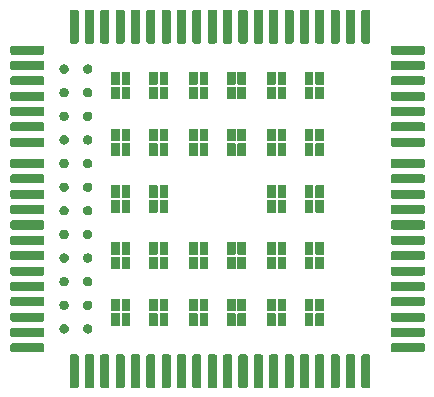
<source format=gtp>
G04 #@! TF.GenerationSoftware,KiCad,Pcbnew,9.0.0*
G04 #@! TF.CreationDate,2025-09-02T11:52:27+03:00*
G04 #@! TF.ProjectId,GSM_Adapter_Board_V1.0,47534d5f-4164-4617-9074-65725f426f61,rev?*
G04 #@! TF.SameCoordinates,Original*
G04 #@! TF.FileFunction,Paste,Top*
G04 #@! TF.FilePolarity,Positive*
%FSLAX46Y46*%
G04 Gerber Fmt 4.6, Leading zero omitted, Abs format (unit mm)*
G04 Created by KiCad (PCBNEW 9.0.0) date 2025-09-02 11:52:27*
%MOMM*%
%LPD*%
G01*
G04 APERTURE LIST*
%ADD10C,0.010000*%
G04 APERTURE END LIST*
D10*
X116927000Y-85972000D02*
X116945000Y-85974000D01*
X116963000Y-85978000D01*
X116981000Y-85982000D01*
X116998000Y-85987000D01*
X117015000Y-85993000D01*
X117032000Y-86000000D01*
X117049000Y-86008000D01*
X117065000Y-86017000D01*
X117081000Y-86026000D01*
X117096000Y-86037000D01*
X117110000Y-86048000D01*
X117124000Y-86060000D01*
X117137000Y-86073000D01*
X117150000Y-86086000D01*
X117162000Y-86100000D01*
X117173000Y-86114000D01*
X117184000Y-86129000D01*
X117193000Y-86145000D01*
X117202000Y-86161000D01*
X117210000Y-86178000D01*
X117217000Y-86195000D01*
X117223000Y-86212000D01*
X117228000Y-86229000D01*
X117232000Y-86247000D01*
X117236000Y-86265000D01*
X117238000Y-86283000D01*
X117240000Y-86302000D01*
X117240000Y-86320000D01*
X117240000Y-86338000D01*
X117238000Y-86357000D01*
X117236000Y-86375000D01*
X117232000Y-86393000D01*
X117228000Y-86411000D01*
X117223000Y-86428000D01*
X117217000Y-86445000D01*
X117210000Y-86462000D01*
X117202000Y-86479000D01*
X117193000Y-86495000D01*
X117184000Y-86511000D01*
X117173000Y-86526000D01*
X117162000Y-86540000D01*
X117150000Y-86554000D01*
X117137000Y-86567000D01*
X117124000Y-86580000D01*
X117110000Y-86592000D01*
X117096000Y-86603000D01*
X117081000Y-86614000D01*
X117065000Y-86623000D01*
X117049000Y-86632000D01*
X117032000Y-86640000D01*
X117015000Y-86647000D01*
X116998000Y-86653000D01*
X116981000Y-86658000D01*
X116963000Y-86662000D01*
X116945000Y-86666000D01*
X116927000Y-86668000D01*
X116908000Y-86670000D01*
X116890000Y-86670000D01*
X116872000Y-86670000D01*
X116853000Y-86668000D01*
X116835000Y-86666000D01*
X116817000Y-86662000D01*
X116799000Y-86658000D01*
X116782000Y-86653000D01*
X116765000Y-86647000D01*
X116748000Y-86640000D01*
X116731000Y-86632000D01*
X116715000Y-86623000D01*
X116699000Y-86614000D01*
X116684000Y-86603000D01*
X116670000Y-86592000D01*
X116656000Y-86580000D01*
X116643000Y-86567000D01*
X116630000Y-86554000D01*
X116618000Y-86540000D01*
X116607000Y-86526000D01*
X116596000Y-86511000D01*
X116587000Y-86495000D01*
X116578000Y-86479000D01*
X116570000Y-86462000D01*
X116563000Y-86445000D01*
X116557000Y-86428000D01*
X116552000Y-86411000D01*
X116548000Y-86393000D01*
X116544000Y-86375000D01*
X116542000Y-86357000D01*
X116540000Y-86338000D01*
X116540000Y-86320000D01*
X116540000Y-86302000D01*
X116542000Y-86283000D01*
X116544000Y-86265000D01*
X116548000Y-86247000D01*
X116552000Y-86229000D01*
X116557000Y-86212000D01*
X116563000Y-86195000D01*
X116570000Y-86178000D01*
X116578000Y-86161000D01*
X116587000Y-86145000D01*
X116596000Y-86129000D01*
X116607000Y-86114000D01*
X116618000Y-86100000D01*
X116630000Y-86086000D01*
X116643000Y-86073000D01*
X116656000Y-86060000D01*
X116670000Y-86048000D01*
X116684000Y-86037000D01*
X116699000Y-86026000D01*
X116715000Y-86017000D01*
X116731000Y-86008000D01*
X116748000Y-86000000D01*
X116765000Y-85993000D01*
X116782000Y-85987000D01*
X116799000Y-85982000D01*
X116817000Y-85978000D01*
X116835000Y-85974000D01*
X116853000Y-85972000D01*
X116872000Y-85970000D01*
X116890000Y-85970000D01*
X116908000Y-85970000D01*
X116927000Y-85972000D01*
G36*
X116927000Y-85972000D02*
G01*
X116945000Y-85974000D01*
X116963000Y-85978000D01*
X116981000Y-85982000D01*
X116998000Y-85987000D01*
X117015000Y-85993000D01*
X117032000Y-86000000D01*
X117049000Y-86008000D01*
X117065000Y-86017000D01*
X117081000Y-86026000D01*
X117096000Y-86037000D01*
X117110000Y-86048000D01*
X117124000Y-86060000D01*
X117137000Y-86073000D01*
X117150000Y-86086000D01*
X117162000Y-86100000D01*
X117173000Y-86114000D01*
X117184000Y-86129000D01*
X117193000Y-86145000D01*
X117202000Y-86161000D01*
X117210000Y-86178000D01*
X117217000Y-86195000D01*
X117223000Y-86212000D01*
X117228000Y-86229000D01*
X117232000Y-86247000D01*
X117236000Y-86265000D01*
X117238000Y-86283000D01*
X117240000Y-86302000D01*
X117240000Y-86320000D01*
X117240000Y-86338000D01*
X117238000Y-86357000D01*
X117236000Y-86375000D01*
X117232000Y-86393000D01*
X117228000Y-86411000D01*
X117223000Y-86428000D01*
X117217000Y-86445000D01*
X117210000Y-86462000D01*
X117202000Y-86479000D01*
X117193000Y-86495000D01*
X117184000Y-86511000D01*
X117173000Y-86526000D01*
X117162000Y-86540000D01*
X117150000Y-86554000D01*
X117137000Y-86567000D01*
X117124000Y-86580000D01*
X117110000Y-86592000D01*
X117096000Y-86603000D01*
X117081000Y-86614000D01*
X117065000Y-86623000D01*
X117049000Y-86632000D01*
X117032000Y-86640000D01*
X117015000Y-86647000D01*
X116998000Y-86653000D01*
X116981000Y-86658000D01*
X116963000Y-86662000D01*
X116945000Y-86666000D01*
X116927000Y-86668000D01*
X116908000Y-86670000D01*
X116890000Y-86670000D01*
X116872000Y-86670000D01*
X116853000Y-86668000D01*
X116835000Y-86666000D01*
X116817000Y-86662000D01*
X116799000Y-86658000D01*
X116782000Y-86653000D01*
X116765000Y-86647000D01*
X116748000Y-86640000D01*
X116731000Y-86632000D01*
X116715000Y-86623000D01*
X116699000Y-86614000D01*
X116684000Y-86603000D01*
X116670000Y-86592000D01*
X116656000Y-86580000D01*
X116643000Y-86567000D01*
X116630000Y-86554000D01*
X116618000Y-86540000D01*
X116607000Y-86526000D01*
X116596000Y-86511000D01*
X116587000Y-86495000D01*
X116578000Y-86479000D01*
X116570000Y-86462000D01*
X116563000Y-86445000D01*
X116557000Y-86428000D01*
X116552000Y-86411000D01*
X116548000Y-86393000D01*
X116544000Y-86375000D01*
X116542000Y-86357000D01*
X116540000Y-86338000D01*
X116540000Y-86320000D01*
X116540000Y-86302000D01*
X116542000Y-86283000D01*
X116544000Y-86265000D01*
X116548000Y-86247000D01*
X116552000Y-86229000D01*
X116557000Y-86212000D01*
X116563000Y-86195000D01*
X116570000Y-86178000D01*
X116578000Y-86161000D01*
X116587000Y-86145000D01*
X116596000Y-86129000D01*
X116607000Y-86114000D01*
X116618000Y-86100000D01*
X116630000Y-86086000D01*
X116643000Y-86073000D01*
X116656000Y-86060000D01*
X116670000Y-86048000D01*
X116684000Y-86037000D01*
X116699000Y-86026000D01*
X116715000Y-86017000D01*
X116731000Y-86008000D01*
X116748000Y-86000000D01*
X116765000Y-85993000D01*
X116782000Y-85987000D01*
X116799000Y-85982000D01*
X116817000Y-85978000D01*
X116835000Y-85974000D01*
X116853000Y-85972000D01*
X116872000Y-85970000D01*
X116890000Y-85970000D01*
X116908000Y-85970000D01*
X116927000Y-85972000D01*
G37*
X116927000Y-87972000D02*
X116945000Y-87974000D01*
X116963000Y-87978000D01*
X116981000Y-87982000D01*
X116998000Y-87987000D01*
X117015000Y-87993000D01*
X117032000Y-88000000D01*
X117049000Y-88008000D01*
X117065000Y-88017000D01*
X117081000Y-88026000D01*
X117096000Y-88037000D01*
X117110000Y-88048000D01*
X117124000Y-88060000D01*
X117137000Y-88073000D01*
X117150000Y-88086000D01*
X117162000Y-88100000D01*
X117173000Y-88114000D01*
X117184000Y-88129000D01*
X117193000Y-88145000D01*
X117202000Y-88161000D01*
X117210000Y-88178000D01*
X117217000Y-88195000D01*
X117223000Y-88212000D01*
X117228000Y-88229000D01*
X117232000Y-88247000D01*
X117236000Y-88265000D01*
X117238000Y-88283000D01*
X117240000Y-88302000D01*
X117240000Y-88320000D01*
X117240000Y-88338000D01*
X117238000Y-88357000D01*
X117236000Y-88375000D01*
X117232000Y-88393000D01*
X117228000Y-88411000D01*
X117223000Y-88428000D01*
X117217000Y-88445000D01*
X117210000Y-88462000D01*
X117202000Y-88479000D01*
X117193000Y-88495000D01*
X117184000Y-88511000D01*
X117173000Y-88526000D01*
X117162000Y-88540000D01*
X117150000Y-88554000D01*
X117137000Y-88567000D01*
X117124000Y-88580000D01*
X117110000Y-88592000D01*
X117096000Y-88603000D01*
X117081000Y-88614000D01*
X117065000Y-88623000D01*
X117049000Y-88632000D01*
X117032000Y-88640000D01*
X117015000Y-88647000D01*
X116998000Y-88653000D01*
X116981000Y-88658000D01*
X116963000Y-88662000D01*
X116945000Y-88666000D01*
X116927000Y-88668000D01*
X116908000Y-88670000D01*
X116890000Y-88670000D01*
X116872000Y-88670000D01*
X116853000Y-88668000D01*
X116835000Y-88666000D01*
X116817000Y-88662000D01*
X116799000Y-88658000D01*
X116782000Y-88653000D01*
X116765000Y-88647000D01*
X116748000Y-88640000D01*
X116731000Y-88632000D01*
X116715000Y-88623000D01*
X116699000Y-88614000D01*
X116684000Y-88603000D01*
X116670000Y-88592000D01*
X116656000Y-88580000D01*
X116643000Y-88567000D01*
X116630000Y-88554000D01*
X116618000Y-88540000D01*
X116607000Y-88526000D01*
X116596000Y-88511000D01*
X116587000Y-88495000D01*
X116578000Y-88479000D01*
X116570000Y-88462000D01*
X116563000Y-88445000D01*
X116557000Y-88428000D01*
X116552000Y-88411000D01*
X116548000Y-88393000D01*
X116544000Y-88375000D01*
X116542000Y-88357000D01*
X116540000Y-88338000D01*
X116540000Y-88320000D01*
X116540000Y-88302000D01*
X116542000Y-88283000D01*
X116544000Y-88265000D01*
X116548000Y-88247000D01*
X116552000Y-88229000D01*
X116557000Y-88212000D01*
X116563000Y-88195000D01*
X116570000Y-88178000D01*
X116578000Y-88161000D01*
X116587000Y-88145000D01*
X116596000Y-88129000D01*
X116607000Y-88114000D01*
X116618000Y-88100000D01*
X116630000Y-88086000D01*
X116643000Y-88073000D01*
X116656000Y-88060000D01*
X116670000Y-88048000D01*
X116684000Y-88037000D01*
X116699000Y-88026000D01*
X116715000Y-88017000D01*
X116731000Y-88008000D01*
X116748000Y-88000000D01*
X116765000Y-87993000D01*
X116782000Y-87987000D01*
X116799000Y-87982000D01*
X116817000Y-87978000D01*
X116835000Y-87974000D01*
X116853000Y-87972000D01*
X116872000Y-87970000D01*
X116890000Y-87970000D01*
X116908000Y-87970000D01*
X116927000Y-87972000D01*
G36*
X116927000Y-87972000D02*
G01*
X116945000Y-87974000D01*
X116963000Y-87978000D01*
X116981000Y-87982000D01*
X116998000Y-87987000D01*
X117015000Y-87993000D01*
X117032000Y-88000000D01*
X117049000Y-88008000D01*
X117065000Y-88017000D01*
X117081000Y-88026000D01*
X117096000Y-88037000D01*
X117110000Y-88048000D01*
X117124000Y-88060000D01*
X117137000Y-88073000D01*
X117150000Y-88086000D01*
X117162000Y-88100000D01*
X117173000Y-88114000D01*
X117184000Y-88129000D01*
X117193000Y-88145000D01*
X117202000Y-88161000D01*
X117210000Y-88178000D01*
X117217000Y-88195000D01*
X117223000Y-88212000D01*
X117228000Y-88229000D01*
X117232000Y-88247000D01*
X117236000Y-88265000D01*
X117238000Y-88283000D01*
X117240000Y-88302000D01*
X117240000Y-88320000D01*
X117240000Y-88338000D01*
X117238000Y-88357000D01*
X117236000Y-88375000D01*
X117232000Y-88393000D01*
X117228000Y-88411000D01*
X117223000Y-88428000D01*
X117217000Y-88445000D01*
X117210000Y-88462000D01*
X117202000Y-88479000D01*
X117193000Y-88495000D01*
X117184000Y-88511000D01*
X117173000Y-88526000D01*
X117162000Y-88540000D01*
X117150000Y-88554000D01*
X117137000Y-88567000D01*
X117124000Y-88580000D01*
X117110000Y-88592000D01*
X117096000Y-88603000D01*
X117081000Y-88614000D01*
X117065000Y-88623000D01*
X117049000Y-88632000D01*
X117032000Y-88640000D01*
X117015000Y-88647000D01*
X116998000Y-88653000D01*
X116981000Y-88658000D01*
X116963000Y-88662000D01*
X116945000Y-88666000D01*
X116927000Y-88668000D01*
X116908000Y-88670000D01*
X116890000Y-88670000D01*
X116872000Y-88670000D01*
X116853000Y-88668000D01*
X116835000Y-88666000D01*
X116817000Y-88662000D01*
X116799000Y-88658000D01*
X116782000Y-88653000D01*
X116765000Y-88647000D01*
X116748000Y-88640000D01*
X116731000Y-88632000D01*
X116715000Y-88623000D01*
X116699000Y-88614000D01*
X116684000Y-88603000D01*
X116670000Y-88592000D01*
X116656000Y-88580000D01*
X116643000Y-88567000D01*
X116630000Y-88554000D01*
X116618000Y-88540000D01*
X116607000Y-88526000D01*
X116596000Y-88511000D01*
X116587000Y-88495000D01*
X116578000Y-88479000D01*
X116570000Y-88462000D01*
X116563000Y-88445000D01*
X116557000Y-88428000D01*
X116552000Y-88411000D01*
X116548000Y-88393000D01*
X116544000Y-88375000D01*
X116542000Y-88357000D01*
X116540000Y-88338000D01*
X116540000Y-88320000D01*
X116540000Y-88302000D01*
X116542000Y-88283000D01*
X116544000Y-88265000D01*
X116548000Y-88247000D01*
X116552000Y-88229000D01*
X116557000Y-88212000D01*
X116563000Y-88195000D01*
X116570000Y-88178000D01*
X116578000Y-88161000D01*
X116587000Y-88145000D01*
X116596000Y-88129000D01*
X116607000Y-88114000D01*
X116618000Y-88100000D01*
X116630000Y-88086000D01*
X116643000Y-88073000D01*
X116656000Y-88060000D01*
X116670000Y-88048000D01*
X116684000Y-88037000D01*
X116699000Y-88026000D01*
X116715000Y-88017000D01*
X116731000Y-88008000D01*
X116748000Y-88000000D01*
X116765000Y-87993000D01*
X116782000Y-87987000D01*
X116799000Y-87982000D01*
X116817000Y-87978000D01*
X116835000Y-87974000D01*
X116853000Y-87972000D01*
X116872000Y-87970000D01*
X116890000Y-87970000D01*
X116908000Y-87970000D01*
X116927000Y-87972000D01*
G37*
X116927000Y-89972000D02*
X116945000Y-89974000D01*
X116963000Y-89978000D01*
X116981000Y-89982000D01*
X116998000Y-89987000D01*
X117015000Y-89993000D01*
X117032000Y-90000000D01*
X117049000Y-90008000D01*
X117065000Y-90017000D01*
X117081000Y-90026000D01*
X117096000Y-90037000D01*
X117110000Y-90048000D01*
X117124000Y-90060000D01*
X117137000Y-90073000D01*
X117150000Y-90086000D01*
X117162000Y-90100000D01*
X117173000Y-90114000D01*
X117184000Y-90129000D01*
X117193000Y-90145000D01*
X117202000Y-90161000D01*
X117210000Y-90178000D01*
X117217000Y-90195000D01*
X117223000Y-90212000D01*
X117228000Y-90229000D01*
X117232000Y-90247000D01*
X117236000Y-90265000D01*
X117238000Y-90283000D01*
X117240000Y-90302000D01*
X117240000Y-90320000D01*
X117240000Y-90338000D01*
X117238000Y-90357000D01*
X117236000Y-90375000D01*
X117232000Y-90393000D01*
X117228000Y-90411000D01*
X117223000Y-90428000D01*
X117217000Y-90445000D01*
X117210000Y-90462000D01*
X117202000Y-90479000D01*
X117193000Y-90495000D01*
X117184000Y-90511000D01*
X117173000Y-90526000D01*
X117162000Y-90540000D01*
X117150000Y-90554000D01*
X117137000Y-90567000D01*
X117124000Y-90580000D01*
X117110000Y-90592000D01*
X117096000Y-90603000D01*
X117081000Y-90614000D01*
X117065000Y-90623000D01*
X117049000Y-90632000D01*
X117032000Y-90640000D01*
X117015000Y-90647000D01*
X116998000Y-90653000D01*
X116981000Y-90658000D01*
X116963000Y-90662000D01*
X116945000Y-90666000D01*
X116927000Y-90668000D01*
X116908000Y-90670000D01*
X116890000Y-90670000D01*
X116872000Y-90670000D01*
X116853000Y-90668000D01*
X116835000Y-90666000D01*
X116817000Y-90662000D01*
X116799000Y-90658000D01*
X116782000Y-90653000D01*
X116765000Y-90647000D01*
X116748000Y-90640000D01*
X116731000Y-90632000D01*
X116715000Y-90623000D01*
X116699000Y-90614000D01*
X116684000Y-90603000D01*
X116670000Y-90592000D01*
X116656000Y-90580000D01*
X116643000Y-90567000D01*
X116630000Y-90554000D01*
X116618000Y-90540000D01*
X116607000Y-90526000D01*
X116596000Y-90511000D01*
X116587000Y-90495000D01*
X116578000Y-90479000D01*
X116570000Y-90462000D01*
X116563000Y-90445000D01*
X116557000Y-90428000D01*
X116552000Y-90411000D01*
X116548000Y-90393000D01*
X116544000Y-90375000D01*
X116542000Y-90357000D01*
X116540000Y-90338000D01*
X116540000Y-90320000D01*
X116540000Y-90302000D01*
X116542000Y-90283000D01*
X116544000Y-90265000D01*
X116548000Y-90247000D01*
X116552000Y-90229000D01*
X116557000Y-90212000D01*
X116563000Y-90195000D01*
X116570000Y-90178000D01*
X116578000Y-90161000D01*
X116587000Y-90145000D01*
X116596000Y-90129000D01*
X116607000Y-90114000D01*
X116618000Y-90100000D01*
X116630000Y-90086000D01*
X116643000Y-90073000D01*
X116656000Y-90060000D01*
X116670000Y-90048000D01*
X116684000Y-90037000D01*
X116699000Y-90026000D01*
X116715000Y-90017000D01*
X116731000Y-90008000D01*
X116748000Y-90000000D01*
X116765000Y-89993000D01*
X116782000Y-89987000D01*
X116799000Y-89982000D01*
X116817000Y-89978000D01*
X116835000Y-89974000D01*
X116853000Y-89972000D01*
X116872000Y-89970000D01*
X116890000Y-89970000D01*
X116908000Y-89970000D01*
X116927000Y-89972000D01*
G36*
X116927000Y-89972000D02*
G01*
X116945000Y-89974000D01*
X116963000Y-89978000D01*
X116981000Y-89982000D01*
X116998000Y-89987000D01*
X117015000Y-89993000D01*
X117032000Y-90000000D01*
X117049000Y-90008000D01*
X117065000Y-90017000D01*
X117081000Y-90026000D01*
X117096000Y-90037000D01*
X117110000Y-90048000D01*
X117124000Y-90060000D01*
X117137000Y-90073000D01*
X117150000Y-90086000D01*
X117162000Y-90100000D01*
X117173000Y-90114000D01*
X117184000Y-90129000D01*
X117193000Y-90145000D01*
X117202000Y-90161000D01*
X117210000Y-90178000D01*
X117217000Y-90195000D01*
X117223000Y-90212000D01*
X117228000Y-90229000D01*
X117232000Y-90247000D01*
X117236000Y-90265000D01*
X117238000Y-90283000D01*
X117240000Y-90302000D01*
X117240000Y-90320000D01*
X117240000Y-90338000D01*
X117238000Y-90357000D01*
X117236000Y-90375000D01*
X117232000Y-90393000D01*
X117228000Y-90411000D01*
X117223000Y-90428000D01*
X117217000Y-90445000D01*
X117210000Y-90462000D01*
X117202000Y-90479000D01*
X117193000Y-90495000D01*
X117184000Y-90511000D01*
X117173000Y-90526000D01*
X117162000Y-90540000D01*
X117150000Y-90554000D01*
X117137000Y-90567000D01*
X117124000Y-90580000D01*
X117110000Y-90592000D01*
X117096000Y-90603000D01*
X117081000Y-90614000D01*
X117065000Y-90623000D01*
X117049000Y-90632000D01*
X117032000Y-90640000D01*
X117015000Y-90647000D01*
X116998000Y-90653000D01*
X116981000Y-90658000D01*
X116963000Y-90662000D01*
X116945000Y-90666000D01*
X116927000Y-90668000D01*
X116908000Y-90670000D01*
X116890000Y-90670000D01*
X116872000Y-90670000D01*
X116853000Y-90668000D01*
X116835000Y-90666000D01*
X116817000Y-90662000D01*
X116799000Y-90658000D01*
X116782000Y-90653000D01*
X116765000Y-90647000D01*
X116748000Y-90640000D01*
X116731000Y-90632000D01*
X116715000Y-90623000D01*
X116699000Y-90614000D01*
X116684000Y-90603000D01*
X116670000Y-90592000D01*
X116656000Y-90580000D01*
X116643000Y-90567000D01*
X116630000Y-90554000D01*
X116618000Y-90540000D01*
X116607000Y-90526000D01*
X116596000Y-90511000D01*
X116587000Y-90495000D01*
X116578000Y-90479000D01*
X116570000Y-90462000D01*
X116563000Y-90445000D01*
X116557000Y-90428000D01*
X116552000Y-90411000D01*
X116548000Y-90393000D01*
X116544000Y-90375000D01*
X116542000Y-90357000D01*
X116540000Y-90338000D01*
X116540000Y-90320000D01*
X116540000Y-90302000D01*
X116542000Y-90283000D01*
X116544000Y-90265000D01*
X116548000Y-90247000D01*
X116552000Y-90229000D01*
X116557000Y-90212000D01*
X116563000Y-90195000D01*
X116570000Y-90178000D01*
X116578000Y-90161000D01*
X116587000Y-90145000D01*
X116596000Y-90129000D01*
X116607000Y-90114000D01*
X116618000Y-90100000D01*
X116630000Y-90086000D01*
X116643000Y-90073000D01*
X116656000Y-90060000D01*
X116670000Y-90048000D01*
X116684000Y-90037000D01*
X116699000Y-90026000D01*
X116715000Y-90017000D01*
X116731000Y-90008000D01*
X116748000Y-90000000D01*
X116765000Y-89993000D01*
X116782000Y-89987000D01*
X116799000Y-89982000D01*
X116817000Y-89978000D01*
X116835000Y-89974000D01*
X116853000Y-89972000D01*
X116872000Y-89970000D01*
X116890000Y-89970000D01*
X116908000Y-89970000D01*
X116927000Y-89972000D01*
G37*
X116927000Y-91972000D02*
X116945000Y-91974000D01*
X116963000Y-91978000D01*
X116981000Y-91982000D01*
X116998000Y-91987000D01*
X117015000Y-91993000D01*
X117032000Y-92000000D01*
X117049000Y-92008000D01*
X117065000Y-92017000D01*
X117081000Y-92026000D01*
X117096000Y-92037000D01*
X117110000Y-92048000D01*
X117124000Y-92060000D01*
X117137000Y-92073000D01*
X117150000Y-92086000D01*
X117162000Y-92100000D01*
X117173000Y-92114000D01*
X117184000Y-92129000D01*
X117193000Y-92145000D01*
X117202000Y-92161000D01*
X117210000Y-92178000D01*
X117217000Y-92195000D01*
X117223000Y-92212000D01*
X117228000Y-92229000D01*
X117232000Y-92247000D01*
X117236000Y-92265000D01*
X117238000Y-92283000D01*
X117240000Y-92302000D01*
X117240000Y-92320000D01*
X117240000Y-92338000D01*
X117238000Y-92357000D01*
X117236000Y-92375000D01*
X117232000Y-92393000D01*
X117228000Y-92411000D01*
X117223000Y-92428000D01*
X117217000Y-92445000D01*
X117210000Y-92462000D01*
X117202000Y-92479000D01*
X117193000Y-92495000D01*
X117184000Y-92511000D01*
X117173000Y-92526000D01*
X117162000Y-92540000D01*
X117150000Y-92554000D01*
X117137000Y-92567000D01*
X117124000Y-92580000D01*
X117110000Y-92592000D01*
X117096000Y-92603000D01*
X117081000Y-92614000D01*
X117065000Y-92623000D01*
X117049000Y-92632000D01*
X117032000Y-92640000D01*
X117015000Y-92647000D01*
X116998000Y-92653000D01*
X116981000Y-92658000D01*
X116963000Y-92662000D01*
X116945000Y-92666000D01*
X116927000Y-92668000D01*
X116908000Y-92670000D01*
X116890000Y-92670000D01*
X116872000Y-92670000D01*
X116853000Y-92668000D01*
X116835000Y-92666000D01*
X116817000Y-92662000D01*
X116799000Y-92658000D01*
X116782000Y-92653000D01*
X116765000Y-92647000D01*
X116748000Y-92640000D01*
X116731000Y-92632000D01*
X116715000Y-92623000D01*
X116699000Y-92614000D01*
X116684000Y-92603000D01*
X116670000Y-92592000D01*
X116656000Y-92580000D01*
X116643000Y-92567000D01*
X116630000Y-92554000D01*
X116618000Y-92540000D01*
X116607000Y-92526000D01*
X116596000Y-92511000D01*
X116587000Y-92495000D01*
X116578000Y-92479000D01*
X116570000Y-92462000D01*
X116563000Y-92445000D01*
X116557000Y-92428000D01*
X116552000Y-92411000D01*
X116548000Y-92393000D01*
X116544000Y-92375000D01*
X116542000Y-92357000D01*
X116540000Y-92338000D01*
X116540000Y-92320000D01*
X116540000Y-92302000D01*
X116542000Y-92283000D01*
X116544000Y-92265000D01*
X116548000Y-92247000D01*
X116552000Y-92229000D01*
X116557000Y-92212000D01*
X116563000Y-92195000D01*
X116570000Y-92178000D01*
X116578000Y-92161000D01*
X116587000Y-92145000D01*
X116596000Y-92129000D01*
X116607000Y-92114000D01*
X116618000Y-92100000D01*
X116630000Y-92086000D01*
X116643000Y-92073000D01*
X116656000Y-92060000D01*
X116670000Y-92048000D01*
X116684000Y-92037000D01*
X116699000Y-92026000D01*
X116715000Y-92017000D01*
X116731000Y-92008000D01*
X116748000Y-92000000D01*
X116765000Y-91993000D01*
X116782000Y-91987000D01*
X116799000Y-91982000D01*
X116817000Y-91978000D01*
X116835000Y-91974000D01*
X116853000Y-91972000D01*
X116872000Y-91970000D01*
X116890000Y-91970000D01*
X116908000Y-91970000D01*
X116927000Y-91972000D01*
G36*
X116927000Y-91972000D02*
G01*
X116945000Y-91974000D01*
X116963000Y-91978000D01*
X116981000Y-91982000D01*
X116998000Y-91987000D01*
X117015000Y-91993000D01*
X117032000Y-92000000D01*
X117049000Y-92008000D01*
X117065000Y-92017000D01*
X117081000Y-92026000D01*
X117096000Y-92037000D01*
X117110000Y-92048000D01*
X117124000Y-92060000D01*
X117137000Y-92073000D01*
X117150000Y-92086000D01*
X117162000Y-92100000D01*
X117173000Y-92114000D01*
X117184000Y-92129000D01*
X117193000Y-92145000D01*
X117202000Y-92161000D01*
X117210000Y-92178000D01*
X117217000Y-92195000D01*
X117223000Y-92212000D01*
X117228000Y-92229000D01*
X117232000Y-92247000D01*
X117236000Y-92265000D01*
X117238000Y-92283000D01*
X117240000Y-92302000D01*
X117240000Y-92320000D01*
X117240000Y-92338000D01*
X117238000Y-92357000D01*
X117236000Y-92375000D01*
X117232000Y-92393000D01*
X117228000Y-92411000D01*
X117223000Y-92428000D01*
X117217000Y-92445000D01*
X117210000Y-92462000D01*
X117202000Y-92479000D01*
X117193000Y-92495000D01*
X117184000Y-92511000D01*
X117173000Y-92526000D01*
X117162000Y-92540000D01*
X117150000Y-92554000D01*
X117137000Y-92567000D01*
X117124000Y-92580000D01*
X117110000Y-92592000D01*
X117096000Y-92603000D01*
X117081000Y-92614000D01*
X117065000Y-92623000D01*
X117049000Y-92632000D01*
X117032000Y-92640000D01*
X117015000Y-92647000D01*
X116998000Y-92653000D01*
X116981000Y-92658000D01*
X116963000Y-92662000D01*
X116945000Y-92666000D01*
X116927000Y-92668000D01*
X116908000Y-92670000D01*
X116890000Y-92670000D01*
X116872000Y-92670000D01*
X116853000Y-92668000D01*
X116835000Y-92666000D01*
X116817000Y-92662000D01*
X116799000Y-92658000D01*
X116782000Y-92653000D01*
X116765000Y-92647000D01*
X116748000Y-92640000D01*
X116731000Y-92632000D01*
X116715000Y-92623000D01*
X116699000Y-92614000D01*
X116684000Y-92603000D01*
X116670000Y-92592000D01*
X116656000Y-92580000D01*
X116643000Y-92567000D01*
X116630000Y-92554000D01*
X116618000Y-92540000D01*
X116607000Y-92526000D01*
X116596000Y-92511000D01*
X116587000Y-92495000D01*
X116578000Y-92479000D01*
X116570000Y-92462000D01*
X116563000Y-92445000D01*
X116557000Y-92428000D01*
X116552000Y-92411000D01*
X116548000Y-92393000D01*
X116544000Y-92375000D01*
X116542000Y-92357000D01*
X116540000Y-92338000D01*
X116540000Y-92320000D01*
X116540000Y-92302000D01*
X116542000Y-92283000D01*
X116544000Y-92265000D01*
X116548000Y-92247000D01*
X116552000Y-92229000D01*
X116557000Y-92212000D01*
X116563000Y-92195000D01*
X116570000Y-92178000D01*
X116578000Y-92161000D01*
X116587000Y-92145000D01*
X116596000Y-92129000D01*
X116607000Y-92114000D01*
X116618000Y-92100000D01*
X116630000Y-92086000D01*
X116643000Y-92073000D01*
X116656000Y-92060000D01*
X116670000Y-92048000D01*
X116684000Y-92037000D01*
X116699000Y-92026000D01*
X116715000Y-92017000D01*
X116731000Y-92008000D01*
X116748000Y-92000000D01*
X116765000Y-91993000D01*
X116782000Y-91987000D01*
X116799000Y-91982000D01*
X116817000Y-91978000D01*
X116835000Y-91974000D01*
X116853000Y-91972000D01*
X116872000Y-91970000D01*
X116890000Y-91970000D01*
X116908000Y-91970000D01*
X116927000Y-91972000D01*
G37*
X116927000Y-93972000D02*
X116945000Y-93974000D01*
X116963000Y-93978000D01*
X116981000Y-93982000D01*
X116998000Y-93987000D01*
X117015000Y-93993000D01*
X117032000Y-94000000D01*
X117049000Y-94008000D01*
X117065000Y-94017000D01*
X117081000Y-94026000D01*
X117096000Y-94037000D01*
X117110000Y-94048000D01*
X117124000Y-94060000D01*
X117137000Y-94073000D01*
X117150000Y-94086000D01*
X117162000Y-94100000D01*
X117173000Y-94114000D01*
X117184000Y-94129000D01*
X117193000Y-94145000D01*
X117202000Y-94161000D01*
X117210000Y-94178000D01*
X117217000Y-94195000D01*
X117223000Y-94212000D01*
X117228000Y-94229000D01*
X117232000Y-94247000D01*
X117236000Y-94265000D01*
X117238000Y-94283000D01*
X117240000Y-94302000D01*
X117240000Y-94320000D01*
X117240000Y-94338000D01*
X117238000Y-94357000D01*
X117236000Y-94375000D01*
X117232000Y-94393000D01*
X117228000Y-94411000D01*
X117223000Y-94428000D01*
X117217000Y-94445000D01*
X117210000Y-94462000D01*
X117202000Y-94479000D01*
X117193000Y-94495000D01*
X117184000Y-94511000D01*
X117173000Y-94526000D01*
X117162000Y-94540000D01*
X117150000Y-94554000D01*
X117137000Y-94567000D01*
X117124000Y-94580000D01*
X117110000Y-94592000D01*
X117096000Y-94603000D01*
X117081000Y-94614000D01*
X117065000Y-94623000D01*
X117049000Y-94632000D01*
X117032000Y-94640000D01*
X117015000Y-94647000D01*
X116998000Y-94653000D01*
X116981000Y-94658000D01*
X116963000Y-94662000D01*
X116945000Y-94666000D01*
X116927000Y-94668000D01*
X116908000Y-94670000D01*
X116890000Y-94670000D01*
X116872000Y-94670000D01*
X116853000Y-94668000D01*
X116835000Y-94666000D01*
X116817000Y-94662000D01*
X116799000Y-94658000D01*
X116782000Y-94653000D01*
X116765000Y-94647000D01*
X116748000Y-94640000D01*
X116731000Y-94632000D01*
X116715000Y-94623000D01*
X116699000Y-94614000D01*
X116684000Y-94603000D01*
X116670000Y-94592000D01*
X116656000Y-94580000D01*
X116643000Y-94567000D01*
X116630000Y-94554000D01*
X116618000Y-94540000D01*
X116607000Y-94526000D01*
X116596000Y-94511000D01*
X116587000Y-94495000D01*
X116578000Y-94479000D01*
X116570000Y-94462000D01*
X116563000Y-94445000D01*
X116557000Y-94428000D01*
X116552000Y-94411000D01*
X116548000Y-94393000D01*
X116544000Y-94375000D01*
X116542000Y-94357000D01*
X116540000Y-94338000D01*
X116540000Y-94320000D01*
X116540000Y-94302000D01*
X116542000Y-94283000D01*
X116544000Y-94265000D01*
X116548000Y-94247000D01*
X116552000Y-94229000D01*
X116557000Y-94212000D01*
X116563000Y-94195000D01*
X116570000Y-94178000D01*
X116578000Y-94161000D01*
X116587000Y-94145000D01*
X116596000Y-94129000D01*
X116607000Y-94114000D01*
X116618000Y-94100000D01*
X116630000Y-94086000D01*
X116643000Y-94073000D01*
X116656000Y-94060000D01*
X116670000Y-94048000D01*
X116684000Y-94037000D01*
X116699000Y-94026000D01*
X116715000Y-94017000D01*
X116731000Y-94008000D01*
X116748000Y-94000000D01*
X116765000Y-93993000D01*
X116782000Y-93987000D01*
X116799000Y-93982000D01*
X116817000Y-93978000D01*
X116835000Y-93974000D01*
X116853000Y-93972000D01*
X116872000Y-93970000D01*
X116890000Y-93970000D01*
X116908000Y-93970000D01*
X116927000Y-93972000D01*
G36*
X116927000Y-93972000D02*
G01*
X116945000Y-93974000D01*
X116963000Y-93978000D01*
X116981000Y-93982000D01*
X116998000Y-93987000D01*
X117015000Y-93993000D01*
X117032000Y-94000000D01*
X117049000Y-94008000D01*
X117065000Y-94017000D01*
X117081000Y-94026000D01*
X117096000Y-94037000D01*
X117110000Y-94048000D01*
X117124000Y-94060000D01*
X117137000Y-94073000D01*
X117150000Y-94086000D01*
X117162000Y-94100000D01*
X117173000Y-94114000D01*
X117184000Y-94129000D01*
X117193000Y-94145000D01*
X117202000Y-94161000D01*
X117210000Y-94178000D01*
X117217000Y-94195000D01*
X117223000Y-94212000D01*
X117228000Y-94229000D01*
X117232000Y-94247000D01*
X117236000Y-94265000D01*
X117238000Y-94283000D01*
X117240000Y-94302000D01*
X117240000Y-94320000D01*
X117240000Y-94338000D01*
X117238000Y-94357000D01*
X117236000Y-94375000D01*
X117232000Y-94393000D01*
X117228000Y-94411000D01*
X117223000Y-94428000D01*
X117217000Y-94445000D01*
X117210000Y-94462000D01*
X117202000Y-94479000D01*
X117193000Y-94495000D01*
X117184000Y-94511000D01*
X117173000Y-94526000D01*
X117162000Y-94540000D01*
X117150000Y-94554000D01*
X117137000Y-94567000D01*
X117124000Y-94580000D01*
X117110000Y-94592000D01*
X117096000Y-94603000D01*
X117081000Y-94614000D01*
X117065000Y-94623000D01*
X117049000Y-94632000D01*
X117032000Y-94640000D01*
X117015000Y-94647000D01*
X116998000Y-94653000D01*
X116981000Y-94658000D01*
X116963000Y-94662000D01*
X116945000Y-94666000D01*
X116927000Y-94668000D01*
X116908000Y-94670000D01*
X116890000Y-94670000D01*
X116872000Y-94670000D01*
X116853000Y-94668000D01*
X116835000Y-94666000D01*
X116817000Y-94662000D01*
X116799000Y-94658000D01*
X116782000Y-94653000D01*
X116765000Y-94647000D01*
X116748000Y-94640000D01*
X116731000Y-94632000D01*
X116715000Y-94623000D01*
X116699000Y-94614000D01*
X116684000Y-94603000D01*
X116670000Y-94592000D01*
X116656000Y-94580000D01*
X116643000Y-94567000D01*
X116630000Y-94554000D01*
X116618000Y-94540000D01*
X116607000Y-94526000D01*
X116596000Y-94511000D01*
X116587000Y-94495000D01*
X116578000Y-94479000D01*
X116570000Y-94462000D01*
X116563000Y-94445000D01*
X116557000Y-94428000D01*
X116552000Y-94411000D01*
X116548000Y-94393000D01*
X116544000Y-94375000D01*
X116542000Y-94357000D01*
X116540000Y-94338000D01*
X116540000Y-94320000D01*
X116540000Y-94302000D01*
X116542000Y-94283000D01*
X116544000Y-94265000D01*
X116548000Y-94247000D01*
X116552000Y-94229000D01*
X116557000Y-94212000D01*
X116563000Y-94195000D01*
X116570000Y-94178000D01*
X116578000Y-94161000D01*
X116587000Y-94145000D01*
X116596000Y-94129000D01*
X116607000Y-94114000D01*
X116618000Y-94100000D01*
X116630000Y-94086000D01*
X116643000Y-94073000D01*
X116656000Y-94060000D01*
X116670000Y-94048000D01*
X116684000Y-94037000D01*
X116699000Y-94026000D01*
X116715000Y-94017000D01*
X116731000Y-94008000D01*
X116748000Y-94000000D01*
X116765000Y-93993000D01*
X116782000Y-93987000D01*
X116799000Y-93982000D01*
X116817000Y-93978000D01*
X116835000Y-93974000D01*
X116853000Y-93972000D01*
X116872000Y-93970000D01*
X116890000Y-93970000D01*
X116908000Y-93970000D01*
X116927000Y-93972000D01*
G37*
X116927000Y-95972000D02*
X116945000Y-95974000D01*
X116963000Y-95978000D01*
X116981000Y-95982000D01*
X116998000Y-95987000D01*
X117015000Y-95993000D01*
X117032000Y-96000000D01*
X117049000Y-96008000D01*
X117065000Y-96017000D01*
X117081000Y-96026000D01*
X117096000Y-96037000D01*
X117110000Y-96048000D01*
X117124000Y-96060000D01*
X117137000Y-96073000D01*
X117150000Y-96086000D01*
X117162000Y-96100000D01*
X117173000Y-96114000D01*
X117184000Y-96129000D01*
X117193000Y-96145000D01*
X117202000Y-96161000D01*
X117210000Y-96178000D01*
X117217000Y-96195000D01*
X117223000Y-96212000D01*
X117228000Y-96229000D01*
X117232000Y-96247000D01*
X117236000Y-96265000D01*
X117238000Y-96283000D01*
X117240000Y-96302000D01*
X117240000Y-96320000D01*
X117240000Y-96338000D01*
X117238000Y-96357000D01*
X117236000Y-96375000D01*
X117232000Y-96393000D01*
X117228000Y-96411000D01*
X117223000Y-96428000D01*
X117217000Y-96445000D01*
X117210000Y-96462000D01*
X117202000Y-96479000D01*
X117193000Y-96495000D01*
X117184000Y-96511000D01*
X117173000Y-96526000D01*
X117162000Y-96540000D01*
X117150000Y-96554000D01*
X117137000Y-96567000D01*
X117124000Y-96580000D01*
X117110000Y-96592000D01*
X117096000Y-96603000D01*
X117081000Y-96614000D01*
X117065000Y-96623000D01*
X117049000Y-96632000D01*
X117032000Y-96640000D01*
X117015000Y-96647000D01*
X116998000Y-96653000D01*
X116981000Y-96658000D01*
X116963000Y-96662000D01*
X116945000Y-96666000D01*
X116927000Y-96668000D01*
X116908000Y-96670000D01*
X116890000Y-96670000D01*
X116872000Y-96670000D01*
X116853000Y-96668000D01*
X116835000Y-96666000D01*
X116817000Y-96662000D01*
X116799000Y-96658000D01*
X116782000Y-96653000D01*
X116765000Y-96647000D01*
X116748000Y-96640000D01*
X116731000Y-96632000D01*
X116715000Y-96623000D01*
X116699000Y-96614000D01*
X116684000Y-96603000D01*
X116670000Y-96592000D01*
X116656000Y-96580000D01*
X116643000Y-96567000D01*
X116630000Y-96554000D01*
X116618000Y-96540000D01*
X116607000Y-96526000D01*
X116596000Y-96511000D01*
X116587000Y-96495000D01*
X116578000Y-96479000D01*
X116570000Y-96462000D01*
X116563000Y-96445000D01*
X116557000Y-96428000D01*
X116552000Y-96411000D01*
X116548000Y-96393000D01*
X116544000Y-96375000D01*
X116542000Y-96357000D01*
X116540000Y-96338000D01*
X116540000Y-96320000D01*
X116540000Y-96302000D01*
X116542000Y-96283000D01*
X116544000Y-96265000D01*
X116548000Y-96247000D01*
X116552000Y-96229000D01*
X116557000Y-96212000D01*
X116563000Y-96195000D01*
X116570000Y-96178000D01*
X116578000Y-96161000D01*
X116587000Y-96145000D01*
X116596000Y-96129000D01*
X116607000Y-96114000D01*
X116618000Y-96100000D01*
X116630000Y-96086000D01*
X116643000Y-96073000D01*
X116656000Y-96060000D01*
X116670000Y-96048000D01*
X116684000Y-96037000D01*
X116699000Y-96026000D01*
X116715000Y-96017000D01*
X116731000Y-96008000D01*
X116748000Y-96000000D01*
X116765000Y-95993000D01*
X116782000Y-95987000D01*
X116799000Y-95982000D01*
X116817000Y-95978000D01*
X116835000Y-95974000D01*
X116853000Y-95972000D01*
X116872000Y-95970000D01*
X116890000Y-95970000D01*
X116908000Y-95970000D01*
X116927000Y-95972000D01*
G36*
X116927000Y-95972000D02*
G01*
X116945000Y-95974000D01*
X116963000Y-95978000D01*
X116981000Y-95982000D01*
X116998000Y-95987000D01*
X117015000Y-95993000D01*
X117032000Y-96000000D01*
X117049000Y-96008000D01*
X117065000Y-96017000D01*
X117081000Y-96026000D01*
X117096000Y-96037000D01*
X117110000Y-96048000D01*
X117124000Y-96060000D01*
X117137000Y-96073000D01*
X117150000Y-96086000D01*
X117162000Y-96100000D01*
X117173000Y-96114000D01*
X117184000Y-96129000D01*
X117193000Y-96145000D01*
X117202000Y-96161000D01*
X117210000Y-96178000D01*
X117217000Y-96195000D01*
X117223000Y-96212000D01*
X117228000Y-96229000D01*
X117232000Y-96247000D01*
X117236000Y-96265000D01*
X117238000Y-96283000D01*
X117240000Y-96302000D01*
X117240000Y-96320000D01*
X117240000Y-96338000D01*
X117238000Y-96357000D01*
X117236000Y-96375000D01*
X117232000Y-96393000D01*
X117228000Y-96411000D01*
X117223000Y-96428000D01*
X117217000Y-96445000D01*
X117210000Y-96462000D01*
X117202000Y-96479000D01*
X117193000Y-96495000D01*
X117184000Y-96511000D01*
X117173000Y-96526000D01*
X117162000Y-96540000D01*
X117150000Y-96554000D01*
X117137000Y-96567000D01*
X117124000Y-96580000D01*
X117110000Y-96592000D01*
X117096000Y-96603000D01*
X117081000Y-96614000D01*
X117065000Y-96623000D01*
X117049000Y-96632000D01*
X117032000Y-96640000D01*
X117015000Y-96647000D01*
X116998000Y-96653000D01*
X116981000Y-96658000D01*
X116963000Y-96662000D01*
X116945000Y-96666000D01*
X116927000Y-96668000D01*
X116908000Y-96670000D01*
X116890000Y-96670000D01*
X116872000Y-96670000D01*
X116853000Y-96668000D01*
X116835000Y-96666000D01*
X116817000Y-96662000D01*
X116799000Y-96658000D01*
X116782000Y-96653000D01*
X116765000Y-96647000D01*
X116748000Y-96640000D01*
X116731000Y-96632000D01*
X116715000Y-96623000D01*
X116699000Y-96614000D01*
X116684000Y-96603000D01*
X116670000Y-96592000D01*
X116656000Y-96580000D01*
X116643000Y-96567000D01*
X116630000Y-96554000D01*
X116618000Y-96540000D01*
X116607000Y-96526000D01*
X116596000Y-96511000D01*
X116587000Y-96495000D01*
X116578000Y-96479000D01*
X116570000Y-96462000D01*
X116563000Y-96445000D01*
X116557000Y-96428000D01*
X116552000Y-96411000D01*
X116548000Y-96393000D01*
X116544000Y-96375000D01*
X116542000Y-96357000D01*
X116540000Y-96338000D01*
X116540000Y-96320000D01*
X116540000Y-96302000D01*
X116542000Y-96283000D01*
X116544000Y-96265000D01*
X116548000Y-96247000D01*
X116552000Y-96229000D01*
X116557000Y-96212000D01*
X116563000Y-96195000D01*
X116570000Y-96178000D01*
X116578000Y-96161000D01*
X116587000Y-96145000D01*
X116596000Y-96129000D01*
X116607000Y-96114000D01*
X116618000Y-96100000D01*
X116630000Y-96086000D01*
X116643000Y-96073000D01*
X116656000Y-96060000D01*
X116670000Y-96048000D01*
X116684000Y-96037000D01*
X116699000Y-96026000D01*
X116715000Y-96017000D01*
X116731000Y-96008000D01*
X116748000Y-96000000D01*
X116765000Y-95993000D01*
X116782000Y-95987000D01*
X116799000Y-95982000D01*
X116817000Y-95978000D01*
X116835000Y-95974000D01*
X116853000Y-95972000D01*
X116872000Y-95970000D01*
X116890000Y-95970000D01*
X116908000Y-95970000D01*
X116927000Y-95972000D01*
G37*
X116927000Y-97972000D02*
X116945000Y-97974000D01*
X116963000Y-97978000D01*
X116981000Y-97982000D01*
X116998000Y-97987000D01*
X117015000Y-97993000D01*
X117032000Y-98000000D01*
X117049000Y-98008000D01*
X117065000Y-98017000D01*
X117081000Y-98026000D01*
X117096000Y-98037000D01*
X117110000Y-98048000D01*
X117124000Y-98060000D01*
X117137000Y-98073000D01*
X117150000Y-98086000D01*
X117162000Y-98100000D01*
X117173000Y-98114000D01*
X117184000Y-98129000D01*
X117193000Y-98145000D01*
X117202000Y-98161000D01*
X117210000Y-98178000D01*
X117217000Y-98195000D01*
X117223000Y-98212000D01*
X117228000Y-98229000D01*
X117232000Y-98247000D01*
X117236000Y-98265000D01*
X117238000Y-98283000D01*
X117240000Y-98302000D01*
X117240000Y-98320000D01*
X117240000Y-98338000D01*
X117238000Y-98357000D01*
X117236000Y-98375000D01*
X117232000Y-98393000D01*
X117228000Y-98411000D01*
X117223000Y-98428000D01*
X117217000Y-98445000D01*
X117210000Y-98462000D01*
X117202000Y-98479000D01*
X117193000Y-98495000D01*
X117184000Y-98511000D01*
X117173000Y-98526000D01*
X117162000Y-98540000D01*
X117150000Y-98554000D01*
X117137000Y-98567000D01*
X117124000Y-98580000D01*
X117110000Y-98592000D01*
X117096000Y-98603000D01*
X117081000Y-98614000D01*
X117065000Y-98623000D01*
X117049000Y-98632000D01*
X117032000Y-98640000D01*
X117015000Y-98647000D01*
X116998000Y-98653000D01*
X116981000Y-98658000D01*
X116963000Y-98662000D01*
X116945000Y-98666000D01*
X116927000Y-98668000D01*
X116908000Y-98670000D01*
X116890000Y-98670000D01*
X116872000Y-98670000D01*
X116853000Y-98668000D01*
X116835000Y-98666000D01*
X116817000Y-98662000D01*
X116799000Y-98658000D01*
X116782000Y-98653000D01*
X116765000Y-98647000D01*
X116748000Y-98640000D01*
X116731000Y-98632000D01*
X116715000Y-98623000D01*
X116699000Y-98614000D01*
X116684000Y-98603000D01*
X116670000Y-98592000D01*
X116656000Y-98580000D01*
X116643000Y-98567000D01*
X116630000Y-98554000D01*
X116618000Y-98540000D01*
X116607000Y-98526000D01*
X116596000Y-98511000D01*
X116587000Y-98495000D01*
X116578000Y-98479000D01*
X116570000Y-98462000D01*
X116563000Y-98445000D01*
X116557000Y-98428000D01*
X116552000Y-98411000D01*
X116548000Y-98393000D01*
X116544000Y-98375000D01*
X116542000Y-98357000D01*
X116540000Y-98338000D01*
X116540000Y-98320000D01*
X116540000Y-98302000D01*
X116542000Y-98283000D01*
X116544000Y-98265000D01*
X116548000Y-98247000D01*
X116552000Y-98229000D01*
X116557000Y-98212000D01*
X116563000Y-98195000D01*
X116570000Y-98178000D01*
X116578000Y-98161000D01*
X116587000Y-98145000D01*
X116596000Y-98129000D01*
X116607000Y-98114000D01*
X116618000Y-98100000D01*
X116630000Y-98086000D01*
X116643000Y-98073000D01*
X116656000Y-98060000D01*
X116670000Y-98048000D01*
X116684000Y-98037000D01*
X116699000Y-98026000D01*
X116715000Y-98017000D01*
X116731000Y-98008000D01*
X116748000Y-98000000D01*
X116765000Y-97993000D01*
X116782000Y-97987000D01*
X116799000Y-97982000D01*
X116817000Y-97978000D01*
X116835000Y-97974000D01*
X116853000Y-97972000D01*
X116872000Y-97970000D01*
X116890000Y-97970000D01*
X116908000Y-97970000D01*
X116927000Y-97972000D01*
G36*
X116927000Y-97972000D02*
G01*
X116945000Y-97974000D01*
X116963000Y-97978000D01*
X116981000Y-97982000D01*
X116998000Y-97987000D01*
X117015000Y-97993000D01*
X117032000Y-98000000D01*
X117049000Y-98008000D01*
X117065000Y-98017000D01*
X117081000Y-98026000D01*
X117096000Y-98037000D01*
X117110000Y-98048000D01*
X117124000Y-98060000D01*
X117137000Y-98073000D01*
X117150000Y-98086000D01*
X117162000Y-98100000D01*
X117173000Y-98114000D01*
X117184000Y-98129000D01*
X117193000Y-98145000D01*
X117202000Y-98161000D01*
X117210000Y-98178000D01*
X117217000Y-98195000D01*
X117223000Y-98212000D01*
X117228000Y-98229000D01*
X117232000Y-98247000D01*
X117236000Y-98265000D01*
X117238000Y-98283000D01*
X117240000Y-98302000D01*
X117240000Y-98320000D01*
X117240000Y-98338000D01*
X117238000Y-98357000D01*
X117236000Y-98375000D01*
X117232000Y-98393000D01*
X117228000Y-98411000D01*
X117223000Y-98428000D01*
X117217000Y-98445000D01*
X117210000Y-98462000D01*
X117202000Y-98479000D01*
X117193000Y-98495000D01*
X117184000Y-98511000D01*
X117173000Y-98526000D01*
X117162000Y-98540000D01*
X117150000Y-98554000D01*
X117137000Y-98567000D01*
X117124000Y-98580000D01*
X117110000Y-98592000D01*
X117096000Y-98603000D01*
X117081000Y-98614000D01*
X117065000Y-98623000D01*
X117049000Y-98632000D01*
X117032000Y-98640000D01*
X117015000Y-98647000D01*
X116998000Y-98653000D01*
X116981000Y-98658000D01*
X116963000Y-98662000D01*
X116945000Y-98666000D01*
X116927000Y-98668000D01*
X116908000Y-98670000D01*
X116890000Y-98670000D01*
X116872000Y-98670000D01*
X116853000Y-98668000D01*
X116835000Y-98666000D01*
X116817000Y-98662000D01*
X116799000Y-98658000D01*
X116782000Y-98653000D01*
X116765000Y-98647000D01*
X116748000Y-98640000D01*
X116731000Y-98632000D01*
X116715000Y-98623000D01*
X116699000Y-98614000D01*
X116684000Y-98603000D01*
X116670000Y-98592000D01*
X116656000Y-98580000D01*
X116643000Y-98567000D01*
X116630000Y-98554000D01*
X116618000Y-98540000D01*
X116607000Y-98526000D01*
X116596000Y-98511000D01*
X116587000Y-98495000D01*
X116578000Y-98479000D01*
X116570000Y-98462000D01*
X116563000Y-98445000D01*
X116557000Y-98428000D01*
X116552000Y-98411000D01*
X116548000Y-98393000D01*
X116544000Y-98375000D01*
X116542000Y-98357000D01*
X116540000Y-98338000D01*
X116540000Y-98320000D01*
X116540000Y-98302000D01*
X116542000Y-98283000D01*
X116544000Y-98265000D01*
X116548000Y-98247000D01*
X116552000Y-98229000D01*
X116557000Y-98212000D01*
X116563000Y-98195000D01*
X116570000Y-98178000D01*
X116578000Y-98161000D01*
X116587000Y-98145000D01*
X116596000Y-98129000D01*
X116607000Y-98114000D01*
X116618000Y-98100000D01*
X116630000Y-98086000D01*
X116643000Y-98073000D01*
X116656000Y-98060000D01*
X116670000Y-98048000D01*
X116684000Y-98037000D01*
X116699000Y-98026000D01*
X116715000Y-98017000D01*
X116731000Y-98008000D01*
X116748000Y-98000000D01*
X116765000Y-97993000D01*
X116782000Y-97987000D01*
X116799000Y-97982000D01*
X116817000Y-97978000D01*
X116835000Y-97974000D01*
X116853000Y-97972000D01*
X116872000Y-97970000D01*
X116890000Y-97970000D01*
X116908000Y-97970000D01*
X116927000Y-97972000D01*
G37*
X116927000Y-99972000D02*
X116945000Y-99974000D01*
X116963000Y-99978000D01*
X116981000Y-99982000D01*
X116998000Y-99987000D01*
X117015000Y-99993000D01*
X117032000Y-100000000D01*
X117049000Y-100008000D01*
X117065000Y-100017000D01*
X117081000Y-100026000D01*
X117096000Y-100037000D01*
X117110000Y-100048000D01*
X117124000Y-100060000D01*
X117137000Y-100073000D01*
X117150000Y-100086000D01*
X117162000Y-100100000D01*
X117173000Y-100114000D01*
X117184000Y-100129000D01*
X117193000Y-100145000D01*
X117202000Y-100161000D01*
X117210000Y-100178000D01*
X117217000Y-100195000D01*
X117223000Y-100212000D01*
X117228000Y-100229000D01*
X117232000Y-100247000D01*
X117236000Y-100265000D01*
X117238000Y-100283000D01*
X117240000Y-100302000D01*
X117240000Y-100320000D01*
X117240000Y-100338000D01*
X117238000Y-100357000D01*
X117236000Y-100375000D01*
X117232000Y-100393000D01*
X117228000Y-100411000D01*
X117223000Y-100428000D01*
X117217000Y-100445000D01*
X117210000Y-100462000D01*
X117202000Y-100479000D01*
X117193000Y-100495000D01*
X117184000Y-100511000D01*
X117173000Y-100526000D01*
X117162000Y-100540000D01*
X117150000Y-100554000D01*
X117137000Y-100567000D01*
X117124000Y-100580000D01*
X117110000Y-100592000D01*
X117096000Y-100603000D01*
X117081000Y-100614000D01*
X117065000Y-100623000D01*
X117049000Y-100632000D01*
X117032000Y-100640000D01*
X117015000Y-100647000D01*
X116998000Y-100653000D01*
X116981000Y-100658000D01*
X116963000Y-100662000D01*
X116945000Y-100666000D01*
X116927000Y-100668000D01*
X116908000Y-100670000D01*
X116890000Y-100670000D01*
X116872000Y-100670000D01*
X116853000Y-100668000D01*
X116835000Y-100666000D01*
X116817000Y-100662000D01*
X116799000Y-100658000D01*
X116782000Y-100653000D01*
X116765000Y-100647000D01*
X116748000Y-100640000D01*
X116731000Y-100632000D01*
X116715000Y-100623000D01*
X116699000Y-100614000D01*
X116684000Y-100603000D01*
X116670000Y-100592000D01*
X116656000Y-100580000D01*
X116643000Y-100567000D01*
X116630000Y-100554000D01*
X116618000Y-100540000D01*
X116607000Y-100526000D01*
X116596000Y-100511000D01*
X116587000Y-100495000D01*
X116578000Y-100479000D01*
X116570000Y-100462000D01*
X116563000Y-100445000D01*
X116557000Y-100428000D01*
X116552000Y-100411000D01*
X116548000Y-100393000D01*
X116544000Y-100375000D01*
X116542000Y-100357000D01*
X116540000Y-100338000D01*
X116540000Y-100320000D01*
X116540000Y-100302000D01*
X116542000Y-100283000D01*
X116544000Y-100265000D01*
X116548000Y-100247000D01*
X116552000Y-100229000D01*
X116557000Y-100212000D01*
X116563000Y-100195000D01*
X116570000Y-100178000D01*
X116578000Y-100161000D01*
X116587000Y-100145000D01*
X116596000Y-100129000D01*
X116607000Y-100114000D01*
X116618000Y-100100000D01*
X116630000Y-100086000D01*
X116643000Y-100073000D01*
X116656000Y-100060000D01*
X116670000Y-100048000D01*
X116684000Y-100037000D01*
X116699000Y-100026000D01*
X116715000Y-100017000D01*
X116731000Y-100008000D01*
X116748000Y-100000000D01*
X116765000Y-99993000D01*
X116782000Y-99987000D01*
X116799000Y-99982000D01*
X116817000Y-99978000D01*
X116835000Y-99974000D01*
X116853000Y-99972000D01*
X116872000Y-99970000D01*
X116890000Y-99970000D01*
X116908000Y-99970000D01*
X116927000Y-99972000D01*
G36*
X116927000Y-99972000D02*
G01*
X116945000Y-99974000D01*
X116963000Y-99978000D01*
X116981000Y-99982000D01*
X116998000Y-99987000D01*
X117015000Y-99993000D01*
X117032000Y-100000000D01*
X117049000Y-100008000D01*
X117065000Y-100017000D01*
X117081000Y-100026000D01*
X117096000Y-100037000D01*
X117110000Y-100048000D01*
X117124000Y-100060000D01*
X117137000Y-100073000D01*
X117150000Y-100086000D01*
X117162000Y-100100000D01*
X117173000Y-100114000D01*
X117184000Y-100129000D01*
X117193000Y-100145000D01*
X117202000Y-100161000D01*
X117210000Y-100178000D01*
X117217000Y-100195000D01*
X117223000Y-100212000D01*
X117228000Y-100229000D01*
X117232000Y-100247000D01*
X117236000Y-100265000D01*
X117238000Y-100283000D01*
X117240000Y-100302000D01*
X117240000Y-100320000D01*
X117240000Y-100338000D01*
X117238000Y-100357000D01*
X117236000Y-100375000D01*
X117232000Y-100393000D01*
X117228000Y-100411000D01*
X117223000Y-100428000D01*
X117217000Y-100445000D01*
X117210000Y-100462000D01*
X117202000Y-100479000D01*
X117193000Y-100495000D01*
X117184000Y-100511000D01*
X117173000Y-100526000D01*
X117162000Y-100540000D01*
X117150000Y-100554000D01*
X117137000Y-100567000D01*
X117124000Y-100580000D01*
X117110000Y-100592000D01*
X117096000Y-100603000D01*
X117081000Y-100614000D01*
X117065000Y-100623000D01*
X117049000Y-100632000D01*
X117032000Y-100640000D01*
X117015000Y-100647000D01*
X116998000Y-100653000D01*
X116981000Y-100658000D01*
X116963000Y-100662000D01*
X116945000Y-100666000D01*
X116927000Y-100668000D01*
X116908000Y-100670000D01*
X116890000Y-100670000D01*
X116872000Y-100670000D01*
X116853000Y-100668000D01*
X116835000Y-100666000D01*
X116817000Y-100662000D01*
X116799000Y-100658000D01*
X116782000Y-100653000D01*
X116765000Y-100647000D01*
X116748000Y-100640000D01*
X116731000Y-100632000D01*
X116715000Y-100623000D01*
X116699000Y-100614000D01*
X116684000Y-100603000D01*
X116670000Y-100592000D01*
X116656000Y-100580000D01*
X116643000Y-100567000D01*
X116630000Y-100554000D01*
X116618000Y-100540000D01*
X116607000Y-100526000D01*
X116596000Y-100511000D01*
X116587000Y-100495000D01*
X116578000Y-100479000D01*
X116570000Y-100462000D01*
X116563000Y-100445000D01*
X116557000Y-100428000D01*
X116552000Y-100411000D01*
X116548000Y-100393000D01*
X116544000Y-100375000D01*
X116542000Y-100357000D01*
X116540000Y-100338000D01*
X116540000Y-100320000D01*
X116540000Y-100302000D01*
X116542000Y-100283000D01*
X116544000Y-100265000D01*
X116548000Y-100247000D01*
X116552000Y-100229000D01*
X116557000Y-100212000D01*
X116563000Y-100195000D01*
X116570000Y-100178000D01*
X116578000Y-100161000D01*
X116587000Y-100145000D01*
X116596000Y-100129000D01*
X116607000Y-100114000D01*
X116618000Y-100100000D01*
X116630000Y-100086000D01*
X116643000Y-100073000D01*
X116656000Y-100060000D01*
X116670000Y-100048000D01*
X116684000Y-100037000D01*
X116699000Y-100026000D01*
X116715000Y-100017000D01*
X116731000Y-100008000D01*
X116748000Y-100000000D01*
X116765000Y-99993000D01*
X116782000Y-99987000D01*
X116799000Y-99982000D01*
X116817000Y-99978000D01*
X116835000Y-99974000D01*
X116853000Y-99972000D01*
X116872000Y-99970000D01*
X116890000Y-99970000D01*
X116908000Y-99970000D01*
X116927000Y-99972000D01*
G37*
X116927000Y-99972000D02*
X116945000Y-99974000D01*
X116963000Y-99978000D01*
X116981000Y-99982000D01*
X116998000Y-99987000D01*
X117015000Y-99993000D01*
X117032000Y-100000000D01*
X117049000Y-100008000D01*
X117065000Y-100017000D01*
X117081000Y-100026000D01*
X117096000Y-100037000D01*
X117110000Y-100048000D01*
X117124000Y-100060000D01*
X117137000Y-100073000D01*
X117150000Y-100086000D01*
X117162000Y-100100000D01*
X117173000Y-100114000D01*
X117184000Y-100129000D01*
X117193000Y-100145000D01*
X117202000Y-100161000D01*
X117210000Y-100178000D01*
X117217000Y-100195000D01*
X117223000Y-100212000D01*
X117228000Y-100229000D01*
X117232000Y-100247000D01*
X117236000Y-100265000D01*
X117238000Y-100283000D01*
X117240000Y-100302000D01*
X117240000Y-100320000D01*
X117240000Y-100338000D01*
X117238000Y-100357000D01*
X117236000Y-100375000D01*
X117232000Y-100393000D01*
X117228000Y-100411000D01*
X117223000Y-100428000D01*
X117217000Y-100445000D01*
X117210000Y-100462000D01*
X117202000Y-100479000D01*
X117193000Y-100495000D01*
X117184000Y-100511000D01*
X117173000Y-100526000D01*
X117162000Y-100540000D01*
X117150000Y-100554000D01*
X117137000Y-100567000D01*
X117124000Y-100580000D01*
X117110000Y-100592000D01*
X117096000Y-100603000D01*
X117081000Y-100614000D01*
X117065000Y-100623000D01*
X117049000Y-100632000D01*
X117032000Y-100640000D01*
X117015000Y-100647000D01*
X116998000Y-100653000D01*
X116981000Y-100658000D01*
X116963000Y-100662000D01*
X116945000Y-100666000D01*
X116927000Y-100668000D01*
X116908000Y-100670000D01*
X116890000Y-100670000D01*
X116872000Y-100670000D01*
X116853000Y-100668000D01*
X116835000Y-100666000D01*
X116817000Y-100662000D01*
X116799000Y-100658000D01*
X116782000Y-100653000D01*
X116765000Y-100647000D01*
X116748000Y-100640000D01*
X116731000Y-100632000D01*
X116715000Y-100623000D01*
X116699000Y-100614000D01*
X116684000Y-100603000D01*
X116670000Y-100592000D01*
X116656000Y-100580000D01*
X116643000Y-100567000D01*
X116630000Y-100554000D01*
X116618000Y-100540000D01*
X116607000Y-100526000D01*
X116596000Y-100511000D01*
X116587000Y-100495000D01*
X116578000Y-100479000D01*
X116570000Y-100462000D01*
X116563000Y-100445000D01*
X116557000Y-100428000D01*
X116552000Y-100411000D01*
X116548000Y-100393000D01*
X116544000Y-100375000D01*
X116542000Y-100357000D01*
X116540000Y-100338000D01*
X116540000Y-100320000D01*
X116540000Y-100302000D01*
X116542000Y-100283000D01*
X116544000Y-100265000D01*
X116548000Y-100247000D01*
X116552000Y-100229000D01*
X116557000Y-100212000D01*
X116563000Y-100195000D01*
X116570000Y-100178000D01*
X116578000Y-100161000D01*
X116587000Y-100145000D01*
X116596000Y-100129000D01*
X116607000Y-100114000D01*
X116618000Y-100100000D01*
X116630000Y-100086000D01*
X116643000Y-100073000D01*
X116656000Y-100060000D01*
X116670000Y-100048000D01*
X116684000Y-100037000D01*
X116699000Y-100026000D01*
X116715000Y-100017000D01*
X116731000Y-100008000D01*
X116748000Y-100000000D01*
X116765000Y-99993000D01*
X116782000Y-99987000D01*
X116799000Y-99982000D01*
X116817000Y-99978000D01*
X116835000Y-99974000D01*
X116853000Y-99972000D01*
X116872000Y-99970000D01*
X116890000Y-99970000D01*
X116908000Y-99970000D01*
X116927000Y-99972000D01*
G36*
X116927000Y-99972000D02*
G01*
X116945000Y-99974000D01*
X116963000Y-99978000D01*
X116981000Y-99982000D01*
X116998000Y-99987000D01*
X117015000Y-99993000D01*
X117032000Y-100000000D01*
X117049000Y-100008000D01*
X117065000Y-100017000D01*
X117081000Y-100026000D01*
X117096000Y-100037000D01*
X117110000Y-100048000D01*
X117124000Y-100060000D01*
X117137000Y-100073000D01*
X117150000Y-100086000D01*
X117162000Y-100100000D01*
X117173000Y-100114000D01*
X117184000Y-100129000D01*
X117193000Y-100145000D01*
X117202000Y-100161000D01*
X117210000Y-100178000D01*
X117217000Y-100195000D01*
X117223000Y-100212000D01*
X117228000Y-100229000D01*
X117232000Y-100247000D01*
X117236000Y-100265000D01*
X117238000Y-100283000D01*
X117240000Y-100302000D01*
X117240000Y-100320000D01*
X117240000Y-100338000D01*
X117238000Y-100357000D01*
X117236000Y-100375000D01*
X117232000Y-100393000D01*
X117228000Y-100411000D01*
X117223000Y-100428000D01*
X117217000Y-100445000D01*
X117210000Y-100462000D01*
X117202000Y-100479000D01*
X117193000Y-100495000D01*
X117184000Y-100511000D01*
X117173000Y-100526000D01*
X117162000Y-100540000D01*
X117150000Y-100554000D01*
X117137000Y-100567000D01*
X117124000Y-100580000D01*
X117110000Y-100592000D01*
X117096000Y-100603000D01*
X117081000Y-100614000D01*
X117065000Y-100623000D01*
X117049000Y-100632000D01*
X117032000Y-100640000D01*
X117015000Y-100647000D01*
X116998000Y-100653000D01*
X116981000Y-100658000D01*
X116963000Y-100662000D01*
X116945000Y-100666000D01*
X116927000Y-100668000D01*
X116908000Y-100670000D01*
X116890000Y-100670000D01*
X116872000Y-100670000D01*
X116853000Y-100668000D01*
X116835000Y-100666000D01*
X116817000Y-100662000D01*
X116799000Y-100658000D01*
X116782000Y-100653000D01*
X116765000Y-100647000D01*
X116748000Y-100640000D01*
X116731000Y-100632000D01*
X116715000Y-100623000D01*
X116699000Y-100614000D01*
X116684000Y-100603000D01*
X116670000Y-100592000D01*
X116656000Y-100580000D01*
X116643000Y-100567000D01*
X116630000Y-100554000D01*
X116618000Y-100540000D01*
X116607000Y-100526000D01*
X116596000Y-100511000D01*
X116587000Y-100495000D01*
X116578000Y-100479000D01*
X116570000Y-100462000D01*
X116563000Y-100445000D01*
X116557000Y-100428000D01*
X116552000Y-100411000D01*
X116548000Y-100393000D01*
X116544000Y-100375000D01*
X116542000Y-100357000D01*
X116540000Y-100338000D01*
X116540000Y-100320000D01*
X116540000Y-100302000D01*
X116542000Y-100283000D01*
X116544000Y-100265000D01*
X116548000Y-100247000D01*
X116552000Y-100229000D01*
X116557000Y-100212000D01*
X116563000Y-100195000D01*
X116570000Y-100178000D01*
X116578000Y-100161000D01*
X116587000Y-100145000D01*
X116596000Y-100129000D01*
X116607000Y-100114000D01*
X116618000Y-100100000D01*
X116630000Y-100086000D01*
X116643000Y-100073000D01*
X116656000Y-100060000D01*
X116670000Y-100048000D01*
X116684000Y-100037000D01*
X116699000Y-100026000D01*
X116715000Y-100017000D01*
X116731000Y-100008000D01*
X116748000Y-100000000D01*
X116765000Y-99993000D01*
X116782000Y-99987000D01*
X116799000Y-99982000D01*
X116817000Y-99978000D01*
X116835000Y-99974000D01*
X116853000Y-99972000D01*
X116872000Y-99970000D01*
X116890000Y-99970000D01*
X116908000Y-99970000D01*
X116927000Y-99972000D01*
G37*
X116927000Y-101972000D02*
X116945000Y-101974000D01*
X116963000Y-101978000D01*
X116981000Y-101982000D01*
X116998000Y-101987000D01*
X117015000Y-101993000D01*
X117032000Y-102000000D01*
X117049000Y-102008000D01*
X117065000Y-102017000D01*
X117081000Y-102026000D01*
X117096000Y-102037000D01*
X117110000Y-102048000D01*
X117124000Y-102060000D01*
X117137000Y-102073000D01*
X117150000Y-102086000D01*
X117162000Y-102100000D01*
X117173000Y-102114000D01*
X117184000Y-102129000D01*
X117193000Y-102145000D01*
X117202000Y-102161000D01*
X117210000Y-102178000D01*
X117217000Y-102195000D01*
X117223000Y-102212000D01*
X117228000Y-102229000D01*
X117232000Y-102247000D01*
X117236000Y-102265000D01*
X117238000Y-102283000D01*
X117240000Y-102302000D01*
X117240000Y-102320000D01*
X117240000Y-102338000D01*
X117238000Y-102357000D01*
X117236000Y-102375000D01*
X117232000Y-102393000D01*
X117228000Y-102411000D01*
X117223000Y-102428000D01*
X117217000Y-102445000D01*
X117210000Y-102462000D01*
X117202000Y-102479000D01*
X117193000Y-102495000D01*
X117184000Y-102511000D01*
X117173000Y-102526000D01*
X117162000Y-102540000D01*
X117150000Y-102554000D01*
X117137000Y-102567000D01*
X117124000Y-102580000D01*
X117110000Y-102592000D01*
X117096000Y-102603000D01*
X117081000Y-102614000D01*
X117065000Y-102623000D01*
X117049000Y-102632000D01*
X117032000Y-102640000D01*
X117015000Y-102647000D01*
X116998000Y-102653000D01*
X116981000Y-102658000D01*
X116963000Y-102662000D01*
X116945000Y-102666000D01*
X116927000Y-102668000D01*
X116908000Y-102670000D01*
X116890000Y-102670000D01*
X116872000Y-102670000D01*
X116853000Y-102668000D01*
X116835000Y-102666000D01*
X116817000Y-102662000D01*
X116799000Y-102658000D01*
X116782000Y-102653000D01*
X116765000Y-102647000D01*
X116748000Y-102640000D01*
X116731000Y-102632000D01*
X116715000Y-102623000D01*
X116699000Y-102614000D01*
X116684000Y-102603000D01*
X116670000Y-102592000D01*
X116656000Y-102580000D01*
X116643000Y-102567000D01*
X116630000Y-102554000D01*
X116618000Y-102540000D01*
X116607000Y-102526000D01*
X116596000Y-102511000D01*
X116587000Y-102495000D01*
X116578000Y-102479000D01*
X116570000Y-102462000D01*
X116563000Y-102445000D01*
X116557000Y-102428000D01*
X116552000Y-102411000D01*
X116548000Y-102393000D01*
X116544000Y-102375000D01*
X116542000Y-102357000D01*
X116540000Y-102338000D01*
X116540000Y-102320000D01*
X116540000Y-102302000D01*
X116542000Y-102283000D01*
X116544000Y-102265000D01*
X116548000Y-102247000D01*
X116552000Y-102229000D01*
X116557000Y-102212000D01*
X116563000Y-102195000D01*
X116570000Y-102178000D01*
X116578000Y-102161000D01*
X116587000Y-102145000D01*
X116596000Y-102129000D01*
X116607000Y-102114000D01*
X116618000Y-102100000D01*
X116630000Y-102086000D01*
X116643000Y-102073000D01*
X116656000Y-102060000D01*
X116670000Y-102048000D01*
X116684000Y-102037000D01*
X116699000Y-102026000D01*
X116715000Y-102017000D01*
X116731000Y-102008000D01*
X116748000Y-102000000D01*
X116765000Y-101993000D01*
X116782000Y-101987000D01*
X116799000Y-101982000D01*
X116817000Y-101978000D01*
X116835000Y-101974000D01*
X116853000Y-101972000D01*
X116872000Y-101970000D01*
X116890000Y-101970000D01*
X116908000Y-101970000D01*
X116927000Y-101972000D01*
G36*
X116927000Y-101972000D02*
G01*
X116945000Y-101974000D01*
X116963000Y-101978000D01*
X116981000Y-101982000D01*
X116998000Y-101987000D01*
X117015000Y-101993000D01*
X117032000Y-102000000D01*
X117049000Y-102008000D01*
X117065000Y-102017000D01*
X117081000Y-102026000D01*
X117096000Y-102037000D01*
X117110000Y-102048000D01*
X117124000Y-102060000D01*
X117137000Y-102073000D01*
X117150000Y-102086000D01*
X117162000Y-102100000D01*
X117173000Y-102114000D01*
X117184000Y-102129000D01*
X117193000Y-102145000D01*
X117202000Y-102161000D01*
X117210000Y-102178000D01*
X117217000Y-102195000D01*
X117223000Y-102212000D01*
X117228000Y-102229000D01*
X117232000Y-102247000D01*
X117236000Y-102265000D01*
X117238000Y-102283000D01*
X117240000Y-102302000D01*
X117240000Y-102320000D01*
X117240000Y-102338000D01*
X117238000Y-102357000D01*
X117236000Y-102375000D01*
X117232000Y-102393000D01*
X117228000Y-102411000D01*
X117223000Y-102428000D01*
X117217000Y-102445000D01*
X117210000Y-102462000D01*
X117202000Y-102479000D01*
X117193000Y-102495000D01*
X117184000Y-102511000D01*
X117173000Y-102526000D01*
X117162000Y-102540000D01*
X117150000Y-102554000D01*
X117137000Y-102567000D01*
X117124000Y-102580000D01*
X117110000Y-102592000D01*
X117096000Y-102603000D01*
X117081000Y-102614000D01*
X117065000Y-102623000D01*
X117049000Y-102632000D01*
X117032000Y-102640000D01*
X117015000Y-102647000D01*
X116998000Y-102653000D01*
X116981000Y-102658000D01*
X116963000Y-102662000D01*
X116945000Y-102666000D01*
X116927000Y-102668000D01*
X116908000Y-102670000D01*
X116890000Y-102670000D01*
X116872000Y-102670000D01*
X116853000Y-102668000D01*
X116835000Y-102666000D01*
X116817000Y-102662000D01*
X116799000Y-102658000D01*
X116782000Y-102653000D01*
X116765000Y-102647000D01*
X116748000Y-102640000D01*
X116731000Y-102632000D01*
X116715000Y-102623000D01*
X116699000Y-102614000D01*
X116684000Y-102603000D01*
X116670000Y-102592000D01*
X116656000Y-102580000D01*
X116643000Y-102567000D01*
X116630000Y-102554000D01*
X116618000Y-102540000D01*
X116607000Y-102526000D01*
X116596000Y-102511000D01*
X116587000Y-102495000D01*
X116578000Y-102479000D01*
X116570000Y-102462000D01*
X116563000Y-102445000D01*
X116557000Y-102428000D01*
X116552000Y-102411000D01*
X116548000Y-102393000D01*
X116544000Y-102375000D01*
X116542000Y-102357000D01*
X116540000Y-102338000D01*
X116540000Y-102320000D01*
X116540000Y-102302000D01*
X116542000Y-102283000D01*
X116544000Y-102265000D01*
X116548000Y-102247000D01*
X116552000Y-102229000D01*
X116557000Y-102212000D01*
X116563000Y-102195000D01*
X116570000Y-102178000D01*
X116578000Y-102161000D01*
X116587000Y-102145000D01*
X116596000Y-102129000D01*
X116607000Y-102114000D01*
X116618000Y-102100000D01*
X116630000Y-102086000D01*
X116643000Y-102073000D01*
X116656000Y-102060000D01*
X116670000Y-102048000D01*
X116684000Y-102037000D01*
X116699000Y-102026000D01*
X116715000Y-102017000D01*
X116731000Y-102008000D01*
X116748000Y-102000000D01*
X116765000Y-101993000D01*
X116782000Y-101987000D01*
X116799000Y-101982000D01*
X116817000Y-101978000D01*
X116835000Y-101974000D01*
X116853000Y-101972000D01*
X116872000Y-101970000D01*
X116890000Y-101970000D01*
X116908000Y-101970000D01*
X116927000Y-101972000D01*
G37*
X116927000Y-103972000D02*
X116945000Y-103974000D01*
X116963000Y-103978000D01*
X116981000Y-103982000D01*
X116998000Y-103987000D01*
X117015000Y-103993000D01*
X117032000Y-104000000D01*
X117049000Y-104008000D01*
X117065000Y-104017000D01*
X117081000Y-104026000D01*
X117096000Y-104037000D01*
X117110000Y-104048000D01*
X117124000Y-104060000D01*
X117137000Y-104073000D01*
X117150000Y-104086000D01*
X117162000Y-104100000D01*
X117173000Y-104114000D01*
X117184000Y-104129000D01*
X117193000Y-104145000D01*
X117202000Y-104161000D01*
X117210000Y-104178000D01*
X117217000Y-104195000D01*
X117223000Y-104212000D01*
X117228000Y-104229000D01*
X117232000Y-104247000D01*
X117236000Y-104265000D01*
X117238000Y-104283000D01*
X117240000Y-104302000D01*
X117240000Y-104320000D01*
X117240000Y-104338000D01*
X117238000Y-104357000D01*
X117236000Y-104375000D01*
X117232000Y-104393000D01*
X117228000Y-104411000D01*
X117223000Y-104428000D01*
X117217000Y-104445000D01*
X117210000Y-104462000D01*
X117202000Y-104479000D01*
X117193000Y-104495000D01*
X117184000Y-104511000D01*
X117173000Y-104526000D01*
X117162000Y-104540000D01*
X117150000Y-104554000D01*
X117137000Y-104567000D01*
X117124000Y-104580000D01*
X117110000Y-104592000D01*
X117096000Y-104603000D01*
X117081000Y-104614000D01*
X117065000Y-104623000D01*
X117049000Y-104632000D01*
X117032000Y-104640000D01*
X117015000Y-104647000D01*
X116998000Y-104653000D01*
X116981000Y-104658000D01*
X116963000Y-104662000D01*
X116945000Y-104666000D01*
X116927000Y-104668000D01*
X116908000Y-104670000D01*
X116890000Y-104670000D01*
X116872000Y-104670000D01*
X116853000Y-104668000D01*
X116835000Y-104666000D01*
X116817000Y-104662000D01*
X116799000Y-104658000D01*
X116782000Y-104653000D01*
X116765000Y-104647000D01*
X116748000Y-104640000D01*
X116731000Y-104632000D01*
X116715000Y-104623000D01*
X116699000Y-104614000D01*
X116684000Y-104603000D01*
X116670000Y-104592000D01*
X116656000Y-104580000D01*
X116643000Y-104567000D01*
X116630000Y-104554000D01*
X116618000Y-104540000D01*
X116607000Y-104526000D01*
X116596000Y-104511000D01*
X116587000Y-104495000D01*
X116578000Y-104479000D01*
X116570000Y-104462000D01*
X116563000Y-104445000D01*
X116557000Y-104428000D01*
X116552000Y-104411000D01*
X116548000Y-104393000D01*
X116544000Y-104375000D01*
X116542000Y-104357000D01*
X116540000Y-104338000D01*
X116540000Y-104320000D01*
X116540000Y-104302000D01*
X116542000Y-104283000D01*
X116544000Y-104265000D01*
X116548000Y-104247000D01*
X116552000Y-104229000D01*
X116557000Y-104212000D01*
X116563000Y-104195000D01*
X116570000Y-104178000D01*
X116578000Y-104161000D01*
X116587000Y-104145000D01*
X116596000Y-104129000D01*
X116607000Y-104114000D01*
X116618000Y-104100000D01*
X116630000Y-104086000D01*
X116643000Y-104073000D01*
X116656000Y-104060000D01*
X116670000Y-104048000D01*
X116684000Y-104037000D01*
X116699000Y-104026000D01*
X116715000Y-104017000D01*
X116731000Y-104008000D01*
X116748000Y-104000000D01*
X116765000Y-103993000D01*
X116782000Y-103987000D01*
X116799000Y-103982000D01*
X116817000Y-103978000D01*
X116835000Y-103974000D01*
X116853000Y-103972000D01*
X116872000Y-103970000D01*
X116890000Y-103970000D01*
X116908000Y-103970000D01*
X116927000Y-103972000D01*
G36*
X116927000Y-103972000D02*
G01*
X116945000Y-103974000D01*
X116963000Y-103978000D01*
X116981000Y-103982000D01*
X116998000Y-103987000D01*
X117015000Y-103993000D01*
X117032000Y-104000000D01*
X117049000Y-104008000D01*
X117065000Y-104017000D01*
X117081000Y-104026000D01*
X117096000Y-104037000D01*
X117110000Y-104048000D01*
X117124000Y-104060000D01*
X117137000Y-104073000D01*
X117150000Y-104086000D01*
X117162000Y-104100000D01*
X117173000Y-104114000D01*
X117184000Y-104129000D01*
X117193000Y-104145000D01*
X117202000Y-104161000D01*
X117210000Y-104178000D01*
X117217000Y-104195000D01*
X117223000Y-104212000D01*
X117228000Y-104229000D01*
X117232000Y-104247000D01*
X117236000Y-104265000D01*
X117238000Y-104283000D01*
X117240000Y-104302000D01*
X117240000Y-104320000D01*
X117240000Y-104338000D01*
X117238000Y-104357000D01*
X117236000Y-104375000D01*
X117232000Y-104393000D01*
X117228000Y-104411000D01*
X117223000Y-104428000D01*
X117217000Y-104445000D01*
X117210000Y-104462000D01*
X117202000Y-104479000D01*
X117193000Y-104495000D01*
X117184000Y-104511000D01*
X117173000Y-104526000D01*
X117162000Y-104540000D01*
X117150000Y-104554000D01*
X117137000Y-104567000D01*
X117124000Y-104580000D01*
X117110000Y-104592000D01*
X117096000Y-104603000D01*
X117081000Y-104614000D01*
X117065000Y-104623000D01*
X117049000Y-104632000D01*
X117032000Y-104640000D01*
X117015000Y-104647000D01*
X116998000Y-104653000D01*
X116981000Y-104658000D01*
X116963000Y-104662000D01*
X116945000Y-104666000D01*
X116927000Y-104668000D01*
X116908000Y-104670000D01*
X116890000Y-104670000D01*
X116872000Y-104670000D01*
X116853000Y-104668000D01*
X116835000Y-104666000D01*
X116817000Y-104662000D01*
X116799000Y-104658000D01*
X116782000Y-104653000D01*
X116765000Y-104647000D01*
X116748000Y-104640000D01*
X116731000Y-104632000D01*
X116715000Y-104623000D01*
X116699000Y-104614000D01*
X116684000Y-104603000D01*
X116670000Y-104592000D01*
X116656000Y-104580000D01*
X116643000Y-104567000D01*
X116630000Y-104554000D01*
X116618000Y-104540000D01*
X116607000Y-104526000D01*
X116596000Y-104511000D01*
X116587000Y-104495000D01*
X116578000Y-104479000D01*
X116570000Y-104462000D01*
X116563000Y-104445000D01*
X116557000Y-104428000D01*
X116552000Y-104411000D01*
X116548000Y-104393000D01*
X116544000Y-104375000D01*
X116542000Y-104357000D01*
X116540000Y-104338000D01*
X116540000Y-104320000D01*
X116540000Y-104302000D01*
X116542000Y-104283000D01*
X116544000Y-104265000D01*
X116548000Y-104247000D01*
X116552000Y-104229000D01*
X116557000Y-104212000D01*
X116563000Y-104195000D01*
X116570000Y-104178000D01*
X116578000Y-104161000D01*
X116587000Y-104145000D01*
X116596000Y-104129000D01*
X116607000Y-104114000D01*
X116618000Y-104100000D01*
X116630000Y-104086000D01*
X116643000Y-104073000D01*
X116656000Y-104060000D01*
X116670000Y-104048000D01*
X116684000Y-104037000D01*
X116699000Y-104026000D01*
X116715000Y-104017000D01*
X116731000Y-104008000D01*
X116748000Y-104000000D01*
X116765000Y-103993000D01*
X116782000Y-103987000D01*
X116799000Y-103982000D01*
X116817000Y-103978000D01*
X116835000Y-103974000D01*
X116853000Y-103972000D01*
X116872000Y-103970000D01*
X116890000Y-103970000D01*
X116908000Y-103970000D01*
X116927000Y-103972000D01*
G37*
X116927000Y-105972000D02*
X116945000Y-105974000D01*
X116963000Y-105978000D01*
X116981000Y-105982000D01*
X116998000Y-105987000D01*
X117015000Y-105993000D01*
X117032000Y-106000000D01*
X117049000Y-106008000D01*
X117065000Y-106017000D01*
X117081000Y-106026000D01*
X117096000Y-106037000D01*
X117110000Y-106048000D01*
X117124000Y-106060000D01*
X117137000Y-106073000D01*
X117150000Y-106086000D01*
X117162000Y-106100000D01*
X117173000Y-106114000D01*
X117184000Y-106129000D01*
X117193000Y-106145000D01*
X117202000Y-106161000D01*
X117210000Y-106178000D01*
X117217000Y-106195000D01*
X117223000Y-106212000D01*
X117228000Y-106229000D01*
X117232000Y-106247000D01*
X117236000Y-106265000D01*
X117238000Y-106283000D01*
X117240000Y-106302000D01*
X117240000Y-106320000D01*
X117240000Y-106338000D01*
X117238000Y-106357000D01*
X117236000Y-106375000D01*
X117232000Y-106393000D01*
X117228000Y-106411000D01*
X117223000Y-106428000D01*
X117217000Y-106445000D01*
X117210000Y-106462000D01*
X117202000Y-106479000D01*
X117193000Y-106495000D01*
X117184000Y-106511000D01*
X117173000Y-106526000D01*
X117162000Y-106540000D01*
X117150000Y-106554000D01*
X117137000Y-106567000D01*
X117124000Y-106580000D01*
X117110000Y-106592000D01*
X117096000Y-106603000D01*
X117081000Y-106614000D01*
X117065000Y-106623000D01*
X117049000Y-106632000D01*
X117032000Y-106640000D01*
X117015000Y-106647000D01*
X116998000Y-106653000D01*
X116981000Y-106658000D01*
X116963000Y-106662000D01*
X116945000Y-106666000D01*
X116927000Y-106668000D01*
X116908000Y-106670000D01*
X116890000Y-106670000D01*
X116872000Y-106670000D01*
X116853000Y-106668000D01*
X116835000Y-106666000D01*
X116817000Y-106662000D01*
X116799000Y-106658000D01*
X116782000Y-106653000D01*
X116765000Y-106647000D01*
X116748000Y-106640000D01*
X116731000Y-106632000D01*
X116715000Y-106623000D01*
X116699000Y-106614000D01*
X116684000Y-106603000D01*
X116670000Y-106592000D01*
X116656000Y-106580000D01*
X116643000Y-106567000D01*
X116630000Y-106554000D01*
X116618000Y-106540000D01*
X116607000Y-106526000D01*
X116596000Y-106511000D01*
X116587000Y-106495000D01*
X116578000Y-106479000D01*
X116570000Y-106462000D01*
X116563000Y-106445000D01*
X116557000Y-106428000D01*
X116552000Y-106411000D01*
X116548000Y-106393000D01*
X116544000Y-106375000D01*
X116542000Y-106357000D01*
X116540000Y-106338000D01*
X116540000Y-106320000D01*
X116540000Y-106302000D01*
X116542000Y-106283000D01*
X116544000Y-106265000D01*
X116548000Y-106247000D01*
X116552000Y-106229000D01*
X116557000Y-106212000D01*
X116563000Y-106195000D01*
X116570000Y-106178000D01*
X116578000Y-106161000D01*
X116587000Y-106145000D01*
X116596000Y-106129000D01*
X116607000Y-106114000D01*
X116618000Y-106100000D01*
X116630000Y-106086000D01*
X116643000Y-106073000D01*
X116656000Y-106060000D01*
X116670000Y-106048000D01*
X116684000Y-106037000D01*
X116699000Y-106026000D01*
X116715000Y-106017000D01*
X116731000Y-106008000D01*
X116748000Y-106000000D01*
X116765000Y-105993000D01*
X116782000Y-105987000D01*
X116799000Y-105982000D01*
X116817000Y-105978000D01*
X116835000Y-105974000D01*
X116853000Y-105972000D01*
X116872000Y-105970000D01*
X116890000Y-105970000D01*
X116908000Y-105970000D01*
X116927000Y-105972000D01*
G36*
X116927000Y-105972000D02*
G01*
X116945000Y-105974000D01*
X116963000Y-105978000D01*
X116981000Y-105982000D01*
X116998000Y-105987000D01*
X117015000Y-105993000D01*
X117032000Y-106000000D01*
X117049000Y-106008000D01*
X117065000Y-106017000D01*
X117081000Y-106026000D01*
X117096000Y-106037000D01*
X117110000Y-106048000D01*
X117124000Y-106060000D01*
X117137000Y-106073000D01*
X117150000Y-106086000D01*
X117162000Y-106100000D01*
X117173000Y-106114000D01*
X117184000Y-106129000D01*
X117193000Y-106145000D01*
X117202000Y-106161000D01*
X117210000Y-106178000D01*
X117217000Y-106195000D01*
X117223000Y-106212000D01*
X117228000Y-106229000D01*
X117232000Y-106247000D01*
X117236000Y-106265000D01*
X117238000Y-106283000D01*
X117240000Y-106302000D01*
X117240000Y-106320000D01*
X117240000Y-106338000D01*
X117238000Y-106357000D01*
X117236000Y-106375000D01*
X117232000Y-106393000D01*
X117228000Y-106411000D01*
X117223000Y-106428000D01*
X117217000Y-106445000D01*
X117210000Y-106462000D01*
X117202000Y-106479000D01*
X117193000Y-106495000D01*
X117184000Y-106511000D01*
X117173000Y-106526000D01*
X117162000Y-106540000D01*
X117150000Y-106554000D01*
X117137000Y-106567000D01*
X117124000Y-106580000D01*
X117110000Y-106592000D01*
X117096000Y-106603000D01*
X117081000Y-106614000D01*
X117065000Y-106623000D01*
X117049000Y-106632000D01*
X117032000Y-106640000D01*
X117015000Y-106647000D01*
X116998000Y-106653000D01*
X116981000Y-106658000D01*
X116963000Y-106662000D01*
X116945000Y-106666000D01*
X116927000Y-106668000D01*
X116908000Y-106670000D01*
X116890000Y-106670000D01*
X116872000Y-106670000D01*
X116853000Y-106668000D01*
X116835000Y-106666000D01*
X116817000Y-106662000D01*
X116799000Y-106658000D01*
X116782000Y-106653000D01*
X116765000Y-106647000D01*
X116748000Y-106640000D01*
X116731000Y-106632000D01*
X116715000Y-106623000D01*
X116699000Y-106614000D01*
X116684000Y-106603000D01*
X116670000Y-106592000D01*
X116656000Y-106580000D01*
X116643000Y-106567000D01*
X116630000Y-106554000D01*
X116618000Y-106540000D01*
X116607000Y-106526000D01*
X116596000Y-106511000D01*
X116587000Y-106495000D01*
X116578000Y-106479000D01*
X116570000Y-106462000D01*
X116563000Y-106445000D01*
X116557000Y-106428000D01*
X116552000Y-106411000D01*
X116548000Y-106393000D01*
X116544000Y-106375000D01*
X116542000Y-106357000D01*
X116540000Y-106338000D01*
X116540000Y-106320000D01*
X116540000Y-106302000D01*
X116542000Y-106283000D01*
X116544000Y-106265000D01*
X116548000Y-106247000D01*
X116552000Y-106229000D01*
X116557000Y-106212000D01*
X116563000Y-106195000D01*
X116570000Y-106178000D01*
X116578000Y-106161000D01*
X116587000Y-106145000D01*
X116596000Y-106129000D01*
X116607000Y-106114000D01*
X116618000Y-106100000D01*
X116630000Y-106086000D01*
X116643000Y-106073000D01*
X116656000Y-106060000D01*
X116670000Y-106048000D01*
X116684000Y-106037000D01*
X116699000Y-106026000D01*
X116715000Y-106017000D01*
X116731000Y-106008000D01*
X116748000Y-106000000D01*
X116765000Y-105993000D01*
X116782000Y-105987000D01*
X116799000Y-105982000D01*
X116817000Y-105978000D01*
X116835000Y-105974000D01*
X116853000Y-105972000D01*
X116872000Y-105970000D01*
X116890000Y-105970000D01*
X116908000Y-105970000D01*
X116927000Y-105972000D01*
G37*
X116927000Y-107972000D02*
X116945000Y-107974000D01*
X116963000Y-107978000D01*
X116981000Y-107982000D01*
X116998000Y-107987000D01*
X117015000Y-107993000D01*
X117032000Y-108000000D01*
X117049000Y-108008000D01*
X117065000Y-108017000D01*
X117081000Y-108026000D01*
X117096000Y-108037000D01*
X117110000Y-108048000D01*
X117124000Y-108060000D01*
X117137000Y-108073000D01*
X117150000Y-108086000D01*
X117162000Y-108100000D01*
X117173000Y-108114000D01*
X117184000Y-108129000D01*
X117193000Y-108145000D01*
X117202000Y-108161000D01*
X117210000Y-108178000D01*
X117217000Y-108195000D01*
X117223000Y-108212000D01*
X117228000Y-108229000D01*
X117232000Y-108247000D01*
X117236000Y-108265000D01*
X117238000Y-108283000D01*
X117240000Y-108302000D01*
X117240000Y-108320000D01*
X117240000Y-108338000D01*
X117238000Y-108357000D01*
X117236000Y-108375000D01*
X117232000Y-108393000D01*
X117228000Y-108411000D01*
X117223000Y-108428000D01*
X117217000Y-108445000D01*
X117210000Y-108462000D01*
X117202000Y-108479000D01*
X117193000Y-108495000D01*
X117184000Y-108511000D01*
X117173000Y-108526000D01*
X117162000Y-108540000D01*
X117150000Y-108554000D01*
X117137000Y-108567000D01*
X117124000Y-108580000D01*
X117110000Y-108592000D01*
X117096000Y-108603000D01*
X117081000Y-108614000D01*
X117065000Y-108623000D01*
X117049000Y-108632000D01*
X117032000Y-108640000D01*
X117015000Y-108647000D01*
X116998000Y-108653000D01*
X116981000Y-108658000D01*
X116963000Y-108662000D01*
X116945000Y-108666000D01*
X116927000Y-108668000D01*
X116908000Y-108670000D01*
X116890000Y-108670000D01*
X116872000Y-108670000D01*
X116853000Y-108668000D01*
X116835000Y-108666000D01*
X116817000Y-108662000D01*
X116799000Y-108658000D01*
X116782000Y-108653000D01*
X116765000Y-108647000D01*
X116748000Y-108640000D01*
X116731000Y-108632000D01*
X116715000Y-108623000D01*
X116699000Y-108614000D01*
X116684000Y-108603000D01*
X116670000Y-108592000D01*
X116656000Y-108580000D01*
X116643000Y-108567000D01*
X116630000Y-108554000D01*
X116618000Y-108540000D01*
X116607000Y-108526000D01*
X116596000Y-108511000D01*
X116587000Y-108495000D01*
X116578000Y-108479000D01*
X116570000Y-108462000D01*
X116563000Y-108445000D01*
X116557000Y-108428000D01*
X116552000Y-108411000D01*
X116548000Y-108393000D01*
X116544000Y-108375000D01*
X116542000Y-108357000D01*
X116540000Y-108338000D01*
X116540000Y-108320000D01*
X116540000Y-108302000D01*
X116542000Y-108283000D01*
X116544000Y-108265000D01*
X116548000Y-108247000D01*
X116552000Y-108229000D01*
X116557000Y-108212000D01*
X116563000Y-108195000D01*
X116570000Y-108178000D01*
X116578000Y-108161000D01*
X116587000Y-108145000D01*
X116596000Y-108129000D01*
X116607000Y-108114000D01*
X116618000Y-108100000D01*
X116630000Y-108086000D01*
X116643000Y-108073000D01*
X116656000Y-108060000D01*
X116670000Y-108048000D01*
X116684000Y-108037000D01*
X116699000Y-108026000D01*
X116715000Y-108017000D01*
X116731000Y-108008000D01*
X116748000Y-108000000D01*
X116765000Y-107993000D01*
X116782000Y-107987000D01*
X116799000Y-107982000D01*
X116817000Y-107978000D01*
X116835000Y-107974000D01*
X116853000Y-107972000D01*
X116872000Y-107970000D01*
X116890000Y-107970000D01*
X116908000Y-107970000D01*
X116927000Y-107972000D01*
G36*
X116927000Y-107972000D02*
G01*
X116945000Y-107974000D01*
X116963000Y-107978000D01*
X116981000Y-107982000D01*
X116998000Y-107987000D01*
X117015000Y-107993000D01*
X117032000Y-108000000D01*
X117049000Y-108008000D01*
X117065000Y-108017000D01*
X117081000Y-108026000D01*
X117096000Y-108037000D01*
X117110000Y-108048000D01*
X117124000Y-108060000D01*
X117137000Y-108073000D01*
X117150000Y-108086000D01*
X117162000Y-108100000D01*
X117173000Y-108114000D01*
X117184000Y-108129000D01*
X117193000Y-108145000D01*
X117202000Y-108161000D01*
X117210000Y-108178000D01*
X117217000Y-108195000D01*
X117223000Y-108212000D01*
X117228000Y-108229000D01*
X117232000Y-108247000D01*
X117236000Y-108265000D01*
X117238000Y-108283000D01*
X117240000Y-108302000D01*
X117240000Y-108320000D01*
X117240000Y-108338000D01*
X117238000Y-108357000D01*
X117236000Y-108375000D01*
X117232000Y-108393000D01*
X117228000Y-108411000D01*
X117223000Y-108428000D01*
X117217000Y-108445000D01*
X117210000Y-108462000D01*
X117202000Y-108479000D01*
X117193000Y-108495000D01*
X117184000Y-108511000D01*
X117173000Y-108526000D01*
X117162000Y-108540000D01*
X117150000Y-108554000D01*
X117137000Y-108567000D01*
X117124000Y-108580000D01*
X117110000Y-108592000D01*
X117096000Y-108603000D01*
X117081000Y-108614000D01*
X117065000Y-108623000D01*
X117049000Y-108632000D01*
X117032000Y-108640000D01*
X117015000Y-108647000D01*
X116998000Y-108653000D01*
X116981000Y-108658000D01*
X116963000Y-108662000D01*
X116945000Y-108666000D01*
X116927000Y-108668000D01*
X116908000Y-108670000D01*
X116890000Y-108670000D01*
X116872000Y-108670000D01*
X116853000Y-108668000D01*
X116835000Y-108666000D01*
X116817000Y-108662000D01*
X116799000Y-108658000D01*
X116782000Y-108653000D01*
X116765000Y-108647000D01*
X116748000Y-108640000D01*
X116731000Y-108632000D01*
X116715000Y-108623000D01*
X116699000Y-108614000D01*
X116684000Y-108603000D01*
X116670000Y-108592000D01*
X116656000Y-108580000D01*
X116643000Y-108567000D01*
X116630000Y-108554000D01*
X116618000Y-108540000D01*
X116607000Y-108526000D01*
X116596000Y-108511000D01*
X116587000Y-108495000D01*
X116578000Y-108479000D01*
X116570000Y-108462000D01*
X116563000Y-108445000D01*
X116557000Y-108428000D01*
X116552000Y-108411000D01*
X116548000Y-108393000D01*
X116544000Y-108375000D01*
X116542000Y-108357000D01*
X116540000Y-108338000D01*
X116540000Y-108320000D01*
X116540000Y-108302000D01*
X116542000Y-108283000D01*
X116544000Y-108265000D01*
X116548000Y-108247000D01*
X116552000Y-108229000D01*
X116557000Y-108212000D01*
X116563000Y-108195000D01*
X116570000Y-108178000D01*
X116578000Y-108161000D01*
X116587000Y-108145000D01*
X116596000Y-108129000D01*
X116607000Y-108114000D01*
X116618000Y-108100000D01*
X116630000Y-108086000D01*
X116643000Y-108073000D01*
X116656000Y-108060000D01*
X116670000Y-108048000D01*
X116684000Y-108037000D01*
X116699000Y-108026000D01*
X116715000Y-108017000D01*
X116731000Y-108008000D01*
X116748000Y-108000000D01*
X116765000Y-107993000D01*
X116782000Y-107987000D01*
X116799000Y-107982000D01*
X116817000Y-107978000D01*
X116835000Y-107974000D01*
X116853000Y-107972000D01*
X116872000Y-107970000D01*
X116890000Y-107970000D01*
X116908000Y-107970000D01*
X116927000Y-107972000D01*
G37*
X118927000Y-85972000D02*
X118945000Y-85974000D01*
X118963000Y-85978000D01*
X118981000Y-85982000D01*
X118998000Y-85987000D01*
X119015000Y-85993000D01*
X119032000Y-86000000D01*
X119049000Y-86008000D01*
X119065000Y-86017000D01*
X119081000Y-86026000D01*
X119096000Y-86037000D01*
X119110000Y-86048000D01*
X119124000Y-86060000D01*
X119137000Y-86073000D01*
X119150000Y-86086000D01*
X119162000Y-86100000D01*
X119173000Y-86114000D01*
X119184000Y-86129000D01*
X119193000Y-86145000D01*
X119202000Y-86161000D01*
X119210000Y-86178000D01*
X119217000Y-86195000D01*
X119223000Y-86212000D01*
X119228000Y-86229000D01*
X119232000Y-86247000D01*
X119236000Y-86265000D01*
X119238000Y-86283000D01*
X119240000Y-86302000D01*
X119240000Y-86320000D01*
X119240000Y-86338000D01*
X119238000Y-86357000D01*
X119236000Y-86375000D01*
X119232000Y-86393000D01*
X119228000Y-86411000D01*
X119223000Y-86428000D01*
X119217000Y-86445000D01*
X119210000Y-86462000D01*
X119202000Y-86479000D01*
X119193000Y-86495000D01*
X119184000Y-86511000D01*
X119173000Y-86526000D01*
X119162000Y-86540000D01*
X119150000Y-86554000D01*
X119137000Y-86567000D01*
X119124000Y-86580000D01*
X119110000Y-86592000D01*
X119096000Y-86603000D01*
X119081000Y-86614000D01*
X119065000Y-86623000D01*
X119049000Y-86632000D01*
X119032000Y-86640000D01*
X119015000Y-86647000D01*
X118998000Y-86653000D01*
X118981000Y-86658000D01*
X118963000Y-86662000D01*
X118945000Y-86666000D01*
X118927000Y-86668000D01*
X118908000Y-86670000D01*
X118890000Y-86670000D01*
X118872000Y-86670000D01*
X118853000Y-86668000D01*
X118835000Y-86666000D01*
X118817000Y-86662000D01*
X118799000Y-86658000D01*
X118782000Y-86653000D01*
X118765000Y-86647000D01*
X118748000Y-86640000D01*
X118731000Y-86632000D01*
X118715000Y-86623000D01*
X118699000Y-86614000D01*
X118684000Y-86603000D01*
X118670000Y-86592000D01*
X118656000Y-86580000D01*
X118643000Y-86567000D01*
X118630000Y-86554000D01*
X118618000Y-86540000D01*
X118607000Y-86526000D01*
X118596000Y-86511000D01*
X118587000Y-86495000D01*
X118578000Y-86479000D01*
X118570000Y-86462000D01*
X118563000Y-86445000D01*
X118557000Y-86428000D01*
X118552000Y-86411000D01*
X118548000Y-86393000D01*
X118544000Y-86375000D01*
X118542000Y-86357000D01*
X118540000Y-86338000D01*
X118540000Y-86320000D01*
X118540000Y-86302000D01*
X118542000Y-86283000D01*
X118544000Y-86265000D01*
X118548000Y-86247000D01*
X118552000Y-86229000D01*
X118557000Y-86212000D01*
X118563000Y-86195000D01*
X118570000Y-86178000D01*
X118578000Y-86161000D01*
X118587000Y-86145000D01*
X118596000Y-86129000D01*
X118607000Y-86114000D01*
X118618000Y-86100000D01*
X118630000Y-86086000D01*
X118643000Y-86073000D01*
X118656000Y-86060000D01*
X118670000Y-86048000D01*
X118684000Y-86037000D01*
X118699000Y-86026000D01*
X118715000Y-86017000D01*
X118731000Y-86008000D01*
X118748000Y-86000000D01*
X118765000Y-85993000D01*
X118782000Y-85987000D01*
X118799000Y-85982000D01*
X118817000Y-85978000D01*
X118835000Y-85974000D01*
X118853000Y-85972000D01*
X118872000Y-85970000D01*
X118890000Y-85970000D01*
X118908000Y-85970000D01*
X118927000Y-85972000D01*
G36*
X118927000Y-85972000D02*
G01*
X118945000Y-85974000D01*
X118963000Y-85978000D01*
X118981000Y-85982000D01*
X118998000Y-85987000D01*
X119015000Y-85993000D01*
X119032000Y-86000000D01*
X119049000Y-86008000D01*
X119065000Y-86017000D01*
X119081000Y-86026000D01*
X119096000Y-86037000D01*
X119110000Y-86048000D01*
X119124000Y-86060000D01*
X119137000Y-86073000D01*
X119150000Y-86086000D01*
X119162000Y-86100000D01*
X119173000Y-86114000D01*
X119184000Y-86129000D01*
X119193000Y-86145000D01*
X119202000Y-86161000D01*
X119210000Y-86178000D01*
X119217000Y-86195000D01*
X119223000Y-86212000D01*
X119228000Y-86229000D01*
X119232000Y-86247000D01*
X119236000Y-86265000D01*
X119238000Y-86283000D01*
X119240000Y-86302000D01*
X119240000Y-86320000D01*
X119240000Y-86338000D01*
X119238000Y-86357000D01*
X119236000Y-86375000D01*
X119232000Y-86393000D01*
X119228000Y-86411000D01*
X119223000Y-86428000D01*
X119217000Y-86445000D01*
X119210000Y-86462000D01*
X119202000Y-86479000D01*
X119193000Y-86495000D01*
X119184000Y-86511000D01*
X119173000Y-86526000D01*
X119162000Y-86540000D01*
X119150000Y-86554000D01*
X119137000Y-86567000D01*
X119124000Y-86580000D01*
X119110000Y-86592000D01*
X119096000Y-86603000D01*
X119081000Y-86614000D01*
X119065000Y-86623000D01*
X119049000Y-86632000D01*
X119032000Y-86640000D01*
X119015000Y-86647000D01*
X118998000Y-86653000D01*
X118981000Y-86658000D01*
X118963000Y-86662000D01*
X118945000Y-86666000D01*
X118927000Y-86668000D01*
X118908000Y-86670000D01*
X118890000Y-86670000D01*
X118872000Y-86670000D01*
X118853000Y-86668000D01*
X118835000Y-86666000D01*
X118817000Y-86662000D01*
X118799000Y-86658000D01*
X118782000Y-86653000D01*
X118765000Y-86647000D01*
X118748000Y-86640000D01*
X118731000Y-86632000D01*
X118715000Y-86623000D01*
X118699000Y-86614000D01*
X118684000Y-86603000D01*
X118670000Y-86592000D01*
X118656000Y-86580000D01*
X118643000Y-86567000D01*
X118630000Y-86554000D01*
X118618000Y-86540000D01*
X118607000Y-86526000D01*
X118596000Y-86511000D01*
X118587000Y-86495000D01*
X118578000Y-86479000D01*
X118570000Y-86462000D01*
X118563000Y-86445000D01*
X118557000Y-86428000D01*
X118552000Y-86411000D01*
X118548000Y-86393000D01*
X118544000Y-86375000D01*
X118542000Y-86357000D01*
X118540000Y-86338000D01*
X118540000Y-86320000D01*
X118540000Y-86302000D01*
X118542000Y-86283000D01*
X118544000Y-86265000D01*
X118548000Y-86247000D01*
X118552000Y-86229000D01*
X118557000Y-86212000D01*
X118563000Y-86195000D01*
X118570000Y-86178000D01*
X118578000Y-86161000D01*
X118587000Y-86145000D01*
X118596000Y-86129000D01*
X118607000Y-86114000D01*
X118618000Y-86100000D01*
X118630000Y-86086000D01*
X118643000Y-86073000D01*
X118656000Y-86060000D01*
X118670000Y-86048000D01*
X118684000Y-86037000D01*
X118699000Y-86026000D01*
X118715000Y-86017000D01*
X118731000Y-86008000D01*
X118748000Y-86000000D01*
X118765000Y-85993000D01*
X118782000Y-85987000D01*
X118799000Y-85982000D01*
X118817000Y-85978000D01*
X118835000Y-85974000D01*
X118853000Y-85972000D01*
X118872000Y-85970000D01*
X118890000Y-85970000D01*
X118908000Y-85970000D01*
X118927000Y-85972000D01*
G37*
X118927000Y-87972000D02*
X118945000Y-87974000D01*
X118963000Y-87978000D01*
X118981000Y-87982000D01*
X118998000Y-87987000D01*
X119015000Y-87993000D01*
X119032000Y-88000000D01*
X119049000Y-88008000D01*
X119065000Y-88017000D01*
X119081000Y-88026000D01*
X119096000Y-88037000D01*
X119110000Y-88048000D01*
X119124000Y-88060000D01*
X119137000Y-88073000D01*
X119150000Y-88086000D01*
X119162000Y-88100000D01*
X119173000Y-88114000D01*
X119184000Y-88129000D01*
X119193000Y-88145000D01*
X119202000Y-88161000D01*
X119210000Y-88178000D01*
X119217000Y-88195000D01*
X119223000Y-88212000D01*
X119228000Y-88229000D01*
X119232000Y-88247000D01*
X119236000Y-88265000D01*
X119238000Y-88283000D01*
X119240000Y-88302000D01*
X119240000Y-88320000D01*
X119240000Y-88338000D01*
X119238000Y-88357000D01*
X119236000Y-88375000D01*
X119232000Y-88393000D01*
X119228000Y-88411000D01*
X119223000Y-88428000D01*
X119217000Y-88445000D01*
X119210000Y-88462000D01*
X119202000Y-88479000D01*
X119193000Y-88495000D01*
X119184000Y-88511000D01*
X119173000Y-88526000D01*
X119162000Y-88540000D01*
X119150000Y-88554000D01*
X119137000Y-88567000D01*
X119124000Y-88580000D01*
X119110000Y-88592000D01*
X119096000Y-88603000D01*
X119081000Y-88614000D01*
X119065000Y-88623000D01*
X119049000Y-88632000D01*
X119032000Y-88640000D01*
X119015000Y-88647000D01*
X118998000Y-88653000D01*
X118981000Y-88658000D01*
X118963000Y-88662000D01*
X118945000Y-88666000D01*
X118927000Y-88668000D01*
X118908000Y-88670000D01*
X118890000Y-88670000D01*
X118872000Y-88670000D01*
X118853000Y-88668000D01*
X118835000Y-88666000D01*
X118817000Y-88662000D01*
X118799000Y-88658000D01*
X118782000Y-88653000D01*
X118765000Y-88647000D01*
X118748000Y-88640000D01*
X118731000Y-88632000D01*
X118715000Y-88623000D01*
X118699000Y-88614000D01*
X118684000Y-88603000D01*
X118670000Y-88592000D01*
X118656000Y-88580000D01*
X118643000Y-88567000D01*
X118630000Y-88554000D01*
X118618000Y-88540000D01*
X118607000Y-88526000D01*
X118596000Y-88511000D01*
X118587000Y-88495000D01*
X118578000Y-88479000D01*
X118570000Y-88462000D01*
X118563000Y-88445000D01*
X118557000Y-88428000D01*
X118552000Y-88411000D01*
X118548000Y-88393000D01*
X118544000Y-88375000D01*
X118542000Y-88357000D01*
X118540000Y-88338000D01*
X118540000Y-88320000D01*
X118540000Y-88302000D01*
X118542000Y-88283000D01*
X118544000Y-88265000D01*
X118548000Y-88247000D01*
X118552000Y-88229000D01*
X118557000Y-88212000D01*
X118563000Y-88195000D01*
X118570000Y-88178000D01*
X118578000Y-88161000D01*
X118587000Y-88145000D01*
X118596000Y-88129000D01*
X118607000Y-88114000D01*
X118618000Y-88100000D01*
X118630000Y-88086000D01*
X118643000Y-88073000D01*
X118656000Y-88060000D01*
X118670000Y-88048000D01*
X118684000Y-88037000D01*
X118699000Y-88026000D01*
X118715000Y-88017000D01*
X118731000Y-88008000D01*
X118748000Y-88000000D01*
X118765000Y-87993000D01*
X118782000Y-87987000D01*
X118799000Y-87982000D01*
X118817000Y-87978000D01*
X118835000Y-87974000D01*
X118853000Y-87972000D01*
X118872000Y-87970000D01*
X118890000Y-87970000D01*
X118908000Y-87970000D01*
X118927000Y-87972000D01*
G36*
X118927000Y-87972000D02*
G01*
X118945000Y-87974000D01*
X118963000Y-87978000D01*
X118981000Y-87982000D01*
X118998000Y-87987000D01*
X119015000Y-87993000D01*
X119032000Y-88000000D01*
X119049000Y-88008000D01*
X119065000Y-88017000D01*
X119081000Y-88026000D01*
X119096000Y-88037000D01*
X119110000Y-88048000D01*
X119124000Y-88060000D01*
X119137000Y-88073000D01*
X119150000Y-88086000D01*
X119162000Y-88100000D01*
X119173000Y-88114000D01*
X119184000Y-88129000D01*
X119193000Y-88145000D01*
X119202000Y-88161000D01*
X119210000Y-88178000D01*
X119217000Y-88195000D01*
X119223000Y-88212000D01*
X119228000Y-88229000D01*
X119232000Y-88247000D01*
X119236000Y-88265000D01*
X119238000Y-88283000D01*
X119240000Y-88302000D01*
X119240000Y-88320000D01*
X119240000Y-88338000D01*
X119238000Y-88357000D01*
X119236000Y-88375000D01*
X119232000Y-88393000D01*
X119228000Y-88411000D01*
X119223000Y-88428000D01*
X119217000Y-88445000D01*
X119210000Y-88462000D01*
X119202000Y-88479000D01*
X119193000Y-88495000D01*
X119184000Y-88511000D01*
X119173000Y-88526000D01*
X119162000Y-88540000D01*
X119150000Y-88554000D01*
X119137000Y-88567000D01*
X119124000Y-88580000D01*
X119110000Y-88592000D01*
X119096000Y-88603000D01*
X119081000Y-88614000D01*
X119065000Y-88623000D01*
X119049000Y-88632000D01*
X119032000Y-88640000D01*
X119015000Y-88647000D01*
X118998000Y-88653000D01*
X118981000Y-88658000D01*
X118963000Y-88662000D01*
X118945000Y-88666000D01*
X118927000Y-88668000D01*
X118908000Y-88670000D01*
X118890000Y-88670000D01*
X118872000Y-88670000D01*
X118853000Y-88668000D01*
X118835000Y-88666000D01*
X118817000Y-88662000D01*
X118799000Y-88658000D01*
X118782000Y-88653000D01*
X118765000Y-88647000D01*
X118748000Y-88640000D01*
X118731000Y-88632000D01*
X118715000Y-88623000D01*
X118699000Y-88614000D01*
X118684000Y-88603000D01*
X118670000Y-88592000D01*
X118656000Y-88580000D01*
X118643000Y-88567000D01*
X118630000Y-88554000D01*
X118618000Y-88540000D01*
X118607000Y-88526000D01*
X118596000Y-88511000D01*
X118587000Y-88495000D01*
X118578000Y-88479000D01*
X118570000Y-88462000D01*
X118563000Y-88445000D01*
X118557000Y-88428000D01*
X118552000Y-88411000D01*
X118548000Y-88393000D01*
X118544000Y-88375000D01*
X118542000Y-88357000D01*
X118540000Y-88338000D01*
X118540000Y-88320000D01*
X118540000Y-88302000D01*
X118542000Y-88283000D01*
X118544000Y-88265000D01*
X118548000Y-88247000D01*
X118552000Y-88229000D01*
X118557000Y-88212000D01*
X118563000Y-88195000D01*
X118570000Y-88178000D01*
X118578000Y-88161000D01*
X118587000Y-88145000D01*
X118596000Y-88129000D01*
X118607000Y-88114000D01*
X118618000Y-88100000D01*
X118630000Y-88086000D01*
X118643000Y-88073000D01*
X118656000Y-88060000D01*
X118670000Y-88048000D01*
X118684000Y-88037000D01*
X118699000Y-88026000D01*
X118715000Y-88017000D01*
X118731000Y-88008000D01*
X118748000Y-88000000D01*
X118765000Y-87993000D01*
X118782000Y-87987000D01*
X118799000Y-87982000D01*
X118817000Y-87978000D01*
X118835000Y-87974000D01*
X118853000Y-87972000D01*
X118872000Y-87970000D01*
X118890000Y-87970000D01*
X118908000Y-87970000D01*
X118927000Y-87972000D01*
G37*
X118927000Y-89972000D02*
X118945000Y-89974000D01*
X118963000Y-89978000D01*
X118981000Y-89982000D01*
X118998000Y-89987000D01*
X119015000Y-89993000D01*
X119032000Y-90000000D01*
X119049000Y-90008000D01*
X119065000Y-90017000D01*
X119081000Y-90026000D01*
X119096000Y-90037000D01*
X119110000Y-90048000D01*
X119124000Y-90060000D01*
X119137000Y-90073000D01*
X119150000Y-90086000D01*
X119162000Y-90100000D01*
X119173000Y-90114000D01*
X119184000Y-90129000D01*
X119193000Y-90145000D01*
X119202000Y-90161000D01*
X119210000Y-90178000D01*
X119217000Y-90195000D01*
X119223000Y-90212000D01*
X119228000Y-90229000D01*
X119232000Y-90247000D01*
X119236000Y-90265000D01*
X119238000Y-90283000D01*
X119240000Y-90302000D01*
X119240000Y-90320000D01*
X119240000Y-90338000D01*
X119238000Y-90357000D01*
X119236000Y-90375000D01*
X119232000Y-90393000D01*
X119228000Y-90411000D01*
X119223000Y-90428000D01*
X119217000Y-90445000D01*
X119210000Y-90462000D01*
X119202000Y-90479000D01*
X119193000Y-90495000D01*
X119184000Y-90511000D01*
X119173000Y-90526000D01*
X119162000Y-90540000D01*
X119150000Y-90554000D01*
X119137000Y-90567000D01*
X119124000Y-90580000D01*
X119110000Y-90592000D01*
X119096000Y-90603000D01*
X119081000Y-90614000D01*
X119065000Y-90623000D01*
X119049000Y-90632000D01*
X119032000Y-90640000D01*
X119015000Y-90647000D01*
X118998000Y-90653000D01*
X118981000Y-90658000D01*
X118963000Y-90662000D01*
X118945000Y-90666000D01*
X118927000Y-90668000D01*
X118908000Y-90670000D01*
X118890000Y-90670000D01*
X118872000Y-90670000D01*
X118853000Y-90668000D01*
X118835000Y-90666000D01*
X118817000Y-90662000D01*
X118799000Y-90658000D01*
X118782000Y-90653000D01*
X118765000Y-90647000D01*
X118748000Y-90640000D01*
X118731000Y-90632000D01*
X118715000Y-90623000D01*
X118699000Y-90614000D01*
X118684000Y-90603000D01*
X118670000Y-90592000D01*
X118656000Y-90580000D01*
X118643000Y-90567000D01*
X118630000Y-90554000D01*
X118618000Y-90540000D01*
X118607000Y-90526000D01*
X118596000Y-90511000D01*
X118587000Y-90495000D01*
X118578000Y-90479000D01*
X118570000Y-90462000D01*
X118563000Y-90445000D01*
X118557000Y-90428000D01*
X118552000Y-90411000D01*
X118548000Y-90393000D01*
X118544000Y-90375000D01*
X118542000Y-90357000D01*
X118540000Y-90338000D01*
X118540000Y-90320000D01*
X118540000Y-90302000D01*
X118542000Y-90283000D01*
X118544000Y-90265000D01*
X118548000Y-90247000D01*
X118552000Y-90229000D01*
X118557000Y-90212000D01*
X118563000Y-90195000D01*
X118570000Y-90178000D01*
X118578000Y-90161000D01*
X118587000Y-90145000D01*
X118596000Y-90129000D01*
X118607000Y-90114000D01*
X118618000Y-90100000D01*
X118630000Y-90086000D01*
X118643000Y-90073000D01*
X118656000Y-90060000D01*
X118670000Y-90048000D01*
X118684000Y-90037000D01*
X118699000Y-90026000D01*
X118715000Y-90017000D01*
X118731000Y-90008000D01*
X118748000Y-90000000D01*
X118765000Y-89993000D01*
X118782000Y-89987000D01*
X118799000Y-89982000D01*
X118817000Y-89978000D01*
X118835000Y-89974000D01*
X118853000Y-89972000D01*
X118872000Y-89970000D01*
X118890000Y-89970000D01*
X118908000Y-89970000D01*
X118927000Y-89972000D01*
G36*
X118927000Y-89972000D02*
G01*
X118945000Y-89974000D01*
X118963000Y-89978000D01*
X118981000Y-89982000D01*
X118998000Y-89987000D01*
X119015000Y-89993000D01*
X119032000Y-90000000D01*
X119049000Y-90008000D01*
X119065000Y-90017000D01*
X119081000Y-90026000D01*
X119096000Y-90037000D01*
X119110000Y-90048000D01*
X119124000Y-90060000D01*
X119137000Y-90073000D01*
X119150000Y-90086000D01*
X119162000Y-90100000D01*
X119173000Y-90114000D01*
X119184000Y-90129000D01*
X119193000Y-90145000D01*
X119202000Y-90161000D01*
X119210000Y-90178000D01*
X119217000Y-90195000D01*
X119223000Y-90212000D01*
X119228000Y-90229000D01*
X119232000Y-90247000D01*
X119236000Y-90265000D01*
X119238000Y-90283000D01*
X119240000Y-90302000D01*
X119240000Y-90320000D01*
X119240000Y-90338000D01*
X119238000Y-90357000D01*
X119236000Y-90375000D01*
X119232000Y-90393000D01*
X119228000Y-90411000D01*
X119223000Y-90428000D01*
X119217000Y-90445000D01*
X119210000Y-90462000D01*
X119202000Y-90479000D01*
X119193000Y-90495000D01*
X119184000Y-90511000D01*
X119173000Y-90526000D01*
X119162000Y-90540000D01*
X119150000Y-90554000D01*
X119137000Y-90567000D01*
X119124000Y-90580000D01*
X119110000Y-90592000D01*
X119096000Y-90603000D01*
X119081000Y-90614000D01*
X119065000Y-90623000D01*
X119049000Y-90632000D01*
X119032000Y-90640000D01*
X119015000Y-90647000D01*
X118998000Y-90653000D01*
X118981000Y-90658000D01*
X118963000Y-90662000D01*
X118945000Y-90666000D01*
X118927000Y-90668000D01*
X118908000Y-90670000D01*
X118890000Y-90670000D01*
X118872000Y-90670000D01*
X118853000Y-90668000D01*
X118835000Y-90666000D01*
X118817000Y-90662000D01*
X118799000Y-90658000D01*
X118782000Y-90653000D01*
X118765000Y-90647000D01*
X118748000Y-90640000D01*
X118731000Y-90632000D01*
X118715000Y-90623000D01*
X118699000Y-90614000D01*
X118684000Y-90603000D01*
X118670000Y-90592000D01*
X118656000Y-90580000D01*
X118643000Y-90567000D01*
X118630000Y-90554000D01*
X118618000Y-90540000D01*
X118607000Y-90526000D01*
X118596000Y-90511000D01*
X118587000Y-90495000D01*
X118578000Y-90479000D01*
X118570000Y-90462000D01*
X118563000Y-90445000D01*
X118557000Y-90428000D01*
X118552000Y-90411000D01*
X118548000Y-90393000D01*
X118544000Y-90375000D01*
X118542000Y-90357000D01*
X118540000Y-90338000D01*
X118540000Y-90320000D01*
X118540000Y-90302000D01*
X118542000Y-90283000D01*
X118544000Y-90265000D01*
X118548000Y-90247000D01*
X118552000Y-90229000D01*
X118557000Y-90212000D01*
X118563000Y-90195000D01*
X118570000Y-90178000D01*
X118578000Y-90161000D01*
X118587000Y-90145000D01*
X118596000Y-90129000D01*
X118607000Y-90114000D01*
X118618000Y-90100000D01*
X118630000Y-90086000D01*
X118643000Y-90073000D01*
X118656000Y-90060000D01*
X118670000Y-90048000D01*
X118684000Y-90037000D01*
X118699000Y-90026000D01*
X118715000Y-90017000D01*
X118731000Y-90008000D01*
X118748000Y-90000000D01*
X118765000Y-89993000D01*
X118782000Y-89987000D01*
X118799000Y-89982000D01*
X118817000Y-89978000D01*
X118835000Y-89974000D01*
X118853000Y-89972000D01*
X118872000Y-89970000D01*
X118890000Y-89970000D01*
X118908000Y-89970000D01*
X118927000Y-89972000D01*
G37*
X118927000Y-91972000D02*
X118945000Y-91974000D01*
X118963000Y-91978000D01*
X118981000Y-91982000D01*
X118998000Y-91987000D01*
X119015000Y-91993000D01*
X119032000Y-92000000D01*
X119049000Y-92008000D01*
X119065000Y-92017000D01*
X119081000Y-92026000D01*
X119096000Y-92037000D01*
X119110000Y-92048000D01*
X119124000Y-92060000D01*
X119137000Y-92073000D01*
X119150000Y-92086000D01*
X119162000Y-92100000D01*
X119173000Y-92114000D01*
X119184000Y-92129000D01*
X119193000Y-92145000D01*
X119202000Y-92161000D01*
X119210000Y-92178000D01*
X119217000Y-92195000D01*
X119223000Y-92212000D01*
X119228000Y-92229000D01*
X119232000Y-92247000D01*
X119236000Y-92265000D01*
X119238000Y-92283000D01*
X119240000Y-92302000D01*
X119240000Y-92320000D01*
X119240000Y-92338000D01*
X119238000Y-92357000D01*
X119236000Y-92375000D01*
X119232000Y-92393000D01*
X119228000Y-92411000D01*
X119223000Y-92428000D01*
X119217000Y-92445000D01*
X119210000Y-92462000D01*
X119202000Y-92479000D01*
X119193000Y-92495000D01*
X119184000Y-92511000D01*
X119173000Y-92526000D01*
X119162000Y-92540000D01*
X119150000Y-92554000D01*
X119137000Y-92567000D01*
X119124000Y-92580000D01*
X119110000Y-92592000D01*
X119096000Y-92603000D01*
X119081000Y-92614000D01*
X119065000Y-92623000D01*
X119049000Y-92632000D01*
X119032000Y-92640000D01*
X119015000Y-92647000D01*
X118998000Y-92653000D01*
X118981000Y-92658000D01*
X118963000Y-92662000D01*
X118945000Y-92666000D01*
X118927000Y-92668000D01*
X118908000Y-92670000D01*
X118890000Y-92670000D01*
X118872000Y-92670000D01*
X118853000Y-92668000D01*
X118835000Y-92666000D01*
X118817000Y-92662000D01*
X118799000Y-92658000D01*
X118782000Y-92653000D01*
X118765000Y-92647000D01*
X118748000Y-92640000D01*
X118731000Y-92632000D01*
X118715000Y-92623000D01*
X118699000Y-92614000D01*
X118684000Y-92603000D01*
X118670000Y-92592000D01*
X118656000Y-92580000D01*
X118643000Y-92567000D01*
X118630000Y-92554000D01*
X118618000Y-92540000D01*
X118607000Y-92526000D01*
X118596000Y-92511000D01*
X118587000Y-92495000D01*
X118578000Y-92479000D01*
X118570000Y-92462000D01*
X118563000Y-92445000D01*
X118557000Y-92428000D01*
X118552000Y-92411000D01*
X118548000Y-92393000D01*
X118544000Y-92375000D01*
X118542000Y-92357000D01*
X118540000Y-92338000D01*
X118540000Y-92320000D01*
X118540000Y-92302000D01*
X118542000Y-92283000D01*
X118544000Y-92265000D01*
X118548000Y-92247000D01*
X118552000Y-92229000D01*
X118557000Y-92212000D01*
X118563000Y-92195000D01*
X118570000Y-92178000D01*
X118578000Y-92161000D01*
X118587000Y-92145000D01*
X118596000Y-92129000D01*
X118607000Y-92114000D01*
X118618000Y-92100000D01*
X118630000Y-92086000D01*
X118643000Y-92073000D01*
X118656000Y-92060000D01*
X118670000Y-92048000D01*
X118684000Y-92037000D01*
X118699000Y-92026000D01*
X118715000Y-92017000D01*
X118731000Y-92008000D01*
X118748000Y-92000000D01*
X118765000Y-91993000D01*
X118782000Y-91987000D01*
X118799000Y-91982000D01*
X118817000Y-91978000D01*
X118835000Y-91974000D01*
X118853000Y-91972000D01*
X118872000Y-91970000D01*
X118890000Y-91970000D01*
X118908000Y-91970000D01*
X118927000Y-91972000D01*
G36*
X118927000Y-91972000D02*
G01*
X118945000Y-91974000D01*
X118963000Y-91978000D01*
X118981000Y-91982000D01*
X118998000Y-91987000D01*
X119015000Y-91993000D01*
X119032000Y-92000000D01*
X119049000Y-92008000D01*
X119065000Y-92017000D01*
X119081000Y-92026000D01*
X119096000Y-92037000D01*
X119110000Y-92048000D01*
X119124000Y-92060000D01*
X119137000Y-92073000D01*
X119150000Y-92086000D01*
X119162000Y-92100000D01*
X119173000Y-92114000D01*
X119184000Y-92129000D01*
X119193000Y-92145000D01*
X119202000Y-92161000D01*
X119210000Y-92178000D01*
X119217000Y-92195000D01*
X119223000Y-92212000D01*
X119228000Y-92229000D01*
X119232000Y-92247000D01*
X119236000Y-92265000D01*
X119238000Y-92283000D01*
X119240000Y-92302000D01*
X119240000Y-92320000D01*
X119240000Y-92338000D01*
X119238000Y-92357000D01*
X119236000Y-92375000D01*
X119232000Y-92393000D01*
X119228000Y-92411000D01*
X119223000Y-92428000D01*
X119217000Y-92445000D01*
X119210000Y-92462000D01*
X119202000Y-92479000D01*
X119193000Y-92495000D01*
X119184000Y-92511000D01*
X119173000Y-92526000D01*
X119162000Y-92540000D01*
X119150000Y-92554000D01*
X119137000Y-92567000D01*
X119124000Y-92580000D01*
X119110000Y-92592000D01*
X119096000Y-92603000D01*
X119081000Y-92614000D01*
X119065000Y-92623000D01*
X119049000Y-92632000D01*
X119032000Y-92640000D01*
X119015000Y-92647000D01*
X118998000Y-92653000D01*
X118981000Y-92658000D01*
X118963000Y-92662000D01*
X118945000Y-92666000D01*
X118927000Y-92668000D01*
X118908000Y-92670000D01*
X118890000Y-92670000D01*
X118872000Y-92670000D01*
X118853000Y-92668000D01*
X118835000Y-92666000D01*
X118817000Y-92662000D01*
X118799000Y-92658000D01*
X118782000Y-92653000D01*
X118765000Y-92647000D01*
X118748000Y-92640000D01*
X118731000Y-92632000D01*
X118715000Y-92623000D01*
X118699000Y-92614000D01*
X118684000Y-92603000D01*
X118670000Y-92592000D01*
X118656000Y-92580000D01*
X118643000Y-92567000D01*
X118630000Y-92554000D01*
X118618000Y-92540000D01*
X118607000Y-92526000D01*
X118596000Y-92511000D01*
X118587000Y-92495000D01*
X118578000Y-92479000D01*
X118570000Y-92462000D01*
X118563000Y-92445000D01*
X118557000Y-92428000D01*
X118552000Y-92411000D01*
X118548000Y-92393000D01*
X118544000Y-92375000D01*
X118542000Y-92357000D01*
X118540000Y-92338000D01*
X118540000Y-92320000D01*
X118540000Y-92302000D01*
X118542000Y-92283000D01*
X118544000Y-92265000D01*
X118548000Y-92247000D01*
X118552000Y-92229000D01*
X118557000Y-92212000D01*
X118563000Y-92195000D01*
X118570000Y-92178000D01*
X118578000Y-92161000D01*
X118587000Y-92145000D01*
X118596000Y-92129000D01*
X118607000Y-92114000D01*
X118618000Y-92100000D01*
X118630000Y-92086000D01*
X118643000Y-92073000D01*
X118656000Y-92060000D01*
X118670000Y-92048000D01*
X118684000Y-92037000D01*
X118699000Y-92026000D01*
X118715000Y-92017000D01*
X118731000Y-92008000D01*
X118748000Y-92000000D01*
X118765000Y-91993000D01*
X118782000Y-91987000D01*
X118799000Y-91982000D01*
X118817000Y-91978000D01*
X118835000Y-91974000D01*
X118853000Y-91972000D01*
X118872000Y-91970000D01*
X118890000Y-91970000D01*
X118908000Y-91970000D01*
X118927000Y-91972000D01*
G37*
X118927000Y-93972000D02*
X118945000Y-93974000D01*
X118963000Y-93978000D01*
X118981000Y-93982000D01*
X118998000Y-93987000D01*
X119015000Y-93993000D01*
X119032000Y-94000000D01*
X119049000Y-94008000D01*
X119065000Y-94017000D01*
X119081000Y-94026000D01*
X119096000Y-94037000D01*
X119110000Y-94048000D01*
X119124000Y-94060000D01*
X119137000Y-94073000D01*
X119150000Y-94086000D01*
X119162000Y-94100000D01*
X119173000Y-94114000D01*
X119184000Y-94129000D01*
X119193000Y-94145000D01*
X119202000Y-94161000D01*
X119210000Y-94178000D01*
X119217000Y-94195000D01*
X119223000Y-94212000D01*
X119228000Y-94229000D01*
X119232000Y-94247000D01*
X119236000Y-94265000D01*
X119238000Y-94283000D01*
X119240000Y-94302000D01*
X119240000Y-94320000D01*
X119240000Y-94338000D01*
X119238000Y-94357000D01*
X119236000Y-94375000D01*
X119232000Y-94393000D01*
X119228000Y-94411000D01*
X119223000Y-94428000D01*
X119217000Y-94445000D01*
X119210000Y-94462000D01*
X119202000Y-94479000D01*
X119193000Y-94495000D01*
X119184000Y-94511000D01*
X119173000Y-94526000D01*
X119162000Y-94540000D01*
X119150000Y-94554000D01*
X119137000Y-94567000D01*
X119124000Y-94580000D01*
X119110000Y-94592000D01*
X119096000Y-94603000D01*
X119081000Y-94614000D01*
X119065000Y-94623000D01*
X119049000Y-94632000D01*
X119032000Y-94640000D01*
X119015000Y-94647000D01*
X118998000Y-94653000D01*
X118981000Y-94658000D01*
X118963000Y-94662000D01*
X118945000Y-94666000D01*
X118927000Y-94668000D01*
X118908000Y-94670000D01*
X118890000Y-94670000D01*
X118872000Y-94670000D01*
X118853000Y-94668000D01*
X118835000Y-94666000D01*
X118817000Y-94662000D01*
X118799000Y-94658000D01*
X118782000Y-94653000D01*
X118765000Y-94647000D01*
X118748000Y-94640000D01*
X118731000Y-94632000D01*
X118715000Y-94623000D01*
X118699000Y-94614000D01*
X118684000Y-94603000D01*
X118670000Y-94592000D01*
X118656000Y-94580000D01*
X118643000Y-94567000D01*
X118630000Y-94554000D01*
X118618000Y-94540000D01*
X118607000Y-94526000D01*
X118596000Y-94511000D01*
X118587000Y-94495000D01*
X118578000Y-94479000D01*
X118570000Y-94462000D01*
X118563000Y-94445000D01*
X118557000Y-94428000D01*
X118552000Y-94411000D01*
X118548000Y-94393000D01*
X118544000Y-94375000D01*
X118542000Y-94357000D01*
X118540000Y-94338000D01*
X118540000Y-94320000D01*
X118540000Y-94302000D01*
X118542000Y-94283000D01*
X118544000Y-94265000D01*
X118548000Y-94247000D01*
X118552000Y-94229000D01*
X118557000Y-94212000D01*
X118563000Y-94195000D01*
X118570000Y-94178000D01*
X118578000Y-94161000D01*
X118587000Y-94145000D01*
X118596000Y-94129000D01*
X118607000Y-94114000D01*
X118618000Y-94100000D01*
X118630000Y-94086000D01*
X118643000Y-94073000D01*
X118656000Y-94060000D01*
X118670000Y-94048000D01*
X118684000Y-94037000D01*
X118699000Y-94026000D01*
X118715000Y-94017000D01*
X118731000Y-94008000D01*
X118748000Y-94000000D01*
X118765000Y-93993000D01*
X118782000Y-93987000D01*
X118799000Y-93982000D01*
X118817000Y-93978000D01*
X118835000Y-93974000D01*
X118853000Y-93972000D01*
X118872000Y-93970000D01*
X118890000Y-93970000D01*
X118908000Y-93970000D01*
X118927000Y-93972000D01*
G36*
X118927000Y-93972000D02*
G01*
X118945000Y-93974000D01*
X118963000Y-93978000D01*
X118981000Y-93982000D01*
X118998000Y-93987000D01*
X119015000Y-93993000D01*
X119032000Y-94000000D01*
X119049000Y-94008000D01*
X119065000Y-94017000D01*
X119081000Y-94026000D01*
X119096000Y-94037000D01*
X119110000Y-94048000D01*
X119124000Y-94060000D01*
X119137000Y-94073000D01*
X119150000Y-94086000D01*
X119162000Y-94100000D01*
X119173000Y-94114000D01*
X119184000Y-94129000D01*
X119193000Y-94145000D01*
X119202000Y-94161000D01*
X119210000Y-94178000D01*
X119217000Y-94195000D01*
X119223000Y-94212000D01*
X119228000Y-94229000D01*
X119232000Y-94247000D01*
X119236000Y-94265000D01*
X119238000Y-94283000D01*
X119240000Y-94302000D01*
X119240000Y-94320000D01*
X119240000Y-94338000D01*
X119238000Y-94357000D01*
X119236000Y-94375000D01*
X119232000Y-94393000D01*
X119228000Y-94411000D01*
X119223000Y-94428000D01*
X119217000Y-94445000D01*
X119210000Y-94462000D01*
X119202000Y-94479000D01*
X119193000Y-94495000D01*
X119184000Y-94511000D01*
X119173000Y-94526000D01*
X119162000Y-94540000D01*
X119150000Y-94554000D01*
X119137000Y-94567000D01*
X119124000Y-94580000D01*
X119110000Y-94592000D01*
X119096000Y-94603000D01*
X119081000Y-94614000D01*
X119065000Y-94623000D01*
X119049000Y-94632000D01*
X119032000Y-94640000D01*
X119015000Y-94647000D01*
X118998000Y-94653000D01*
X118981000Y-94658000D01*
X118963000Y-94662000D01*
X118945000Y-94666000D01*
X118927000Y-94668000D01*
X118908000Y-94670000D01*
X118890000Y-94670000D01*
X118872000Y-94670000D01*
X118853000Y-94668000D01*
X118835000Y-94666000D01*
X118817000Y-94662000D01*
X118799000Y-94658000D01*
X118782000Y-94653000D01*
X118765000Y-94647000D01*
X118748000Y-94640000D01*
X118731000Y-94632000D01*
X118715000Y-94623000D01*
X118699000Y-94614000D01*
X118684000Y-94603000D01*
X118670000Y-94592000D01*
X118656000Y-94580000D01*
X118643000Y-94567000D01*
X118630000Y-94554000D01*
X118618000Y-94540000D01*
X118607000Y-94526000D01*
X118596000Y-94511000D01*
X118587000Y-94495000D01*
X118578000Y-94479000D01*
X118570000Y-94462000D01*
X118563000Y-94445000D01*
X118557000Y-94428000D01*
X118552000Y-94411000D01*
X118548000Y-94393000D01*
X118544000Y-94375000D01*
X118542000Y-94357000D01*
X118540000Y-94338000D01*
X118540000Y-94320000D01*
X118540000Y-94302000D01*
X118542000Y-94283000D01*
X118544000Y-94265000D01*
X118548000Y-94247000D01*
X118552000Y-94229000D01*
X118557000Y-94212000D01*
X118563000Y-94195000D01*
X118570000Y-94178000D01*
X118578000Y-94161000D01*
X118587000Y-94145000D01*
X118596000Y-94129000D01*
X118607000Y-94114000D01*
X118618000Y-94100000D01*
X118630000Y-94086000D01*
X118643000Y-94073000D01*
X118656000Y-94060000D01*
X118670000Y-94048000D01*
X118684000Y-94037000D01*
X118699000Y-94026000D01*
X118715000Y-94017000D01*
X118731000Y-94008000D01*
X118748000Y-94000000D01*
X118765000Y-93993000D01*
X118782000Y-93987000D01*
X118799000Y-93982000D01*
X118817000Y-93978000D01*
X118835000Y-93974000D01*
X118853000Y-93972000D01*
X118872000Y-93970000D01*
X118890000Y-93970000D01*
X118908000Y-93970000D01*
X118927000Y-93972000D01*
G37*
X118927000Y-95972000D02*
X118945000Y-95974000D01*
X118963000Y-95978000D01*
X118981000Y-95982000D01*
X118998000Y-95987000D01*
X119015000Y-95993000D01*
X119032000Y-96000000D01*
X119049000Y-96008000D01*
X119065000Y-96017000D01*
X119081000Y-96026000D01*
X119096000Y-96037000D01*
X119110000Y-96048000D01*
X119124000Y-96060000D01*
X119137000Y-96073000D01*
X119150000Y-96086000D01*
X119162000Y-96100000D01*
X119173000Y-96114000D01*
X119184000Y-96129000D01*
X119193000Y-96145000D01*
X119202000Y-96161000D01*
X119210000Y-96178000D01*
X119217000Y-96195000D01*
X119223000Y-96212000D01*
X119228000Y-96229000D01*
X119232000Y-96247000D01*
X119236000Y-96265000D01*
X119238000Y-96283000D01*
X119240000Y-96302000D01*
X119240000Y-96320000D01*
X119240000Y-96338000D01*
X119238000Y-96357000D01*
X119236000Y-96375000D01*
X119232000Y-96393000D01*
X119228000Y-96411000D01*
X119223000Y-96428000D01*
X119217000Y-96445000D01*
X119210000Y-96462000D01*
X119202000Y-96479000D01*
X119193000Y-96495000D01*
X119184000Y-96511000D01*
X119173000Y-96526000D01*
X119162000Y-96540000D01*
X119150000Y-96554000D01*
X119137000Y-96567000D01*
X119124000Y-96580000D01*
X119110000Y-96592000D01*
X119096000Y-96603000D01*
X119081000Y-96614000D01*
X119065000Y-96623000D01*
X119049000Y-96632000D01*
X119032000Y-96640000D01*
X119015000Y-96647000D01*
X118998000Y-96653000D01*
X118981000Y-96658000D01*
X118963000Y-96662000D01*
X118945000Y-96666000D01*
X118927000Y-96668000D01*
X118908000Y-96670000D01*
X118890000Y-96670000D01*
X118872000Y-96670000D01*
X118853000Y-96668000D01*
X118835000Y-96666000D01*
X118817000Y-96662000D01*
X118799000Y-96658000D01*
X118782000Y-96653000D01*
X118765000Y-96647000D01*
X118748000Y-96640000D01*
X118731000Y-96632000D01*
X118715000Y-96623000D01*
X118699000Y-96614000D01*
X118684000Y-96603000D01*
X118670000Y-96592000D01*
X118656000Y-96580000D01*
X118643000Y-96567000D01*
X118630000Y-96554000D01*
X118618000Y-96540000D01*
X118607000Y-96526000D01*
X118596000Y-96511000D01*
X118587000Y-96495000D01*
X118578000Y-96479000D01*
X118570000Y-96462000D01*
X118563000Y-96445000D01*
X118557000Y-96428000D01*
X118552000Y-96411000D01*
X118548000Y-96393000D01*
X118544000Y-96375000D01*
X118542000Y-96357000D01*
X118540000Y-96338000D01*
X118540000Y-96320000D01*
X118540000Y-96302000D01*
X118542000Y-96283000D01*
X118544000Y-96265000D01*
X118548000Y-96247000D01*
X118552000Y-96229000D01*
X118557000Y-96212000D01*
X118563000Y-96195000D01*
X118570000Y-96178000D01*
X118578000Y-96161000D01*
X118587000Y-96145000D01*
X118596000Y-96129000D01*
X118607000Y-96114000D01*
X118618000Y-96100000D01*
X118630000Y-96086000D01*
X118643000Y-96073000D01*
X118656000Y-96060000D01*
X118670000Y-96048000D01*
X118684000Y-96037000D01*
X118699000Y-96026000D01*
X118715000Y-96017000D01*
X118731000Y-96008000D01*
X118748000Y-96000000D01*
X118765000Y-95993000D01*
X118782000Y-95987000D01*
X118799000Y-95982000D01*
X118817000Y-95978000D01*
X118835000Y-95974000D01*
X118853000Y-95972000D01*
X118872000Y-95970000D01*
X118890000Y-95970000D01*
X118908000Y-95970000D01*
X118927000Y-95972000D01*
G36*
X118927000Y-95972000D02*
G01*
X118945000Y-95974000D01*
X118963000Y-95978000D01*
X118981000Y-95982000D01*
X118998000Y-95987000D01*
X119015000Y-95993000D01*
X119032000Y-96000000D01*
X119049000Y-96008000D01*
X119065000Y-96017000D01*
X119081000Y-96026000D01*
X119096000Y-96037000D01*
X119110000Y-96048000D01*
X119124000Y-96060000D01*
X119137000Y-96073000D01*
X119150000Y-96086000D01*
X119162000Y-96100000D01*
X119173000Y-96114000D01*
X119184000Y-96129000D01*
X119193000Y-96145000D01*
X119202000Y-96161000D01*
X119210000Y-96178000D01*
X119217000Y-96195000D01*
X119223000Y-96212000D01*
X119228000Y-96229000D01*
X119232000Y-96247000D01*
X119236000Y-96265000D01*
X119238000Y-96283000D01*
X119240000Y-96302000D01*
X119240000Y-96320000D01*
X119240000Y-96338000D01*
X119238000Y-96357000D01*
X119236000Y-96375000D01*
X119232000Y-96393000D01*
X119228000Y-96411000D01*
X119223000Y-96428000D01*
X119217000Y-96445000D01*
X119210000Y-96462000D01*
X119202000Y-96479000D01*
X119193000Y-96495000D01*
X119184000Y-96511000D01*
X119173000Y-96526000D01*
X119162000Y-96540000D01*
X119150000Y-96554000D01*
X119137000Y-96567000D01*
X119124000Y-96580000D01*
X119110000Y-96592000D01*
X119096000Y-96603000D01*
X119081000Y-96614000D01*
X119065000Y-96623000D01*
X119049000Y-96632000D01*
X119032000Y-96640000D01*
X119015000Y-96647000D01*
X118998000Y-96653000D01*
X118981000Y-96658000D01*
X118963000Y-96662000D01*
X118945000Y-96666000D01*
X118927000Y-96668000D01*
X118908000Y-96670000D01*
X118890000Y-96670000D01*
X118872000Y-96670000D01*
X118853000Y-96668000D01*
X118835000Y-96666000D01*
X118817000Y-96662000D01*
X118799000Y-96658000D01*
X118782000Y-96653000D01*
X118765000Y-96647000D01*
X118748000Y-96640000D01*
X118731000Y-96632000D01*
X118715000Y-96623000D01*
X118699000Y-96614000D01*
X118684000Y-96603000D01*
X118670000Y-96592000D01*
X118656000Y-96580000D01*
X118643000Y-96567000D01*
X118630000Y-96554000D01*
X118618000Y-96540000D01*
X118607000Y-96526000D01*
X118596000Y-96511000D01*
X118587000Y-96495000D01*
X118578000Y-96479000D01*
X118570000Y-96462000D01*
X118563000Y-96445000D01*
X118557000Y-96428000D01*
X118552000Y-96411000D01*
X118548000Y-96393000D01*
X118544000Y-96375000D01*
X118542000Y-96357000D01*
X118540000Y-96338000D01*
X118540000Y-96320000D01*
X118540000Y-96302000D01*
X118542000Y-96283000D01*
X118544000Y-96265000D01*
X118548000Y-96247000D01*
X118552000Y-96229000D01*
X118557000Y-96212000D01*
X118563000Y-96195000D01*
X118570000Y-96178000D01*
X118578000Y-96161000D01*
X118587000Y-96145000D01*
X118596000Y-96129000D01*
X118607000Y-96114000D01*
X118618000Y-96100000D01*
X118630000Y-96086000D01*
X118643000Y-96073000D01*
X118656000Y-96060000D01*
X118670000Y-96048000D01*
X118684000Y-96037000D01*
X118699000Y-96026000D01*
X118715000Y-96017000D01*
X118731000Y-96008000D01*
X118748000Y-96000000D01*
X118765000Y-95993000D01*
X118782000Y-95987000D01*
X118799000Y-95982000D01*
X118817000Y-95978000D01*
X118835000Y-95974000D01*
X118853000Y-95972000D01*
X118872000Y-95970000D01*
X118890000Y-95970000D01*
X118908000Y-95970000D01*
X118927000Y-95972000D01*
G37*
X118927000Y-97972000D02*
X118945000Y-97974000D01*
X118963000Y-97978000D01*
X118981000Y-97982000D01*
X118998000Y-97987000D01*
X119015000Y-97993000D01*
X119032000Y-98000000D01*
X119049000Y-98008000D01*
X119065000Y-98017000D01*
X119081000Y-98026000D01*
X119096000Y-98037000D01*
X119110000Y-98048000D01*
X119124000Y-98060000D01*
X119137000Y-98073000D01*
X119150000Y-98086000D01*
X119162000Y-98100000D01*
X119173000Y-98114000D01*
X119184000Y-98129000D01*
X119193000Y-98145000D01*
X119202000Y-98161000D01*
X119210000Y-98178000D01*
X119217000Y-98195000D01*
X119223000Y-98212000D01*
X119228000Y-98229000D01*
X119232000Y-98247000D01*
X119236000Y-98265000D01*
X119238000Y-98283000D01*
X119240000Y-98302000D01*
X119240000Y-98320000D01*
X119240000Y-98338000D01*
X119238000Y-98357000D01*
X119236000Y-98375000D01*
X119232000Y-98393000D01*
X119228000Y-98411000D01*
X119223000Y-98428000D01*
X119217000Y-98445000D01*
X119210000Y-98462000D01*
X119202000Y-98479000D01*
X119193000Y-98495000D01*
X119184000Y-98511000D01*
X119173000Y-98526000D01*
X119162000Y-98540000D01*
X119150000Y-98554000D01*
X119137000Y-98567000D01*
X119124000Y-98580000D01*
X119110000Y-98592000D01*
X119096000Y-98603000D01*
X119081000Y-98614000D01*
X119065000Y-98623000D01*
X119049000Y-98632000D01*
X119032000Y-98640000D01*
X119015000Y-98647000D01*
X118998000Y-98653000D01*
X118981000Y-98658000D01*
X118963000Y-98662000D01*
X118945000Y-98666000D01*
X118927000Y-98668000D01*
X118908000Y-98670000D01*
X118890000Y-98670000D01*
X118872000Y-98670000D01*
X118853000Y-98668000D01*
X118835000Y-98666000D01*
X118817000Y-98662000D01*
X118799000Y-98658000D01*
X118782000Y-98653000D01*
X118765000Y-98647000D01*
X118748000Y-98640000D01*
X118731000Y-98632000D01*
X118715000Y-98623000D01*
X118699000Y-98614000D01*
X118684000Y-98603000D01*
X118670000Y-98592000D01*
X118656000Y-98580000D01*
X118643000Y-98567000D01*
X118630000Y-98554000D01*
X118618000Y-98540000D01*
X118607000Y-98526000D01*
X118596000Y-98511000D01*
X118587000Y-98495000D01*
X118578000Y-98479000D01*
X118570000Y-98462000D01*
X118563000Y-98445000D01*
X118557000Y-98428000D01*
X118552000Y-98411000D01*
X118548000Y-98393000D01*
X118544000Y-98375000D01*
X118542000Y-98357000D01*
X118540000Y-98338000D01*
X118540000Y-98320000D01*
X118540000Y-98302000D01*
X118542000Y-98283000D01*
X118544000Y-98265000D01*
X118548000Y-98247000D01*
X118552000Y-98229000D01*
X118557000Y-98212000D01*
X118563000Y-98195000D01*
X118570000Y-98178000D01*
X118578000Y-98161000D01*
X118587000Y-98145000D01*
X118596000Y-98129000D01*
X118607000Y-98114000D01*
X118618000Y-98100000D01*
X118630000Y-98086000D01*
X118643000Y-98073000D01*
X118656000Y-98060000D01*
X118670000Y-98048000D01*
X118684000Y-98037000D01*
X118699000Y-98026000D01*
X118715000Y-98017000D01*
X118731000Y-98008000D01*
X118748000Y-98000000D01*
X118765000Y-97993000D01*
X118782000Y-97987000D01*
X118799000Y-97982000D01*
X118817000Y-97978000D01*
X118835000Y-97974000D01*
X118853000Y-97972000D01*
X118872000Y-97970000D01*
X118890000Y-97970000D01*
X118908000Y-97970000D01*
X118927000Y-97972000D01*
G36*
X118927000Y-97972000D02*
G01*
X118945000Y-97974000D01*
X118963000Y-97978000D01*
X118981000Y-97982000D01*
X118998000Y-97987000D01*
X119015000Y-97993000D01*
X119032000Y-98000000D01*
X119049000Y-98008000D01*
X119065000Y-98017000D01*
X119081000Y-98026000D01*
X119096000Y-98037000D01*
X119110000Y-98048000D01*
X119124000Y-98060000D01*
X119137000Y-98073000D01*
X119150000Y-98086000D01*
X119162000Y-98100000D01*
X119173000Y-98114000D01*
X119184000Y-98129000D01*
X119193000Y-98145000D01*
X119202000Y-98161000D01*
X119210000Y-98178000D01*
X119217000Y-98195000D01*
X119223000Y-98212000D01*
X119228000Y-98229000D01*
X119232000Y-98247000D01*
X119236000Y-98265000D01*
X119238000Y-98283000D01*
X119240000Y-98302000D01*
X119240000Y-98320000D01*
X119240000Y-98338000D01*
X119238000Y-98357000D01*
X119236000Y-98375000D01*
X119232000Y-98393000D01*
X119228000Y-98411000D01*
X119223000Y-98428000D01*
X119217000Y-98445000D01*
X119210000Y-98462000D01*
X119202000Y-98479000D01*
X119193000Y-98495000D01*
X119184000Y-98511000D01*
X119173000Y-98526000D01*
X119162000Y-98540000D01*
X119150000Y-98554000D01*
X119137000Y-98567000D01*
X119124000Y-98580000D01*
X119110000Y-98592000D01*
X119096000Y-98603000D01*
X119081000Y-98614000D01*
X119065000Y-98623000D01*
X119049000Y-98632000D01*
X119032000Y-98640000D01*
X119015000Y-98647000D01*
X118998000Y-98653000D01*
X118981000Y-98658000D01*
X118963000Y-98662000D01*
X118945000Y-98666000D01*
X118927000Y-98668000D01*
X118908000Y-98670000D01*
X118890000Y-98670000D01*
X118872000Y-98670000D01*
X118853000Y-98668000D01*
X118835000Y-98666000D01*
X118817000Y-98662000D01*
X118799000Y-98658000D01*
X118782000Y-98653000D01*
X118765000Y-98647000D01*
X118748000Y-98640000D01*
X118731000Y-98632000D01*
X118715000Y-98623000D01*
X118699000Y-98614000D01*
X118684000Y-98603000D01*
X118670000Y-98592000D01*
X118656000Y-98580000D01*
X118643000Y-98567000D01*
X118630000Y-98554000D01*
X118618000Y-98540000D01*
X118607000Y-98526000D01*
X118596000Y-98511000D01*
X118587000Y-98495000D01*
X118578000Y-98479000D01*
X118570000Y-98462000D01*
X118563000Y-98445000D01*
X118557000Y-98428000D01*
X118552000Y-98411000D01*
X118548000Y-98393000D01*
X118544000Y-98375000D01*
X118542000Y-98357000D01*
X118540000Y-98338000D01*
X118540000Y-98320000D01*
X118540000Y-98302000D01*
X118542000Y-98283000D01*
X118544000Y-98265000D01*
X118548000Y-98247000D01*
X118552000Y-98229000D01*
X118557000Y-98212000D01*
X118563000Y-98195000D01*
X118570000Y-98178000D01*
X118578000Y-98161000D01*
X118587000Y-98145000D01*
X118596000Y-98129000D01*
X118607000Y-98114000D01*
X118618000Y-98100000D01*
X118630000Y-98086000D01*
X118643000Y-98073000D01*
X118656000Y-98060000D01*
X118670000Y-98048000D01*
X118684000Y-98037000D01*
X118699000Y-98026000D01*
X118715000Y-98017000D01*
X118731000Y-98008000D01*
X118748000Y-98000000D01*
X118765000Y-97993000D01*
X118782000Y-97987000D01*
X118799000Y-97982000D01*
X118817000Y-97978000D01*
X118835000Y-97974000D01*
X118853000Y-97972000D01*
X118872000Y-97970000D01*
X118890000Y-97970000D01*
X118908000Y-97970000D01*
X118927000Y-97972000D01*
G37*
X118927000Y-99972000D02*
X118945000Y-99974000D01*
X118963000Y-99978000D01*
X118981000Y-99982000D01*
X118998000Y-99987000D01*
X119015000Y-99993000D01*
X119032000Y-100000000D01*
X119049000Y-100008000D01*
X119065000Y-100017000D01*
X119081000Y-100026000D01*
X119096000Y-100037000D01*
X119110000Y-100048000D01*
X119124000Y-100060000D01*
X119137000Y-100073000D01*
X119150000Y-100086000D01*
X119162000Y-100100000D01*
X119173000Y-100114000D01*
X119184000Y-100129000D01*
X119193000Y-100145000D01*
X119202000Y-100161000D01*
X119210000Y-100178000D01*
X119217000Y-100195000D01*
X119223000Y-100212000D01*
X119228000Y-100229000D01*
X119232000Y-100247000D01*
X119236000Y-100265000D01*
X119238000Y-100283000D01*
X119240000Y-100302000D01*
X119240000Y-100320000D01*
X119240000Y-100338000D01*
X119238000Y-100357000D01*
X119236000Y-100375000D01*
X119232000Y-100393000D01*
X119228000Y-100411000D01*
X119223000Y-100428000D01*
X119217000Y-100445000D01*
X119210000Y-100462000D01*
X119202000Y-100479000D01*
X119193000Y-100495000D01*
X119184000Y-100511000D01*
X119173000Y-100526000D01*
X119162000Y-100540000D01*
X119150000Y-100554000D01*
X119137000Y-100567000D01*
X119124000Y-100580000D01*
X119110000Y-100592000D01*
X119096000Y-100603000D01*
X119081000Y-100614000D01*
X119065000Y-100623000D01*
X119049000Y-100632000D01*
X119032000Y-100640000D01*
X119015000Y-100647000D01*
X118998000Y-100653000D01*
X118981000Y-100658000D01*
X118963000Y-100662000D01*
X118945000Y-100666000D01*
X118927000Y-100668000D01*
X118908000Y-100670000D01*
X118890000Y-100670000D01*
X118872000Y-100670000D01*
X118853000Y-100668000D01*
X118835000Y-100666000D01*
X118817000Y-100662000D01*
X118799000Y-100658000D01*
X118782000Y-100653000D01*
X118765000Y-100647000D01*
X118748000Y-100640000D01*
X118731000Y-100632000D01*
X118715000Y-100623000D01*
X118699000Y-100614000D01*
X118684000Y-100603000D01*
X118670000Y-100592000D01*
X118656000Y-100580000D01*
X118643000Y-100567000D01*
X118630000Y-100554000D01*
X118618000Y-100540000D01*
X118607000Y-100526000D01*
X118596000Y-100511000D01*
X118587000Y-100495000D01*
X118578000Y-100479000D01*
X118570000Y-100462000D01*
X118563000Y-100445000D01*
X118557000Y-100428000D01*
X118552000Y-100411000D01*
X118548000Y-100393000D01*
X118544000Y-100375000D01*
X118542000Y-100357000D01*
X118540000Y-100338000D01*
X118540000Y-100320000D01*
X118540000Y-100302000D01*
X118542000Y-100283000D01*
X118544000Y-100265000D01*
X118548000Y-100247000D01*
X118552000Y-100229000D01*
X118557000Y-100212000D01*
X118563000Y-100195000D01*
X118570000Y-100178000D01*
X118578000Y-100161000D01*
X118587000Y-100145000D01*
X118596000Y-100129000D01*
X118607000Y-100114000D01*
X118618000Y-100100000D01*
X118630000Y-100086000D01*
X118643000Y-100073000D01*
X118656000Y-100060000D01*
X118670000Y-100048000D01*
X118684000Y-100037000D01*
X118699000Y-100026000D01*
X118715000Y-100017000D01*
X118731000Y-100008000D01*
X118748000Y-100000000D01*
X118765000Y-99993000D01*
X118782000Y-99987000D01*
X118799000Y-99982000D01*
X118817000Y-99978000D01*
X118835000Y-99974000D01*
X118853000Y-99972000D01*
X118872000Y-99970000D01*
X118890000Y-99970000D01*
X118908000Y-99970000D01*
X118927000Y-99972000D01*
G36*
X118927000Y-99972000D02*
G01*
X118945000Y-99974000D01*
X118963000Y-99978000D01*
X118981000Y-99982000D01*
X118998000Y-99987000D01*
X119015000Y-99993000D01*
X119032000Y-100000000D01*
X119049000Y-100008000D01*
X119065000Y-100017000D01*
X119081000Y-100026000D01*
X119096000Y-100037000D01*
X119110000Y-100048000D01*
X119124000Y-100060000D01*
X119137000Y-100073000D01*
X119150000Y-100086000D01*
X119162000Y-100100000D01*
X119173000Y-100114000D01*
X119184000Y-100129000D01*
X119193000Y-100145000D01*
X119202000Y-100161000D01*
X119210000Y-100178000D01*
X119217000Y-100195000D01*
X119223000Y-100212000D01*
X119228000Y-100229000D01*
X119232000Y-100247000D01*
X119236000Y-100265000D01*
X119238000Y-100283000D01*
X119240000Y-100302000D01*
X119240000Y-100320000D01*
X119240000Y-100338000D01*
X119238000Y-100357000D01*
X119236000Y-100375000D01*
X119232000Y-100393000D01*
X119228000Y-100411000D01*
X119223000Y-100428000D01*
X119217000Y-100445000D01*
X119210000Y-100462000D01*
X119202000Y-100479000D01*
X119193000Y-100495000D01*
X119184000Y-100511000D01*
X119173000Y-100526000D01*
X119162000Y-100540000D01*
X119150000Y-100554000D01*
X119137000Y-100567000D01*
X119124000Y-100580000D01*
X119110000Y-100592000D01*
X119096000Y-100603000D01*
X119081000Y-100614000D01*
X119065000Y-100623000D01*
X119049000Y-100632000D01*
X119032000Y-100640000D01*
X119015000Y-100647000D01*
X118998000Y-100653000D01*
X118981000Y-100658000D01*
X118963000Y-100662000D01*
X118945000Y-100666000D01*
X118927000Y-100668000D01*
X118908000Y-100670000D01*
X118890000Y-100670000D01*
X118872000Y-100670000D01*
X118853000Y-100668000D01*
X118835000Y-100666000D01*
X118817000Y-100662000D01*
X118799000Y-100658000D01*
X118782000Y-100653000D01*
X118765000Y-100647000D01*
X118748000Y-100640000D01*
X118731000Y-100632000D01*
X118715000Y-100623000D01*
X118699000Y-100614000D01*
X118684000Y-100603000D01*
X118670000Y-100592000D01*
X118656000Y-100580000D01*
X118643000Y-100567000D01*
X118630000Y-100554000D01*
X118618000Y-100540000D01*
X118607000Y-100526000D01*
X118596000Y-100511000D01*
X118587000Y-100495000D01*
X118578000Y-100479000D01*
X118570000Y-100462000D01*
X118563000Y-100445000D01*
X118557000Y-100428000D01*
X118552000Y-100411000D01*
X118548000Y-100393000D01*
X118544000Y-100375000D01*
X118542000Y-100357000D01*
X118540000Y-100338000D01*
X118540000Y-100320000D01*
X118540000Y-100302000D01*
X118542000Y-100283000D01*
X118544000Y-100265000D01*
X118548000Y-100247000D01*
X118552000Y-100229000D01*
X118557000Y-100212000D01*
X118563000Y-100195000D01*
X118570000Y-100178000D01*
X118578000Y-100161000D01*
X118587000Y-100145000D01*
X118596000Y-100129000D01*
X118607000Y-100114000D01*
X118618000Y-100100000D01*
X118630000Y-100086000D01*
X118643000Y-100073000D01*
X118656000Y-100060000D01*
X118670000Y-100048000D01*
X118684000Y-100037000D01*
X118699000Y-100026000D01*
X118715000Y-100017000D01*
X118731000Y-100008000D01*
X118748000Y-100000000D01*
X118765000Y-99993000D01*
X118782000Y-99987000D01*
X118799000Y-99982000D01*
X118817000Y-99978000D01*
X118835000Y-99974000D01*
X118853000Y-99972000D01*
X118872000Y-99970000D01*
X118890000Y-99970000D01*
X118908000Y-99970000D01*
X118927000Y-99972000D01*
G37*
X118927000Y-101972000D02*
X118945000Y-101974000D01*
X118963000Y-101978000D01*
X118981000Y-101982000D01*
X118998000Y-101987000D01*
X119015000Y-101993000D01*
X119032000Y-102000000D01*
X119049000Y-102008000D01*
X119065000Y-102017000D01*
X119081000Y-102026000D01*
X119096000Y-102037000D01*
X119110000Y-102048000D01*
X119124000Y-102060000D01*
X119137000Y-102073000D01*
X119150000Y-102086000D01*
X119162000Y-102100000D01*
X119173000Y-102114000D01*
X119184000Y-102129000D01*
X119193000Y-102145000D01*
X119202000Y-102161000D01*
X119210000Y-102178000D01*
X119217000Y-102195000D01*
X119223000Y-102212000D01*
X119228000Y-102229000D01*
X119232000Y-102247000D01*
X119236000Y-102265000D01*
X119238000Y-102283000D01*
X119240000Y-102302000D01*
X119240000Y-102320000D01*
X119240000Y-102338000D01*
X119238000Y-102357000D01*
X119236000Y-102375000D01*
X119232000Y-102393000D01*
X119228000Y-102411000D01*
X119223000Y-102428000D01*
X119217000Y-102445000D01*
X119210000Y-102462000D01*
X119202000Y-102479000D01*
X119193000Y-102495000D01*
X119184000Y-102511000D01*
X119173000Y-102526000D01*
X119162000Y-102540000D01*
X119150000Y-102554000D01*
X119137000Y-102567000D01*
X119124000Y-102580000D01*
X119110000Y-102592000D01*
X119096000Y-102603000D01*
X119081000Y-102614000D01*
X119065000Y-102623000D01*
X119049000Y-102632000D01*
X119032000Y-102640000D01*
X119015000Y-102647000D01*
X118998000Y-102653000D01*
X118981000Y-102658000D01*
X118963000Y-102662000D01*
X118945000Y-102666000D01*
X118927000Y-102668000D01*
X118908000Y-102670000D01*
X118890000Y-102670000D01*
X118872000Y-102670000D01*
X118853000Y-102668000D01*
X118835000Y-102666000D01*
X118817000Y-102662000D01*
X118799000Y-102658000D01*
X118782000Y-102653000D01*
X118765000Y-102647000D01*
X118748000Y-102640000D01*
X118731000Y-102632000D01*
X118715000Y-102623000D01*
X118699000Y-102614000D01*
X118684000Y-102603000D01*
X118670000Y-102592000D01*
X118656000Y-102580000D01*
X118643000Y-102567000D01*
X118630000Y-102554000D01*
X118618000Y-102540000D01*
X118607000Y-102526000D01*
X118596000Y-102511000D01*
X118587000Y-102495000D01*
X118578000Y-102479000D01*
X118570000Y-102462000D01*
X118563000Y-102445000D01*
X118557000Y-102428000D01*
X118552000Y-102411000D01*
X118548000Y-102393000D01*
X118544000Y-102375000D01*
X118542000Y-102357000D01*
X118540000Y-102338000D01*
X118540000Y-102320000D01*
X118540000Y-102302000D01*
X118542000Y-102283000D01*
X118544000Y-102265000D01*
X118548000Y-102247000D01*
X118552000Y-102229000D01*
X118557000Y-102212000D01*
X118563000Y-102195000D01*
X118570000Y-102178000D01*
X118578000Y-102161000D01*
X118587000Y-102145000D01*
X118596000Y-102129000D01*
X118607000Y-102114000D01*
X118618000Y-102100000D01*
X118630000Y-102086000D01*
X118643000Y-102073000D01*
X118656000Y-102060000D01*
X118670000Y-102048000D01*
X118684000Y-102037000D01*
X118699000Y-102026000D01*
X118715000Y-102017000D01*
X118731000Y-102008000D01*
X118748000Y-102000000D01*
X118765000Y-101993000D01*
X118782000Y-101987000D01*
X118799000Y-101982000D01*
X118817000Y-101978000D01*
X118835000Y-101974000D01*
X118853000Y-101972000D01*
X118872000Y-101970000D01*
X118890000Y-101970000D01*
X118908000Y-101970000D01*
X118927000Y-101972000D01*
G36*
X118927000Y-101972000D02*
G01*
X118945000Y-101974000D01*
X118963000Y-101978000D01*
X118981000Y-101982000D01*
X118998000Y-101987000D01*
X119015000Y-101993000D01*
X119032000Y-102000000D01*
X119049000Y-102008000D01*
X119065000Y-102017000D01*
X119081000Y-102026000D01*
X119096000Y-102037000D01*
X119110000Y-102048000D01*
X119124000Y-102060000D01*
X119137000Y-102073000D01*
X119150000Y-102086000D01*
X119162000Y-102100000D01*
X119173000Y-102114000D01*
X119184000Y-102129000D01*
X119193000Y-102145000D01*
X119202000Y-102161000D01*
X119210000Y-102178000D01*
X119217000Y-102195000D01*
X119223000Y-102212000D01*
X119228000Y-102229000D01*
X119232000Y-102247000D01*
X119236000Y-102265000D01*
X119238000Y-102283000D01*
X119240000Y-102302000D01*
X119240000Y-102320000D01*
X119240000Y-102338000D01*
X119238000Y-102357000D01*
X119236000Y-102375000D01*
X119232000Y-102393000D01*
X119228000Y-102411000D01*
X119223000Y-102428000D01*
X119217000Y-102445000D01*
X119210000Y-102462000D01*
X119202000Y-102479000D01*
X119193000Y-102495000D01*
X119184000Y-102511000D01*
X119173000Y-102526000D01*
X119162000Y-102540000D01*
X119150000Y-102554000D01*
X119137000Y-102567000D01*
X119124000Y-102580000D01*
X119110000Y-102592000D01*
X119096000Y-102603000D01*
X119081000Y-102614000D01*
X119065000Y-102623000D01*
X119049000Y-102632000D01*
X119032000Y-102640000D01*
X119015000Y-102647000D01*
X118998000Y-102653000D01*
X118981000Y-102658000D01*
X118963000Y-102662000D01*
X118945000Y-102666000D01*
X118927000Y-102668000D01*
X118908000Y-102670000D01*
X118890000Y-102670000D01*
X118872000Y-102670000D01*
X118853000Y-102668000D01*
X118835000Y-102666000D01*
X118817000Y-102662000D01*
X118799000Y-102658000D01*
X118782000Y-102653000D01*
X118765000Y-102647000D01*
X118748000Y-102640000D01*
X118731000Y-102632000D01*
X118715000Y-102623000D01*
X118699000Y-102614000D01*
X118684000Y-102603000D01*
X118670000Y-102592000D01*
X118656000Y-102580000D01*
X118643000Y-102567000D01*
X118630000Y-102554000D01*
X118618000Y-102540000D01*
X118607000Y-102526000D01*
X118596000Y-102511000D01*
X118587000Y-102495000D01*
X118578000Y-102479000D01*
X118570000Y-102462000D01*
X118563000Y-102445000D01*
X118557000Y-102428000D01*
X118552000Y-102411000D01*
X118548000Y-102393000D01*
X118544000Y-102375000D01*
X118542000Y-102357000D01*
X118540000Y-102338000D01*
X118540000Y-102320000D01*
X118540000Y-102302000D01*
X118542000Y-102283000D01*
X118544000Y-102265000D01*
X118548000Y-102247000D01*
X118552000Y-102229000D01*
X118557000Y-102212000D01*
X118563000Y-102195000D01*
X118570000Y-102178000D01*
X118578000Y-102161000D01*
X118587000Y-102145000D01*
X118596000Y-102129000D01*
X118607000Y-102114000D01*
X118618000Y-102100000D01*
X118630000Y-102086000D01*
X118643000Y-102073000D01*
X118656000Y-102060000D01*
X118670000Y-102048000D01*
X118684000Y-102037000D01*
X118699000Y-102026000D01*
X118715000Y-102017000D01*
X118731000Y-102008000D01*
X118748000Y-102000000D01*
X118765000Y-101993000D01*
X118782000Y-101987000D01*
X118799000Y-101982000D01*
X118817000Y-101978000D01*
X118835000Y-101974000D01*
X118853000Y-101972000D01*
X118872000Y-101970000D01*
X118890000Y-101970000D01*
X118908000Y-101970000D01*
X118927000Y-101972000D01*
G37*
X118927000Y-101972000D02*
X118945000Y-101974000D01*
X118963000Y-101978000D01*
X118981000Y-101982000D01*
X118998000Y-101987000D01*
X119015000Y-101993000D01*
X119032000Y-102000000D01*
X119049000Y-102008000D01*
X119065000Y-102017000D01*
X119081000Y-102026000D01*
X119096000Y-102037000D01*
X119110000Y-102048000D01*
X119124000Y-102060000D01*
X119137000Y-102073000D01*
X119150000Y-102086000D01*
X119162000Y-102100000D01*
X119173000Y-102114000D01*
X119184000Y-102129000D01*
X119193000Y-102145000D01*
X119202000Y-102161000D01*
X119210000Y-102178000D01*
X119217000Y-102195000D01*
X119223000Y-102212000D01*
X119228000Y-102229000D01*
X119232000Y-102247000D01*
X119236000Y-102265000D01*
X119238000Y-102283000D01*
X119240000Y-102302000D01*
X119240000Y-102320000D01*
X119240000Y-102338000D01*
X119238000Y-102357000D01*
X119236000Y-102375000D01*
X119232000Y-102393000D01*
X119228000Y-102411000D01*
X119223000Y-102428000D01*
X119217000Y-102445000D01*
X119210000Y-102462000D01*
X119202000Y-102479000D01*
X119193000Y-102495000D01*
X119184000Y-102511000D01*
X119173000Y-102526000D01*
X119162000Y-102540000D01*
X119150000Y-102554000D01*
X119137000Y-102567000D01*
X119124000Y-102580000D01*
X119110000Y-102592000D01*
X119096000Y-102603000D01*
X119081000Y-102614000D01*
X119065000Y-102623000D01*
X119049000Y-102632000D01*
X119032000Y-102640000D01*
X119015000Y-102647000D01*
X118998000Y-102653000D01*
X118981000Y-102658000D01*
X118963000Y-102662000D01*
X118945000Y-102666000D01*
X118927000Y-102668000D01*
X118908000Y-102670000D01*
X118890000Y-102670000D01*
X118872000Y-102670000D01*
X118853000Y-102668000D01*
X118835000Y-102666000D01*
X118817000Y-102662000D01*
X118799000Y-102658000D01*
X118782000Y-102653000D01*
X118765000Y-102647000D01*
X118748000Y-102640000D01*
X118731000Y-102632000D01*
X118715000Y-102623000D01*
X118699000Y-102614000D01*
X118684000Y-102603000D01*
X118670000Y-102592000D01*
X118656000Y-102580000D01*
X118643000Y-102567000D01*
X118630000Y-102554000D01*
X118618000Y-102540000D01*
X118607000Y-102526000D01*
X118596000Y-102511000D01*
X118587000Y-102495000D01*
X118578000Y-102479000D01*
X118570000Y-102462000D01*
X118563000Y-102445000D01*
X118557000Y-102428000D01*
X118552000Y-102411000D01*
X118548000Y-102393000D01*
X118544000Y-102375000D01*
X118542000Y-102357000D01*
X118540000Y-102338000D01*
X118540000Y-102320000D01*
X118540000Y-102302000D01*
X118542000Y-102283000D01*
X118544000Y-102265000D01*
X118548000Y-102247000D01*
X118552000Y-102229000D01*
X118557000Y-102212000D01*
X118563000Y-102195000D01*
X118570000Y-102178000D01*
X118578000Y-102161000D01*
X118587000Y-102145000D01*
X118596000Y-102129000D01*
X118607000Y-102114000D01*
X118618000Y-102100000D01*
X118630000Y-102086000D01*
X118643000Y-102073000D01*
X118656000Y-102060000D01*
X118670000Y-102048000D01*
X118684000Y-102037000D01*
X118699000Y-102026000D01*
X118715000Y-102017000D01*
X118731000Y-102008000D01*
X118748000Y-102000000D01*
X118765000Y-101993000D01*
X118782000Y-101987000D01*
X118799000Y-101982000D01*
X118817000Y-101978000D01*
X118835000Y-101974000D01*
X118853000Y-101972000D01*
X118872000Y-101970000D01*
X118890000Y-101970000D01*
X118908000Y-101970000D01*
X118927000Y-101972000D01*
G36*
X118927000Y-101972000D02*
G01*
X118945000Y-101974000D01*
X118963000Y-101978000D01*
X118981000Y-101982000D01*
X118998000Y-101987000D01*
X119015000Y-101993000D01*
X119032000Y-102000000D01*
X119049000Y-102008000D01*
X119065000Y-102017000D01*
X119081000Y-102026000D01*
X119096000Y-102037000D01*
X119110000Y-102048000D01*
X119124000Y-102060000D01*
X119137000Y-102073000D01*
X119150000Y-102086000D01*
X119162000Y-102100000D01*
X119173000Y-102114000D01*
X119184000Y-102129000D01*
X119193000Y-102145000D01*
X119202000Y-102161000D01*
X119210000Y-102178000D01*
X119217000Y-102195000D01*
X119223000Y-102212000D01*
X119228000Y-102229000D01*
X119232000Y-102247000D01*
X119236000Y-102265000D01*
X119238000Y-102283000D01*
X119240000Y-102302000D01*
X119240000Y-102320000D01*
X119240000Y-102338000D01*
X119238000Y-102357000D01*
X119236000Y-102375000D01*
X119232000Y-102393000D01*
X119228000Y-102411000D01*
X119223000Y-102428000D01*
X119217000Y-102445000D01*
X119210000Y-102462000D01*
X119202000Y-102479000D01*
X119193000Y-102495000D01*
X119184000Y-102511000D01*
X119173000Y-102526000D01*
X119162000Y-102540000D01*
X119150000Y-102554000D01*
X119137000Y-102567000D01*
X119124000Y-102580000D01*
X119110000Y-102592000D01*
X119096000Y-102603000D01*
X119081000Y-102614000D01*
X119065000Y-102623000D01*
X119049000Y-102632000D01*
X119032000Y-102640000D01*
X119015000Y-102647000D01*
X118998000Y-102653000D01*
X118981000Y-102658000D01*
X118963000Y-102662000D01*
X118945000Y-102666000D01*
X118927000Y-102668000D01*
X118908000Y-102670000D01*
X118890000Y-102670000D01*
X118872000Y-102670000D01*
X118853000Y-102668000D01*
X118835000Y-102666000D01*
X118817000Y-102662000D01*
X118799000Y-102658000D01*
X118782000Y-102653000D01*
X118765000Y-102647000D01*
X118748000Y-102640000D01*
X118731000Y-102632000D01*
X118715000Y-102623000D01*
X118699000Y-102614000D01*
X118684000Y-102603000D01*
X118670000Y-102592000D01*
X118656000Y-102580000D01*
X118643000Y-102567000D01*
X118630000Y-102554000D01*
X118618000Y-102540000D01*
X118607000Y-102526000D01*
X118596000Y-102511000D01*
X118587000Y-102495000D01*
X118578000Y-102479000D01*
X118570000Y-102462000D01*
X118563000Y-102445000D01*
X118557000Y-102428000D01*
X118552000Y-102411000D01*
X118548000Y-102393000D01*
X118544000Y-102375000D01*
X118542000Y-102357000D01*
X118540000Y-102338000D01*
X118540000Y-102320000D01*
X118540000Y-102302000D01*
X118542000Y-102283000D01*
X118544000Y-102265000D01*
X118548000Y-102247000D01*
X118552000Y-102229000D01*
X118557000Y-102212000D01*
X118563000Y-102195000D01*
X118570000Y-102178000D01*
X118578000Y-102161000D01*
X118587000Y-102145000D01*
X118596000Y-102129000D01*
X118607000Y-102114000D01*
X118618000Y-102100000D01*
X118630000Y-102086000D01*
X118643000Y-102073000D01*
X118656000Y-102060000D01*
X118670000Y-102048000D01*
X118684000Y-102037000D01*
X118699000Y-102026000D01*
X118715000Y-102017000D01*
X118731000Y-102008000D01*
X118748000Y-102000000D01*
X118765000Y-101993000D01*
X118782000Y-101987000D01*
X118799000Y-101982000D01*
X118817000Y-101978000D01*
X118835000Y-101974000D01*
X118853000Y-101972000D01*
X118872000Y-101970000D01*
X118890000Y-101970000D01*
X118908000Y-101970000D01*
X118927000Y-101972000D01*
G37*
X118927000Y-103972000D02*
X118945000Y-103974000D01*
X118963000Y-103978000D01*
X118981000Y-103982000D01*
X118998000Y-103987000D01*
X119015000Y-103993000D01*
X119032000Y-104000000D01*
X119049000Y-104008000D01*
X119065000Y-104017000D01*
X119081000Y-104026000D01*
X119096000Y-104037000D01*
X119110000Y-104048000D01*
X119124000Y-104060000D01*
X119137000Y-104073000D01*
X119150000Y-104086000D01*
X119162000Y-104100000D01*
X119173000Y-104114000D01*
X119184000Y-104129000D01*
X119193000Y-104145000D01*
X119202000Y-104161000D01*
X119210000Y-104178000D01*
X119217000Y-104195000D01*
X119223000Y-104212000D01*
X119228000Y-104229000D01*
X119232000Y-104247000D01*
X119236000Y-104265000D01*
X119238000Y-104283000D01*
X119240000Y-104302000D01*
X119240000Y-104320000D01*
X119240000Y-104338000D01*
X119238000Y-104357000D01*
X119236000Y-104375000D01*
X119232000Y-104393000D01*
X119228000Y-104411000D01*
X119223000Y-104428000D01*
X119217000Y-104445000D01*
X119210000Y-104462000D01*
X119202000Y-104479000D01*
X119193000Y-104495000D01*
X119184000Y-104511000D01*
X119173000Y-104526000D01*
X119162000Y-104540000D01*
X119150000Y-104554000D01*
X119137000Y-104567000D01*
X119124000Y-104580000D01*
X119110000Y-104592000D01*
X119096000Y-104603000D01*
X119081000Y-104614000D01*
X119065000Y-104623000D01*
X119049000Y-104632000D01*
X119032000Y-104640000D01*
X119015000Y-104647000D01*
X118998000Y-104653000D01*
X118981000Y-104658000D01*
X118963000Y-104662000D01*
X118945000Y-104666000D01*
X118927000Y-104668000D01*
X118908000Y-104670000D01*
X118890000Y-104670000D01*
X118872000Y-104670000D01*
X118853000Y-104668000D01*
X118835000Y-104666000D01*
X118817000Y-104662000D01*
X118799000Y-104658000D01*
X118782000Y-104653000D01*
X118765000Y-104647000D01*
X118748000Y-104640000D01*
X118731000Y-104632000D01*
X118715000Y-104623000D01*
X118699000Y-104614000D01*
X118684000Y-104603000D01*
X118670000Y-104592000D01*
X118656000Y-104580000D01*
X118643000Y-104567000D01*
X118630000Y-104554000D01*
X118618000Y-104540000D01*
X118607000Y-104526000D01*
X118596000Y-104511000D01*
X118587000Y-104495000D01*
X118578000Y-104479000D01*
X118570000Y-104462000D01*
X118563000Y-104445000D01*
X118557000Y-104428000D01*
X118552000Y-104411000D01*
X118548000Y-104393000D01*
X118544000Y-104375000D01*
X118542000Y-104357000D01*
X118540000Y-104338000D01*
X118540000Y-104320000D01*
X118540000Y-104302000D01*
X118542000Y-104283000D01*
X118544000Y-104265000D01*
X118548000Y-104247000D01*
X118552000Y-104229000D01*
X118557000Y-104212000D01*
X118563000Y-104195000D01*
X118570000Y-104178000D01*
X118578000Y-104161000D01*
X118587000Y-104145000D01*
X118596000Y-104129000D01*
X118607000Y-104114000D01*
X118618000Y-104100000D01*
X118630000Y-104086000D01*
X118643000Y-104073000D01*
X118656000Y-104060000D01*
X118670000Y-104048000D01*
X118684000Y-104037000D01*
X118699000Y-104026000D01*
X118715000Y-104017000D01*
X118731000Y-104008000D01*
X118748000Y-104000000D01*
X118765000Y-103993000D01*
X118782000Y-103987000D01*
X118799000Y-103982000D01*
X118817000Y-103978000D01*
X118835000Y-103974000D01*
X118853000Y-103972000D01*
X118872000Y-103970000D01*
X118890000Y-103970000D01*
X118908000Y-103970000D01*
X118927000Y-103972000D01*
G36*
X118927000Y-103972000D02*
G01*
X118945000Y-103974000D01*
X118963000Y-103978000D01*
X118981000Y-103982000D01*
X118998000Y-103987000D01*
X119015000Y-103993000D01*
X119032000Y-104000000D01*
X119049000Y-104008000D01*
X119065000Y-104017000D01*
X119081000Y-104026000D01*
X119096000Y-104037000D01*
X119110000Y-104048000D01*
X119124000Y-104060000D01*
X119137000Y-104073000D01*
X119150000Y-104086000D01*
X119162000Y-104100000D01*
X119173000Y-104114000D01*
X119184000Y-104129000D01*
X119193000Y-104145000D01*
X119202000Y-104161000D01*
X119210000Y-104178000D01*
X119217000Y-104195000D01*
X119223000Y-104212000D01*
X119228000Y-104229000D01*
X119232000Y-104247000D01*
X119236000Y-104265000D01*
X119238000Y-104283000D01*
X119240000Y-104302000D01*
X119240000Y-104320000D01*
X119240000Y-104338000D01*
X119238000Y-104357000D01*
X119236000Y-104375000D01*
X119232000Y-104393000D01*
X119228000Y-104411000D01*
X119223000Y-104428000D01*
X119217000Y-104445000D01*
X119210000Y-104462000D01*
X119202000Y-104479000D01*
X119193000Y-104495000D01*
X119184000Y-104511000D01*
X119173000Y-104526000D01*
X119162000Y-104540000D01*
X119150000Y-104554000D01*
X119137000Y-104567000D01*
X119124000Y-104580000D01*
X119110000Y-104592000D01*
X119096000Y-104603000D01*
X119081000Y-104614000D01*
X119065000Y-104623000D01*
X119049000Y-104632000D01*
X119032000Y-104640000D01*
X119015000Y-104647000D01*
X118998000Y-104653000D01*
X118981000Y-104658000D01*
X118963000Y-104662000D01*
X118945000Y-104666000D01*
X118927000Y-104668000D01*
X118908000Y-104670000D01*
X118890000Y-104670000D01*
X118872000Y-104670000D01*
X118853000Y-104668000D01*
X118835000Y-104666000D01*
X118817000Y-104662000D01*
X118799000Y-104658000D01*
X118782000Y-104653000D01*
X118765000Y-104647000D01*
X118748000Y-104640000D01*
X118731000Y-104632000D01*
X118715000Y-104623000D01*
X118699000Y-104614000D01*
X118684000Y-104603000D01*
X118670000Y-104592000D01*
X118656000Y-104580000D01*
X118643000Y-104567000D01*
X118630000Y-104554000D01*
X118618000Y-104540000D01*
X118607000Y-104526000D01*
X118596000Y-104511000D01*
X118587000Y-104495000D01*
X118578000Y-104479000D01*
X118570000Y-104462000D01*
X118563000Y-104445000D01*
X118557000Y-104428000D01*
X118552000Y-104411000D01*
X118548000Y-104393000D01*
X118544000Y-104375000D01*
X118542000Y-104357000D01*
X118540000Y-104338000D01*
X118540000Y-104320000D01*
X118540000Y-104302000D01*
X118542000Y-104283000D01*
X118544000Y-104265000D01*
X118548000Y-104247000D01*
X118552000Y-104229000D01*
X118557000Y-104212000D01*
X118563000Y-104195000D01*
X118570000Y-104178000D01*
X118578000Y-104161000D01*
X118587000Y-104145000D01*
X118596000Y-104129000D01*
X118607000Y-104114000D01*
X118618000Y-104100000D01*
X118630000Y-104086000D01*
X118643000Y-104073000D01*
X118656000Y-104060000D01*
X118670000Y-104048000D01*
X118684000Y-104037000D01*
X118699000Y-104026000D01*
X118715000Y-104017000D01*
X118731000Y-104008000D01*
X118748000Y-104000000D01*
X118765000Y-103993000D01*
X118782000Y-103987000D01*
X118799000Y-103982000D01*
X118817000Y-103978000D01*
X118835000Y-103974000D01*
X118853000Y-103972000D01*
X118872000Y-103970000D01*
X118890000Y-103970000D01*
X118908000Y-103970000D01*
X118927000Y-103972000D01*
G37*
X118927000Y-105972000D02*
X118945000Y-105974000D01*
X118963000Y-105978000D01*
X118981000Y-105982000D01*
X118998000Y-105987000D01*
X119015000Y-105993000D01*
X119032000Y-106000000D01*
X119049000Y-106008000D01*
X119065000Y-106017000D01*
X119081000Y-106026000D01*
X119096000Y-106037000D01*
X119110000Y-106048000D01*
X119124000Y-106060000D01*
X119137000Y-106073000D01*
X119150000Y-106086000D01*
X119162000Y-106100000D01*
X119173000Y-106114000D01*
X119184000Y-106129000D01*
X119193000Y-106145000D01*
X119202000Y-106161000D01*
X119210000Y-106178000D01*
X119217000Y-106195000D01*
X119223000Y-106212000D01*
X119228000Y-106229000D01*
X119232000Y-106247000D01*
X119236000Y-106265000D01*
X119238000Y-106283000D01*
X119240000Y-106302000D01*
X119240000Y-106320000D01*
X119240000Y-106338000D01*
X119238000Y-106357000D01*
X119236000Y-106375000D01*
X119232000Y-106393000D01*
X119228000Y-106411000D01*
X119223000Y-106428000D01*
X119217000Y-106445000D01*
X119210000Y-106462000D01*
X119202000Y-106479000D01*
X119193000Y-106495000D01*
X119184000Y-106511000D01*
X119173000Y-106526000D01*
X119162000Y-106540000D01*
X119150000Y-106554000D01*
X119137000Y-106567000D01*
X119124000Y-106580000D01*
X119110000Y-106592000D01*
X119096000Y-106603000D01*
X119081000Y-106614000D01*
X119065000Y-106623000D01*
X119049000Y-106632000D01*
X119032000Y-106640000D01*
X119015000Y-106647000D01*
X118998000Y-106653000D01*
X118981000Y-106658000D01*
X118963000Y-106662000D01*
X118945000Y-106666000D01*
X118927000Y-106668000D01*
X118908000Y-106670000D01*
X118890000Y-106670000D01*
X118872000Y-106670000D01*
X118853000Y-106668000D01*
X118835000Y-106666000D01*
X118817000Y-106662000D01*
X118799000Y-106658000D01*
X118782000Y-106653000D01*
X118765000Y-106647000D01*
X118748000Y-106640000D01*
X118731000Y-106632000D01*
X118715000Y-106623000D01*
X118699000Y-106614000D01*
X118684000Y-106603000D01*
X118670000Y-106592000D01*
X118656000Y-106580000D01*
X118643000Y-106567000D01*
X118630000Y-106554000D01*
X118618000Y-106540000D01*
X118607000Y-106526000D01*
X118596000Y-106511000D01*
X118587000Y-106495000D01*
X118578000Y-106479000D01*
X118570000Y-106462000D01*
X118563000Y-106445000D01*
X118557000Y-106428000D01*
X118552000Y-106411000D01*
X118548000Y-106393000D01*
X118544000Y-106375000D01*
X118542000Y-106357000D01*
X118540000Y-106338000D01*
X118540000Y-106320000D01*
X118540000Y-106302000D01*
X118542000Y-106283000D01*
X118544000Y-106265000D01*
X118548000Y-106247000D01*
X118552000Y-106229000D01*
X118557000Y-106212000D01*
X118563000Y-106195000D01*
X118570000Y-106178000D01*
X118578000Y-106161000D01*
X118587000Y-106145000D01*
X118596000Y-106129000D01*
X118607000Y-106114000D01*
X118618000Y-106100000D01*
X118630000Y-106086000D01*
X118643000Y-106073000D01*
X118656000Y-106060000D01*
X118670000Y-106048000D01*
X118684000Y-106037000D01*
X118699000Y-106026000D01*
X118715000Y-106017000D01*
X118731000Y-106008000D01*
X118748000Y-106000000D01*
X118765000Y-105993000D01*
X118782000Y-105987000D01*
X118799000Y-105982000D01*
X118817000Y-105978000D01*
X118835000Y-105974000D01*
X118853000Y-105972000D01*
X118872000Y-105970000D01*
X118890000Y-105970000D01*
X118908000Y-105970000D01*
X118927000Y-105972000D01*
G36*
X118927000Y-105972000D02*
G01*
X118945000Y-105974000D01*
X118963000Y-105978000D01*
X118981000Y-105982000D01*
X118998000Y-105987000D01*
X119015000Y-105993000D01*
X119032000Y-106000000D01*
X119049000Y-106008000D01*
X119065000Y-106017000D01*
X119081000Y-106026000D01*
X119096000Y-106037000D01*
X119110000Y-106048000D01*
X119124000Y-106060000D01*
X119137000Y-106073000D01*
X119150000Y-106086000D01*
X119162000Y-106100000D01*
X119173000Y-106114000D01*
X119184000Y-106129000D01*
X119193000Y-106145000D01*
X119202000Y-106161000D01*
X119210000Y-106178000D01*
X119217000Y-106195000D01*
X119223000Y-106212000D01*
X119228000Y-106229000D01*
X119232000Y-106247000D01*
X119236000Y-106265000D01*
X119238000Y-106283000D01*
X119240000Y-106302000D01*
X119240000Y-106320000D01*
X119240000Y-106338000D01*
X119238000Y-106357000D01*
X119236000Y-106375000D01*
X119232000Y-106393000D01*
X119228000Y-106411000D01*
X119223000Y-106428000D01*
X119217000Y-106445000D01*
X119210000Y-106462000D01*
X119202000Y-106479000D01*
X119193000Y-106495000D01*
X119184000Y-106511000D01*
X119173000Y-106526000D01*
X119162000Y-106540000D01*
X119150000Y-106554000D01*
X119137000Y-106567000D01*
X119124000Y-106580000D01*
X119110000Y-106592000D01*
X119096000Y-106603000D01*
X119081000Y-106614000D01*
X119065000Y-106623000D01*
X119049000Y-106632000D01*
X119032000Y-106640000D01*
X119015000Y-106647000D01*
X118998000Y-106653000D01*
X118981000Y-106658000D01*
X118963000Y-106662000D01*
X118945000Y-106666000D01*
X118927000Y-106668000D01*
X118908000Y-106670000D01*
X118890000Y-106670000D01*
X118872000Y-106670000D01*
X118853000Y-106668000D01*
X118835000Y-106666000D01*
X118817000Y-106662000D01*
X118799000Y-106658000D01*
X118782000Y-106653000D01*
X118765000Y-106647000D01*
X118748000Y-106640000D01*
X118731000Y-106632000D01*
X118715000Y-106623000D01*
X118699000Y-106614000D01*
X118684000Y-106603000D01*
X118670000Y-106592000D01*
X118656000Y-106580000D01*
X118643000Y-106567000D01*
X118630000Y-106554000D01*
X118618000Y-106540000D01*
X118607000Y-106526000D01*
X118596000Y-106511000D01*
X118587000Y-106495000D01*
X118578000Y-106479000D01*
X118570000Y-106462000D01*
X118563000Y-106445000D01*
X118557000Y-106428000D01*
X118552000Y-106411000D01*
X118548000Y-106393000D01*
X118544000Y-106375000D01*
X118542000Y-106357000D01*
X118540000Y-106338000D01*
X118540000Y-106320000D01*
X118540000Y-106302000D01*
X118542000Y-106283000D01*
X118544000Y-106265000D01*
X118548000Y-106247000D01*
X118552000Y-106229000D01*
X118557000Y-106212000D01*
X118563000Y-106195000D01*
X118570000Y-106178000D01*
X118578000Y-106161000D01*
X118587000Y-106145000D01*
X118596000Y-106129000D01*
X118607000Y-106114000D01*
X118618000Y-106100000D01*
X118630000Y-106086000D01*
X118643000Y-106073000D01*
X118656000Y-106060000D01*
X118670000Y-106048000D01*
X118684000Y-106037000D01*
X118699000Y-106026000D01*
X118715000Y-106017000D01*
X118731000Y-106008000D01*
X118748000Y-106000000D01*
X118765000Y-105993000D01*
X118782000Y-105987000D01*
X118799000Y-105982000D01*
X118817000Y-105978000D01*
X118835000Y-105974000D01*
X118853000Y-105972000D01*
X118872000Y-105970000D01*
X118890000Y-105970000D01*
X118908000Y-105970000D01*
X118927000Y-105972000D01*
G37*
X118927000Y-107972000D02*
X118945000Y-107974000D01*
X118963000Y-107978000D01*
X118981000Y-107982000D01*
X118998000Y-107987000D01*
X119015000Y-107993000D01*
X119032000Y-108000000D01*
X119049000Y-108008000D01*
X119065000Y-108017000D01*
X119081000Y-108026000D01*
X119096000Y-108037000D01*
X119110000Y-108048000D01*
X119124000Y-108060000D01*
X119137000Y-108073000D01*
X119150000Y-108086000D01*
X119162000Y-108100000D01*
X119173000Y-108114000D01*
X119184000Y-108129000D01*
X119193000Y-108145000D01*
X119202000Y-108161000D01*
X119210000Y-108178000D01*
X119217000Y-108195000D01*
X119223000Y-108212000D01*
X119228000Y-108229000D01*
X119232000Y-108247000D01*
X119236000Y-108265000D01*
X119238000Y-108283000D01*
X119240000Y-108302000D01*
X119240000Y-108320000D01*
X119240000Y-108338000D01*
X119238000Y-108357000D01*
X119236000Y-108375000D01*
X119232000Y-108393000D01*
X119228000Y-108411000D01*
X119223000Y-108428000D01*
X119217000Y-108445000D01*
X119210000Y-108462000D01*
X119202000Y-108479000D01*
X119193000Y-108495000D01*
X119184000Y-108511000D01*
X119173000Y-108526000D01*
X119162000Y-108540000D01*
X119150000Y-108554000D01*
X119137000Y-108567000D01*
X119124000Y-108580000D01*
X119110000Y-108592000D01*
X119096000Y-108603000D01*
X119081000Y-108614000D01*
X119065000Y-108623000D01*
X119049000Y-108632000D01*
X119032000Y-108640000D01*
X119015000Y-108647000D01*
X118998000Y-108653000D01*
X118981000Y-108658000D01*
X118963000Y-108662000D01*
X118945000Y-108666000D01*
X118927000Y-108668000D01*
X118908000Y-108670000D01*
X118890000Y-108670000D01*
X118872000Y-108670000D01*
X118853000Y-108668000D01*
X118835000Y-108666000D01*
X118817000Y-108662000D01*
X118799000Y-108658000D01*
X118782000Y-108653000D01*
X118765000Y-108647000D01*
X118748000Y-108640000D01*
X118731000Y-108632000D01*
X118715000Y-108623000D01*
X118699000Y-108614000D01*
X118684000Y-108603000D01*
X118670000Y-108592000D01*
X118656000Y-108580000D01*
X118643000Y-108567000D01*
X118630000Y-108554000D01*
X118618000Y-108540000D01*
X118607000Y-108526000D01*
X118596000Y-108511000D01*
X118587000Y-108495000D01*
X118578000Y-108479000D01*
X118570000Y-108462000D01*
X118563000Y-108445000D01*
X118557000Y-108428000D01*
X118552000Y-108411000D01*
X118548000Y-108393000D01*
X118544000Y-108375000D01*
X118542000Y-108357000D01*
X118540000Y-108338000D01*
X118540000Y-108320000D01*
X118540000Y-108302000D01*
X118542000Y-108283000D01*
X118544000Y-108265000D01*
X118548000Y-108247000D01*
X118552000Y-108229000D01*
X118557000Y-108212000D01*
X118563000Y-108195000D01*
X118570000Y-108178000D01*
X118578000Y-108161000D01*
X118587000Y-108145000D01*
X118596000Y-108129000D01*
X118607000Y-108114000D01*
X118618000Y-108100000D01*
X118630000Y-108086000D01*
X118643000Y-108073000D01*
X118656000Y-108060000D01*
X118670000Y-108048000D01*
X118684000Y-108037000D01*
X118699000Y-108026000D01*
X118715000Y-108017000D01*
X118731000Y-108008000D01*
X118748000Y-108000000D01*
X118765000Y-107993000D01*
X118782000Y-107987000D01*
X118799000Y-107982000D01*
X118817000Y-107978000D01*
X118835000Y-107974000D01*
X118853000Y-107972000D01*
X118872000Y-107970000D01*
X118890000Y-107970000D01*
X118908000Y-107970000D01*
X118927000Y-107972000D01*
G36*
X118927000Y-107972000D02*
G01*
X118945000Y-107974000D01*
X118963000Y-107978000D01*
X118981000Y-107982000D01*
X118998000Y-107987000D01*
X119015000Y-107993000D01*
X119032000Y-108000000D01*
X119049000Y-108008000D01*
X119065000Y-108017000D01*
X119081000Y-108026000D01*
X119096000Y-108037000D01*
X119110000Y-108048000D01*
X119124000Y-108060000D01*
X119137000Y-108073000D01*
X119150000Y-108086000D01*
X119162000Y-108100000D01*
X119173000Y-108114000D01*
X119184000Y-108129000D01*
X119193000Y-108145000D01*
X119202000Y-108161000D01*
X119210000Y-108178000D01*
X119217000Y-108195000D01*
X119223000Y-108212000D01*
X119228000Y-108229000D01*
X119232000Y-108247000D01*
X119236000Y-108265000D01*
X119238000Y-108283000D01*
X119240000Y-108302000D01*
X119240000Y-108320000D01*
X119240000Y-108338000D01*
X119238000Y-108357000D01*
X119236000Y-108375000D01*
X119232000Y-108393000D01*
X119228000Y-108411000D01*
X119223000Y-108428000D01*
X119217000Y-108445000D01*
X119210000Y-108462000D01*
X119202000Y-108479000D01*
X119193000Y-108495000D01*
X119184000Y-108511000D01*
X119173000Y-108526000D01*
X119162000Y-108540000D01*
X119150000Y-108554000D01*
X119137000Y-108567000D01*
X119124000Y-108580000D01*
X119110000Y-108592000D01*
X119096000Y-108603000D01*
X119081000Y-108614000D01*
X119065000Y-108623000D01*
X119049000Y-108632000D01*
X119032000Y-108640000D01*
X119015000Y-108647000D01*
X118998000Y-108653000D01*
X118981000Y-108658000D01*
X118963000Y-108662000D01*
X118945000Y-108666000D01*
X118927000Y-108668000D01*
X118908000Y-108670000D01*
X118890000Y-108670000D01*
X118872000Y-108670000D01*
X118853000Y-108668000D01*
X118835000Y-108666000D01*
X118817000Y-108662000D01*
X118799000Y-108658000D01*
X118782000Y-108653000D01*
X118765000Y-108647000D01*
X118748000Y-108640000D01*
X118731000Y-108632000D01*
X118715000Y-108623000D01*
X118699000Y-108614000D01*
X118684000Y-108603000D01*
X118670000Y-108592000D01*
X118656000Y-108580000D01*
X118643000Y-108567000D01*
X118630000Y-108554000D01*
X118618000Y-108540000D01*
X118607000Y-108526000D01*
X118596000Y-108511000D01*
X118587000Y-108495000D01*
X118578000Y-108479000D01*
X118570000Y-108462000D01*
X118563000Y-108445000D01*
X118557000Y-108428000D01*
X118552000Y-108411000D01*
X118548000Y-108393000D01*
X118544000Y-108375000D01*
X118542000Y-108357000D01*
X118540000Y-108338000D01*
X118540000Y-108320000D01*
X118540000Y-108302000D01*
X118542000Y-108283000D01*
X118544000Y-108265000D01*
X118548000Y-108247000D01*
X118552000Y-108229000D01*
X118557000Y-108212000D01*
X118563000Y-108195000D01*
X118570000Y-108178000D01*
X118578000Y-108161000D01*
X118587000Y-108145000D01*
X118596000Y-108129000D01*
X118607000Y-108114000D01*
X118618000Y-108100000D01*
X118630000Y-108086000D01*
X118643000Y-108073000D01*
X118656000Y-108060000D01*
X118670000Y-108048000D01*
X118684000Y-108037000D01*
X118699000Y-108026000D01*
X118715000Y-108017000D01*
X118731000Y-108008000D01*
X118748000Y-108000000D01*
X118765000Y-107993000D01*
X118782000Y-107987000D01*
X118799000Y-107982000D01*
X118817000Y-107978000D01*
X118835000Y-107974000D01*
X118853000Y-107972000D01*
X118872000Y-107970000D01*
X118890000Y-107970000D01*
X118908000Y-107970000D01*
X118927000Y-107972000D01*
G37*
X115047000Y-84381000D02*
X115055000Y-84382000D01*
X115063000Y-84383000D01*
X115071000Y-84385000D01*
X115079000Y-84388000D01*
X115087000Y-84391000D01*
X115095000Y-84394000D01*
X115103000Y-84397000D01*
X115110000Y-84401000D01*
X115117000Y-84406000D01*
X115124000Y-84411000D01*
X115131000Y-84416000D01*
X115137000Y-84421000D01*
X115143000Y-84427000D01*
X115149000Y-84433000D01*
X115154000Y-84439000D01*
X115159000Y-84446000D01*
X115164000Y-84453000D01*
X115169000Y-84460000D01*
X115173000Y-84467000D01*
X115176000Y-84475000D01*
X115179000Y-84483000D01*
X115182000Y-84491000D01*
X115185000Y-84499000D01*
X115187000Y-84507000D01*
X115188000Y-84515000D01*
X115189000Y-84523000D01*
X115190000Y-84532000D01*
X115190000Y-84540000D01*
X115190000Y-84900000D01*
X115190000Y-84908000D01*
X115189000Y-84917000D01*
X115188000Y-84925000D01*
X115187000Y-84933000D01*
X115185000Y-84941000D01*
X115182000Y-84949000D01*
X115179000Y-84957000D01*
X115176000Y-84965000D01*
X115173000Y-84973000D01*
X115169000Y-84980000D01*
X115164000Y-84987000D01*
X115159000Y-84994000D01*
X115154000Y-85001000D01*
X115149000Y-85007000D01*
X115143000Y-85013000D01*
X115137000Y-85019000D01*
X115131000Y-85024000D01*
X115124000Y-85029000D01*
X115117000Y-85034000D01*
X115110000Y-85039000D01*
X115103000Y-85043000D01*
X115095000Y-85046000D01*
X115087000Y-85049000D01*
X115079000Y-85052000D01*
X115071000Y-85055000D01*
X115063000Y-85057000D01*
X115055000Y-85058000D01*
X115047000Y-85059000D01*
X115038000Y-85060000D01*
X115030000Y-85060000D01*
X112550000Y-85060000D01*
X112542000Y-85060000D01*
X112533000Y-85059000D01*
X112525000Y-85058000D01*
X112517000Y-85057000D01*
X112509000Y-85055000D01*
X112501000Y-85052000D01*
X112493000Y-85049000D01*
X112485000Y-85046000D01*
X112477000Y-85043000D01*
X112470000Y-85039000D01*
X112463000Y-85034000D01*
X112456000Y-85029000D01*
X112449000Y-85024000D01*
X112443000Y-85019000D01*
X112437000Y-85013000D01*
X112431000Y-85007000D01*
X112426000Y-85001000D01*
X112421000Y-84994000D01*
X112416000Y-84987000D01*
X112411000Y-84980000D01*
X112407000Y-84973000D01*
X112404000Y-84965000D01*
X112401000Y-84957000D01*
X112398000Y-84949000D01*
X112395000Y-84941000D01*
X112393000Y-84933000D01*
X112392000Y-84925000D01*
X112391000Y-84917000D01*
X112390000Y-84908000D01*
X112390000Y-84900000D01*
X112390000Y-84540000D01*
X112390000Y-84532000D01*
X112391000Y-84523000D01*
X112392000Y-84515000D01*
X112393000Y-84507000D01*
X112395000Y-84499000D01*
X112398000Y-84491000D01*
X112401000Y-84483000D01*
X112404000Y-84475000D01*
X112407000Y-84467000D01*
X112411000Y-84460000D01*
X112416000Y-84453000D01*
X112421000Y-84446000D01*
X112426000Y-84439000D01*
X112431000Y-84433000D01*
X112437000Y-84427000D01*
X112443000Y-84421000D01*
X112449000Y-84416000D01*
X112456000Y-84411000D01*
X112463000Y-84406000D01*
X112470000Y-84401000D01*
X112477000Y-84397000D01*
X112485000Y-84394000D01*
X112493000Y-84391000D01*
X112501000Y-84388000D01*
X112509000Y-84385000D01*
X112517000Y-84383000D01*
X112525000Y-84382000D01*
X112533000Y-84381000D01*
X112542000Y-84380000D01*
X112550000Y-84380000D01*
X115030000Y-84380000D01*
X115038000Y-84380000D01*
X115047000Y-84381000D01*
G36*
X115047000Y-84381000D02*
G01*
X115055000Y-84382000D01*
X115063000Y-84383000D01*
X115071000Y-84385000D01*
X115079000Y-84388000D01*
X115087000Y-84391000D01*
X115095000Y-84394000D01*
X115103000Y-84397000D01*
X115110000Y-84401000D01*
X115117000Y-84406000D01*
X115124000Y-84411000D01*
X115131000Y-84416000D01*
X115137000Y-84421000D01*
X115143000Y-84427000D01*
X115149000Y-84433000D01*
X115154000Y-84439000D01*
X115159000Y-84446000D01*
X115164000Y-84453000D01*
X115169000Y-84460000D01*
X115173000Y-84467000D01*
X115176000Y-84475000D01*
X115179000Y-84483000D01*
X115182000Y-84491000D01*
X115185000Y-84499000D01*
X115187000Y-84507000D01*
X115188000Y-84515000D01*
X115189000Y-84523000D01*
X115190000Y-84532000D01*
X115190000Y-84540000D01*
X115190000Y-84900000D01*
X115190000Y-84908000D01*
X115189000Y-84917000D01*
X115188000Y-84925000D01*
X115187000Y-84933000D01*
X115185000Y-84941000D01*
X115182000Y-84949000D01*
X115179000Y-84957000D01*
X115176000Y-84965000D01*
X115173000Y-84973000D01*
X115169000Y-84980000D01*
X115164000Y-84987000D01*
X115159000Y-84994000D01*
X115154000Y-85001000D01*
X115149000Y-85007000D01*
X115143000Y-85013000D01*
X115137000Y-85019000D01*
X115131000Y-85024000D01*
X115124000Y-85029000D01*
X115117000Y-85034000D01*
X115110000Y-85039000D01*
X115103000Y-85043000D01*
X115095000Y-85046000D01*
X115087000Y-85049000D01*
X115079000Y-85052000D01*
X115071000Y-85055000D01*
X115063000Y-85057000D01*
X115055000Y-85058000D01*
X115047000Y-85059000D01*
X115038000Y-85060000D01*
X115030000Y-85060000D01*
X112550000Y-85060000D01*
X112542000Y-85060000D01*
X112533000Y-85059000D01*
X112525000Y-85058000D01*
X112517000Y-85057000D01*
X112509000Y-85055000D01*
X112501000Y-85052000D01*
X112493000Y-85049000D01*
X112485000Y-85046000D01*
X112477000Y-85043000D01*
X112470000Y-85039000D01*
X112463000Y-85034000D01*
X112456000Y-85029000D01*
X112449000Y-85024000D01*
X112443000Y-85019000D01*
X112437000Y-85013000D01*
X112431000Y-85007000D01*
X112426000Y-85001000D01*
X112421000Y-84994000D01*
X112416000Y-84987000D01*
X112411000Y-84980000D01*
X112407000Y-84973000D01*
X112404000Y-84965000D01*
X112401000Y-84957000D01*
X112398000Y-84949000D01*
X112395000Y-84941000D01*
X112393000Y-84933000D01*
X112392000Y-84925000D01*
X112391000Y-84917000D01*
X112390000Y-84908000D01*
X112390000Y-84900000D01*
X112390000Y-84540000D01*
X112390000Y-84532000D01*
X112391000Y-84523000D01*
X112392000Y-84515000D01*
X112393000Y-84507000D01*
X112395000Y-84499000D01*
X112398000Y-84491000D01*
X112401000Y-84483000D01*
X112404000Y-84475000D01*
X112407000Y-84467000D01*
X112411000Y-84460000D01*
X112416000Y-84453000D01*
X112421000Y-84446000D01*
X112426000Y-84439000D01*
X112431000Y-84433000D01*
X112437000Y-84427000D01*
X112443000Y-84421000D01*
X112449000Y-84416000D01*
X112456000Y-84411000D01*
X112463000Y-84406000D01*
X112470000Y-84401000D01*
X112477000Y-84397000D01*
X112485000Y-84394000D01*
X112493000Y-84391000D01*
X112501000Y-84388000D01*
X112509000Y-84385000D01*
X112517000Y-84383000D01*
X112525000Y-84382000D01*
X112533000Y-84381000D01*
X112542000Y-84380000D01*
X112550000Y-84380000D01*
X115030000Y-84380000D01*
X115038000Y-84380000D01*
X115047000Y-84381000D01*
G37*
X115047000Y-85681000D02*
X115055000Y-85682000D01*
X115063000Y-85683000D01*
X115071000Y-85685000D01*
X115079000Y-85688000D01*
X115087000Y-85691000D01*
X115095000Y-85694000D01*
X115103000Y-85697000D01*
X115110000Y-85701000D01*
X115117000Y-85706000D01*
X115124000Y-85711000D01*
X115131000Y-85716000D01*
X115137000Y-85721000D01*
X115143000Y-85727000D01*
X115149000Y-85733000D01*
X115154000Y-85739000D01*
X115159000Y-85746000D01*
X115164000Y-85753000D01*
X115169000Y-85760000D01*
X115173000Y-85767000D01*
X115176000Y-85775000D01*
X115179000Y-85783000D01*
X115182000Y-85791000D01*
X115185000Y-85799000D01*
X115187000Y-85807000D01*
X115188000Y-85815000D01*
X115189000Y-85823000D01*
X115190000Y-85832000D01*
X115190000Y-85840000D01*
X115190000Y-86200000D01*
X115190000Y-86208000D01*
X115189000Y-86217000D01*
X115188000Y-86225000D01*
X115187000Y-86233000D01*
X115185000Y-86241000D01*
X115182000Y-86249000D01*
X115179000Y-86257000D01*
X115176000Y-86265000D01*
X115173000Y-86273000D01*
X115169000Y-86280000D01*
X115164000Y-86287000D01*
X115159000Y-86294000D01*
X115154000Y-86301000D01*
X115149000Y-86307000D01*
X115143000Y-86313000D01*
X115137000Y-86319000D01*
X115131000Y-86324000D01*
X115124000Y-86329000D01*
X115117000Y-86334000D01*
X115110000Y-86339000D01*
X115103000Y-86343000D01*
X115095000Y-86346000D01*
X115087000Y-86349000D01*
X115079000Y-86352000D01*
X115071000Y-86355000D01*
X115063000Y-86357000D01*
X115055000Y-86358000D01*
X115047000Y-86359000D01*
X115038000Y-86360000D01*
X115030000Y-86360000D01*
X112550000Y-86360000D01*
X112542000Y-86360000D01*
X112533000Y-86359000D01*
X112525000Y-86358000D01*
X112517000Y-86357000D01*
X112509000Y-86355000D01*
X112501000Y-86352000D01*
X112493000Y-86349000D01*
X112485000Y-86346000D01*
X112477000Y-86343000D01*
X112470000Y-86339000D01*
X112463000Y-86334000D01*
X112456000Y-86329000D01*
X112449000Y-86324000D01*
X112443000Y-86319000D01*
X112437000Y-86313000D01*
X112431000Y-86307000D01*
X112426000Y-86301000D01*
X112421000Y-86294000D01*
X112416000Y-86287000D01*
X112411000Y-86280000D01*
X112407000Y-86273000D01*
X112404000Y-86265000D01*
X112401000Y-86257000D01*
X112398000Y-86249000D01*
X112395000Y-86241000D01*
X112393000Y-86233000D01*
X112392000Y-86225000D01*
X112391000Y-86217000D01*
X112390000Y-86208000D01*
X112390000Y-86200000D01*
X112390000Y-85840000D01*
X112390000Y-85832000D01*
X112391000Y-85823000D01*
X112392000Y-85815000D01*
X112393000Y-85807000D01*
X112395000Y-85799000D01*
X112398000Y-85791000D01*
X112401000Y-85783000D01*
X112404000Y-85775000D01*
X112407000Y-85767000D01*
X112411000Y-85760000D01*
X112416000Y-85753000D01*
X112421000Y-85746000D01*
X112426000Y-85739000D01*
X112431000Y-85733000D01*
X112437000Y-85727000D01*
X112443000Y-85721000D01*
X112449000Y-85716000D01*
X112456000Y-85711000D01*
X112463000Y-85706000D01*
X112470000Y-85701000D01*
X112477000Y-85697000D01*
X112485000Y-85694000D01*
X112493000Y-85691000D01*
X112501000Y-85688000D01*
X112509000Y-85685000D01*
X112517000Y-85683000D01*
X112525000Y-85682000D01*
X112533000Y-85681000D01*
X112542000Y-85680000D01*
X112550000Y-85680000D01*
X115030000Y-85680000D01*
X115038000Y-85680000D01*
X115047000Y-85681000D01*
G36*
X115047000Y-85681000D02*
G01*
X115055000Y-85682000D01*
X115063000Y-85683000D01*
X115071000Y-85685000D01*
X115079000Y-85688000D01*
X115087000Y-85691000D01*
X115095000Y-85694000D01*
X115103000Y-85697000D01*
X115110000Y-85701000D01*
X115117000Y-85706000D01*
X115124000Y-85711000D01*
X115131000Y-85716000D01*
X115137000Y-85721000D01*
X115143000Y-85727000D01*
X115149000Y-85733000D01*
X115154000Y-85739000D01*
X115159000Y-85746000D01*
X115164000Y-85753000D01*
X115169000Y-85760000D01*
X115173000Y-85767000D01*
X115176000Y-85775000D01*
X115179000Y-85783000D01*
X115182000Y-85791000D01*
X115185000Y-85799000D01*
X115187000Y-85807000D01*
X115188000Y-85815000D01*
X115189000Y-85823000D01*
X115190000Y-85832000D01*
X115190000Y-85840000D01*
X115190000Y-86200000D01*
X115190000Y-86208000D01*
X115189000Y-86217000D01*
X115188000Y-86225000D01*
X115187000Y-86233000D01*
X115185000Y-86241000D01*
X115182000Y-86249000D01*
X115179000Y-86257000D01*
X115176000Y-86265000D01*
X115173000Y-86273000D01*
X115169000Y-86280000D01*
X115164000Y-86287000D01*
X115159000Y-86294000D01*
X115154000Y-86301000D01*
X115149000Y-86307000D01*
X115143000Y-86313000D01*
X115137000Y-86319000D01*
X115131000Y-86324000D01*
X115124000Y-86329000D01*
X115117000Y-86334000D01*
X115110000Y-86339000D01*
X115103000Y-86343000D01*
X115095000Y-86346000D01*
X115087000Y-86349000D01*
X115079000Y-86352000D01*
X115071000Y-86355000D01*
X115063000Y-86357000D01*
X115055000Y-86358000D01*
X115047000Y-86359000D01*
X115038000Y-86360000D01*
X115030000Y-86360000D01*
X112550000Y-86360000D01*
X112542000Y-86360000D01*
X112533000Y-86359000D01*
X112525000Y-86358000D01*
X112517000Y-86357000D01*
X112509000Y-86355000D01*
X112501000Y-86352000D01*
X112493000Y-86349000D01*
X112485000Y-86346000D01*
X112477000Y-86343000D01*
X112470000Y-86339000D01*
X112463000Y-86334000D01*
X112456000Y-86329000D01*
X112449000Y-86324000D01*
X112443000Y-86319000D01*
X112437000Y-86313000D01*
X112431000Y-86307000D01*
X112426000Y-86301000D01*
X112421000Y-86294000D01*
X112416000Y-86287000D01*
X112411000Y-86280000D01*
X112407000Y-86273000D01*
X112404000Y-86265000D01*
X112401000Y-86257000D01*
X112398000Y-86249000D01*
X112395000Y-86241000D01*
X112393000Y-86233000D01*
X112392000Y-86225000D01*
X112391000Y-86217000D01*
X112390000Y-86208000D01*
X112390000Y-86200000D01*
X112390000Y-85840000D01*
X112390000Y-85832000D01*
X112391000Y-85823000D01*
X112392000Y-85815000D01*
X112393000Y-85807000D01*
X112395000Y-85799000D01*
X112398000Y-85791000D01*
X112401000Y-85783000D01*
X112404000Y-85775000D01*
X112407000Y-85767000D01*
X112411000Y-85760000D01*
X112416000Y-85753000D01*
X112421000Y-85746000D01*
X112426000Y-85739000D01*
X112431000Y-85733000D01*
X112437000Y-85727000D01*
X112443000Y-85721000D01*
X112449000Y-85716000D01*
X112456000Y-85711000D01*
X112463000Y-85706000D01*
X112470000Y-85701000D01*
X112477000Y-85697000D01*
X112485000Y-85694000D01*
X112493000Y-85691000D01*
X112501000Y-85688000D01*
X112509000Y-85685000D01*
X112517000Y-85683000D01*
X112525000Y-85682000D01*
X112533000Y-85681000D01*
X112542000Y-85680000D01*
X112550000Y-85680000D01*
X115030000Y-85680000D01*
X115038000Y-85680000D01*
X115047000Y-85681000D01*
G37*
X115047000Y-86981000D02*
X115055000Y-86982000D01*
X115063000Y-86983000D01*
X115071000Y-86985000D01*
X115079000Y-86988000D01*
X115087000Y-86991000D01*
X115095000Y-86994000D01*
X115103000Y-86997000D01*
X115110000Y-87001000D01*
X115117000Y-87006000D01*
X115124000Y-87011000D01*
X115131000Y-87016000D01*
X115137000Y-87021000D01*
X115143000Y-87027000D01*
X115149000Y-87033000D01*
X115154000Y-87039000D01*
X115159000Y-87046000D01*
X115164000Y-87053000D01*
X115169000Y-87060000D01*
X115173000Y-87067000D01*
X115176000Y-87075000D01*
X115179000Y-87083000D01*
X115182000Y-87091000D01*
X115185000Y-87099000D01*
X115187000Y-87107000D01*
X115188000Y-87115000D01*
X115189000Y-87123000D01*
X115190000Y-87132000D01*
X115190000Y-87140000D01*
X115190000Y-87500000D01*
X115190000Y-87508000D01*
X115189000Y-87517000D01*
X115188000Y-87525000D01*
X115187000Y-87533000D01*
X115185000Y-87541000D01*
X115182000Y-87549000D01*
X115179000Y-87557000D01*
X115176000Y-87565000D01*
X115173000Y-87573000D01*
X115169000Y-87580000D01*
X115164000Y-87587000D01*
X115159000Y-87594000D01*
X115154000Y-87601000D01*
X115149000Y-87607000D01*
X115143000Y-87613000D01*
X115137000Y-87619000D01*
X115131000Y-87624000D01*
X115124000Y-87629000D01*
X115117000Y-87634000D01*
X115110000Y-87639000D01*
X115103000Y-87643000D01*
X115095000Y-87646000D01*
X115087000Y-87649000D01*
X115079000Y-87652000D01*
X115071000Y-87655000D01*
X115063000Y-87657000D01*
X115055000Y-87658000D01*
X115047000Y-87659000D01*
X115038000Y-87660000D01*
X115030000Y-87660000D01*
X112550000Y-87660000D01*
X112542000Y-87660000D01*
X112533000Y-87659000D01*
X112525000Y-87658000D01*
X112517000Y-87657000D01*
X112509000Y-87655000D01*
X112501000Y-87652000D01*
X112493000Y-87649000D01*
X112485000Y-87646000D01*
X112477000Y-87643000D01*
X112470000Y-87639000D01*
X112463000Y-87634000D01*
X112456000Y-87629000D01*
X112449000Y-87624000D01*
X112443000Y-87619000D01*
X112437000Y-87613000D01*
X112431000Y-87607000D01*
X112426000Y-87601000D01*
X112421000Y-87594000D01*
X112416000Y-87587000D01*
X112411000Y-87580000D01*
X112407000Y-87573000D01*
X112404000Y-87565000D01*
X112401000Y-87557000D01*
X112398000Y-87549000D01*
X112395000Y-87541000D01*
X112393000Y-87533000D01*
X112392000Y-87525000D01*
X112391000Y-87517000D01*
X112390000Y-87508000D01*
X112390000Y-87500000D01*
X112390000Y-87140000D01*
X112390000Y-87132000D01*
X112391000Y-87123000D01*
X112392000Y-87115000D01*
X112393000Y-87107000D01*
X112395000Y-87099000D01*
X112398000Y-87091000D01*
X112401000Y-87083000D01*
X112404000Y-87075000D01*
X112407000Y-87067000D01*
X112411000Y-87060000D01*
X112416000Y-87053000D01*
X112421000Y-87046000D01*
X112426000Y-87039000D01*
X112431000Y-87033000D01*
X112437000Y-87027000D01*
X112443000Y-87021000D01*
X112449000Y-87016000D01*
X112456000Y-87011000D01*
X112463000Y-87006000D01*
X112470000Y-87001000D01*
X112477000Y-86997000D01*
X112485000Y-86994000D01*
X112493000Y-86991000D01*
X112501000Y-86988000D01*
X112509000Y-86985000D01*
X112517000Y-86983000D01*
X112525000Y-86982000D01*
X112533000Y-86981000D01*
X112542000Y-86980000D01*
X112550000Y-86980000D01*
X115030000Y-86980000D01*
X115038000Y-86980000D01*
X115047000Y-86981000D01*
G36*
X115047000Y-86981000D02*
G01*
X115055000Y-86982000D01*
X115063000Y-86983000D01*
X115071000Y-86985000D01*
X115079000Y-86988000D01*
X115087000Y-86991000D01*
X115095000Y-86994000D01*
X115103000Y-86997000D01*
X115110000Y-87001000D01*
X115117000Y-87006000D01*
X115124000Y-87011000D01*
X115131000Y-87016000D01*
X115137000Y-87021000D01*
X115143000Y-87027000D01*
X115149000Y-87033000D01*
X115154000Y-87039000D01*
X115159000Y-87046000D01*
X115164000Y-87053000D01*
X115169000Y-87060000D01*
X115173000Y-87067000D01*
X115176000Y-87075000D01*
X115179000Y-87083000D01*
X115182000Y-87091000D01*
X115185000Y-87099000D01*
X115187000Y-87107000D01*
X115188000Y-87115000D01*
X115189000Y-87123000D01*
X115190000Y-87132000D01*
X115190000Y-87140000D01*
X115190000Y-87500000D01*
X115190000Y-87508000D01*
X115189000Y-87517000D01*
X115188000Y-87525000D01*
X115187000Y-87533000D01*
X115185000Y-87541000D01*
X115182000Y-87549000D01*
X115179000Y-87557000D01*
X115176000Y-87565000D01*
X115173000Y-87573000D01*
X115169000Y-87580000D01*
X115164000Y-87587000D01*
X115159000Y-87594000D01*
X115154000Y-87601000D01*
X115149000Y-87607000D01*
X115143000Y-87613000D01*
X115137000Y-87619000D01*
X115131000Y-87624000D01*
X115124000Y-87629000D01*
X115117000Y-87634000D01*
X115110000Y-87639000D01*
X115103000Y-87643000D01*
X115095000Y-87646000D01*
X115087000Y-87649000D01*
X115079000Y-87652000D01*
X115071000Y-87655000D01*
X115063000Y-87657000D01*
X115055000Y-87658000D01*
X115047000Y-87659000D01*
X115038000Y-87660000D01*
X115030000Y-87660000D01*
X112550000Y-87660000D01*
X112542000Y-87660000D01*
X112533000Y-87659000D01*
X112525000Y-87658000D01*
X112517000Y-87657000D01*
X112509000Y-87655000D01*
X112501000Y-87652000D01*
X112493000Y-87649000D01*
X112485000Y-87646000D01*
X112477000Y-87643000D01*
X112470000Y-87639000D01*
X112463000Y-87634000D01*
X112456000Y-87629000D01*
X112449000Y-87624000D01*
X112443000Y-87619000D01*
X112437000Y-87613000D01*
X112431000Y-87607000D01*
X112426000Y-87601000D01*
X112421000Y-87594000D01*
X112416000Y-87587000D01*
X112411000Y-87580000D01*
X112407000Y-87573000D01*
X112404000Y-87565000D01*
X112401000Y-87557000D01*
X112398000Y-87549000D01*
X112395000Y-87541000D01*
X112393000Y-87533000D01*
X112392000Y-87525000D01*
X112391000Y-87517000D01*
X112390000Y-87508000D01*
X112390000Y-87500000D01*
X112390000Y-87140000D01*
X112390000Y-87132000D01*
X112391000Y-87123000D01*
X112392000Y-87115000D01*
X112393000Y-87107000D01*
X112395000Y-87099000D01*
X112398000Y-87091000D01*
X112401000Y-87083000D01*
X112404000Y-87075000D01*
X112407000Y-87067000D01*
X112411000Y-87060000D01*
X112416000Y-87053000D01*
X112421000Y-87046000D01*
X112426000Y-87039000D01*
X112431000Y-87033000D01*
X112437000Y-87027000D01*
X112443000Y-87021000D01*
X112449000Y-87016000D01*
X112456000Y-87011000D01*
X112463000Y-87006000D01*
X112470000Y-87001000D01*
X112477000Y-86997000D01*
X112485000Y-86994000D01*
X112493000Y-86991000D01*
X112501000Y-86988000D01*
X112509000Y-86985000D01*
X112517000Y-86983000D01*
X112525000Y-86982000D01*
X112533000Y-86981000D01*
X112542000Y-86980000D01*
X112550000Y-86980000D01*
X115030000Y-86980000D01*
X115038000Y-86980000D01*
X115047000Y-86981000D01*
G37*
X115047000Y-88281000D02*
X115055000Y-88282000D01*
X115063000Y-88283000D01*
X115071000Y-88285000D01*
X115079000Y-88288000D01*
X115087000Y-88291000D01*
X115095000Y-88294000D01*
X115103000Y-88297000D01*
X115110000Y-88301000D01*
X115117000Y-88306000D01*
X115124000Y-88311000D01*
X115131000Y-88316000D01*
X115137000Y-88321000D01*
X115143000Y-88327000D01*
X115149000Y-88333000D01*
X115154000Y-88339000D01*
X115159000Y-88346000D01*
X115164000Y-88353000D01*
X115169000Y-88360000D01*
X115173000Y-88367000D01*
X115176000Y-88375000D01*
X115179000Y-88383000D01*
X115182000Y-88391000D01*
X115185000Y-88399000D01*
X115187000Y-88407000D01*
X115188000Y-88415000D01*
X115189000Y-88423000D01*
X115190000Y-88432000D01*
X115190000Y-88440000D01*
X115190000Y-88800000D01*
X115190000Y-88808000D01*
X115189000Y-88817000D01*
X115188000Y-88825000D01*
X115187000Y-88833000D01*
X115185000Y-88841000D01*
X115182000Y-88849000D01*
X115179000Y-88857000D01*
X115176000Y-88865000D01*
X115173000Y-88873000D01*
X115169000Y-88880000D01*
X115164000Y-88887000D01*
X115159000Y-88894000D01*
X115154000Y-88901000D01*
X115149000Y-88907000D01*
X115143000Y-88913000D01*
X115137000Y-88919000D01*
X115131000Y-88924000D01*
X115124000Y-88929000D01*
X115117000Y-88934000D01*
X115110000Y-88939000D01*
X115103000Y-88943000D01*
X115095000Y-88946000D01*
X115087000Y-88949000D01*
X115079000Y-88952000D01*
X115071000Y-88955000D01*
X115063000Y-88957000D01*
X115055000Y-88958000D01*
X115047000Y-88959000D01*
X115038000Y-88960000D01*
X115030000Y-88960000D01*
X112550000Y-88960000D01*
X112542000Y-88960000D01*
X112533000Y-88959000D01*
X112525000Y-88958000D01*
X112517000Y-88957000D01*
X112509000Y-88955000D01*
X112501000Y-88952000D01*
X112493000Y-88949000D01*
X112485000Y-88946000D01*
X112477000Y-88943000D01*
X112470000Y-88939000D01*
X112463000Y-88934000D01*
X112456000Y-88929000D01*
X112449000Y-88924000D01*
X112443000Y-88919000D01*
X112437000Y-88913000D01*
X112431000Y-88907000D01*
X112426000Y-88901000D01*
X112421000Y-88894000D01*
X112416000Y-88887000D01*
X112411000Y-88880000D01*
X112407000Y-88873000D01*
X112404000Y-88865000D01*
X112401000Y-88857000D01*
X112398000Y-88849000D01*
X112395000Y-88841000D01*
X112393000Y-88833000D01*
X112392000Y-88825000D01*
X112391000Y-88817000D01*
X112390000Y-88808000D01*
X112390000Y-88800000D01*
X112390000Y-88440000D01*
X112390000Y-88432000D01*
X112391000Y-88423000D01*
X112392000Y-88415000D01*
X112393000Y-88407000D01*
X112395000Y-88399000D01*
X112398000Y-88391000D01*
X112401000Y-88383000D01*
X112404000Y-88375000D01*
X112407000Y-88367000D01*
X112411000Y-88360000D01*
X112416000Y-88353000D01*
X112421000Y-88346000D01*
X112426000Y-88339000D01*
X112431000Y-88333000D01*
X112437000Y-88327000D01*
X112443000Y-88321000D01*
X112449000Y-88316000D01*
X112456000Y-88311000D01*
X112463000Y-88306000D01*
X112470000Y-88301000D01*
X112477000Y-88297000D01*
X112485000Y-88294000D01*
X112493000Y-88291000D01*
X112501000Y-88288000D01*
X112509000Y-88285000D01*
X112517000Y-88283000D01*
X112525000Y-88282000D01*
X112533000Y-88281000D01*
X112542000Y-88280000D01*
X112550000Y-88280000D01*
X115030000Y-88280000D01*
X115038000Y-88280000D01*
X115047000Y-88281000D01*
G36*
X115047000Y-88281000D02*
G01*
X115055000Y-88282000D01*
X115063000Y-88283000D01*
X115071000Y-88285000D01*
X115079000Y-88288000D01*
X115087000Y-88291000D01*
X115095000Y-88294000D01*
X115103000Y-88297000D01*
X115110000Y-88301000D01*
X115117000Y-88306000D01*
X115124000Y-88311000D01*
X115131000Y-88316000D01*
X115137000Y-88321000D01*
X115143000Y-88327000D01*
X115149000Y-88333000D01*
X115154000Y-88339000D01*
X115159000Y-88346000D01*
X115164000Y-88353000D01*
X115169000Y-88360000D01*
X115173000Y-88367000D01*
X115176000Y-88375000D01*
X115179000Y-88383000D01*
X115182000Y-88391000D01*
X115185000Y-88399000D01*
X115187000Y-88407000D01*
X115188000Y-88415000D01*
X115189000Y-88423000D01*
X115190000Y-88432000D01*
X115190000Y-88440000D01*
X115190000Y-88800000D01*
X115190000Y-88808000D01*
X115189000Y-88817000D01*
X115188000Y-88825000D01*
X115187000Y-88833000D01*
X115185000Y-88841000D01*
X115182000Y-88849000D01*
X115179000Y-88857000D01*
X115176000Y-88865000D01*
X115173000Y-88873000D01*
X115169000Y-88880000D01*
X115164000Y-88887000D01*
X115159000Y-88894000D01*
X115154000Y-88901000D01*
X115149000Y-88907000D01*
X115143000Y-88913000D01*
X115137000Y-88919000D01*
X115131000Y-88924000D01*
X115124000Y-88929000D01*
X115117000Y-88934000D01*
X115110000Y-88939000D01*
X115103000Y-88943000D01*
X115095000Y-88946000D01*
X115087000Y-88949000D01*
X115079000Y-88952000D01*
X115071000Y-88955000D01*
X115063000Y-88957000D01*
X115055000Y-88958000D01*
X115047000Y-88959000D01*
X115038000Y-88960000D01*
X115030000Y-88960000D01*
X112550000Y-88960000D01*
X112542000Y-88960000D01*
X112533000Y-88959000D01*
X112525000Y-88958000D01*
X112517000Y-88957000D01*
X112509000Y-88955000D01*
X112501000Y-88952000D01*
X112493000Y-88949000D01*
X112485000Y-88946000D01*
X112477000Y-88943000D01*
X112470000Y-88939000D01*
X112463000Y-88934000D01*
X112456000Y-88929000D01*
X112449000Y-88924000D01*
X112443000Y-88919000D01*
X112437000Y-88913000D01*
X112431000Y-88907000D01*
X112426000Y-88901000D01*
X112421000Y-88894000D01*
X112416000Y-88887000D01*
X112411000Y-88880000D01*
X112407000Y-88873000D01*
X112404000Y-88865000D01*
X112401000Y-88857000D01*
X112398000Y-88849000D01*
X112395000Y-88841000D01*
X112393000Y-88833000D01*
X112392000Y-88825000D01*
X112391000Y-88817000D01*
X112390000Y-88808000D01*
X112390000Y-88800000D01*
X112390000Y-88440000D01*
X112390000Y-88432000D01*
X112391000Y-88423000D01*
X112392000Y-88415000D01*
X112393000Y-88407000D01*
X112395000Y-88399000D01*
X112398000Y-88391000D01*
X112401000Y-88383000D01*
X112404000Y-88375000D01*
X112407000Y-88367000D01*
X112411000Y-88360000D01*
X112416000Y-88353000D01*
X112421000Y-88346000D01*
X112426000Y-88339000D01*
X112431000Y-88333000D01*
X112437000Y-88327000D01*
X112443000Y-88321000D01*
X112449000Y-88316000D01*
X112456000Y-88311000D01*
X112463000Y-88306000D01*
X112470000Y-88301000D01*
X112477000Y-88297000D01*
X112485000Y-88294000D01*
X112493000Y-88291000D01*
X112501000Y-88288000D01*
X112509000Y-88285000D01*
X112517000Y-88283000D01*
X112525000Y-88282000D01*
X112533000Y-88281000D01*
X112542000Y-88280000D01*
X112550000Y-88280000D01*
X115030000Y-88280000D01*
X115038000Y-88280000D01*
X115047000Y-88281000D01*
G37*
X115047000Y-89581000D02*
X115055000Y-89582000D01*
X115063000Y-89583000D01*
X115071000Y-89585000D01*
X115079000Y-89588000D01*
X115087000Y-89591000D01*
X115095000Y-89594000D01*
X115103000Y-89597000D01*
X115110000Y-89601000D01*
X115117000Y-89606000D01*
X115124000Y-89611000D01*
X115131000Y-89616000D01*
X115137000Y-89621000D01*
X115143000Y-89627000D01*
X115149000Y-89633000D01*
X115154000Y-89639000D01*
X115159000Y-89646000D01*
X115164000Y-89653000D01*
X115169000Y-89660000D01*
X115173000Y-89667000D01*
X115176000Y-89675000D01*
X115179000Y-89683000D01*
X115182000Y-89691000D01*
X115185000Y-89699000D01*
X115187000Y-89707000D01*
X115188000Y-89715000D01*
X115189000Y-89723000D01*
X115190000Y-89732000D01*
X115190000Y-89740000D01*
X115190000Y-90100000D01*
X115190000Y-90108000D01*
X115189000Y-90117000D01*
X115188000Y-90125000D01*
X115187000Y-90133000D01*
X115185000Y-90141000D01*
X115182000Y-90149000D01*
X115179000Y-90157000D01*
X115176000Y-90165000D01*
X115173000Y-90173000D01*
X115169000Y-90180000D01*
X115164000Y-90187000D01*
X115159000Y-90194000D01*
X115154000Y-90201000D01*
X115149000Y-90207000D01*
X115143000Y-90213000D01*
X115137000Y-90219000D01*
X115131000Y-90224000D01*
X115124000Y-90229000D01*
X115117000Y-90234000D01*
X115110000Y-90239000D01*
X115103000Y-90243000D01*
X115095000Y-90246000D01*
X115087000Y-90249000D01*
X115079000Y-90252000D01*
X115071000Y-90255000D01*
X115063000Y-90257000D01*
X115055000Y-90258000D01*
X115047000Y-90259000D01*
X115038000Y-90260000D01*
X115030000Y-90260000D01*
X112550000Y-90260000D01*
X112542000Y-90260000D01*
X112533000Y-90259000D01*
X112525000Y-90258000D01*
X112517000Y-90257000D01*
X112509000Y-90255000D01*
X112501000Y-90252000D01*
X112493000Y-90249000D01*
X112485000Y-90246000D01*
X112477000Y-90243000D01*
X112470000Y-90239000D01*
X112463000Y-90234000D01*
X112456000Y-90229000D01*
X112449000Y-90224000D01*
X112443000Y-90219000D01*
X112437000Y-90213000D01*
X112431000Y-90207000D01*
X112426000Y-90201000D01*
X112421000Y-90194000D01*
X112416000Y-90187000D01*
X112411000Y-90180000D01*
X112407000Y-90173000D01*
X112404000Y-90165000D01*
X112401000Y-90157000D01*
X112398000Y-90149000D01*
X112395000Y-90141000D01*
X112393000Y-90133000D01*
X112392000Y-90125000D01*
X112391000Y-90117000D01*
X112390000Y-90108000D01*
X112390000Y-90100000D01*
X112390000Y-89740000D01*
X112390000Y-89732000D01*
X112391000Y-89723000D01*
X112392000Y-89715000D01*
X112393000Y-89707000D01*
X112395000Y-89699000D01*
X112398000Y-89691000D01*
X112401000Y-89683000D01*
X112404000Y-89675000D01*
X112407000Y-89667000D01*
X112411000Y-89660000D01*
X112416000Y-89653000D01*
X112421000Y-89646000D01*
X112426000Y-89639000D01*
X112431000Y-89633000D01*
X112437000Y-89627000D01*
X112443000Y-89621000D01*
X112449000Y-89616000D01*
X112456000Y-89611000D01*
X112463000Y-89606000D01*
X112470000Y-89601000D01*
X112477000Y-89597000D01*
X112485000Y-89594000D01*
X112493000Y-89591000D01*
X112501000Y-89588000D01*
X112509000Y-89585000D01*
X112517000Y-89583000D01*
X112525000Y-89582000D01*
X112533000Y-89581000D01*
X112542000Y-89580000D01*
X112550000Y-89580000D01*
X115030000Y-89580000D01*
X115038000Y-89580000D01*
X115047000Y-89581000D01*
G36*
X115047000Y-89581000D02*
G01*
X115055000Y-89582000D01*
X115063000Y-89583000D01*
X115071000Y-89585000D01*
X115079000Y-89588000D01*
X115087000Y-89591000D01*
X115095000Y-89594000D01*
X115103000Y-89597000D01*
X115110000Y-89601000D01*
X115117000Y-89606000D01*
X115124000Y-89611000D01*
X115131000Y-89616000D01*
X115137000Y-89621000D01*
X115143000Y-89627000D01*
X115149000Y-89633000D01*
X115154000Y-89639000D01*
X115159000Y-89646000D01*
X115164000Y-89653000D01*
X115169000Y-89660000D01*
X115173000Y-89667000D01*
X115176000Y-89675000D01*
X115179000Y-89683000D01*
X115182000Y-89691000D01*
X115185000Y-89699000D01*
X115187000Y-89707000D01*
X115188000Y-89715000D01*
X115189000Y-89723000D01*
X115190000Y-89732000D01*
X115190000Y-89740000D01*
X115190000Y-90100000D01*
X115190000Y-90108000D01*
X115189000Y-90117000D01*
X115188000Y-90125000D01*
X115187000Y-90133000D01*
X115185000Y-90141000D01*
X115182000Y-90149000D01*
X115179000Y-90157000D01*
X115176000Y-90165000D01*
X115173000Y-90173000D01*
X115169000Y-90180000D01*
X115164000Y-90187000D01*
X115159000Y-90194000D01*
X115154000Y-90201000D01*
X115149000Y-90207000D01*
X115143000Y-90213000D01*
X115137000Y-90219000D01*
X115131000Y-90224000D01*
X115124000Y-90229000D01*
X115117000Y-90234000D01*
X115110000Y-90239000D01*
X115103000Y-90243000D01*
X115095000Y-90246000D01*
X115087000Y-90249000D01*
X115079000Y-90252000D01*
X115071000Y-90255000D01*
X115063000Y-90257000D01*
X115055000Y-90258000D01*
X115047000Y-90259000D01*
X115038000Y-90260000D01*
X115030000Y-90260000D01*
X112550000Y-90260000D01*
X112542000Y-90260000D01*
X112533000Y-90259000D01*
X112525000Y-90258000D01*
X112517000Y-90257000D01*
X112509000Y-90255000D01*
X112501000Y-90252000D01*
X112493000Y-90249000D01*
X112485000Y-90246000D01*
X112477000Y-90243000D01*
X112470000Y-90239000D01*
X112463000Y-90234000D01*
X112456000Y-90229000D01*
X112449000Y-90224000D01*
X112443000Y-90219000D01*
X112437000Y-90213000D01*
X112431000Y-90207000D01*
X112426000Y-90201000D01*
X112421000Y-90194000D01*
X112416000Y-90187000D01*
X112411000Y-90180000D01*
X112407000Y-90173000D01*
X112404000Y-90165000D01*
X112401000Y-90157000D01*
X112398000Y-90149000D01*
X112395000Y-90141000D01*
X112393000Y-90133000D01*
X112392000Y-90125000D01*
X112391000Y-90117000D01*
X112390000Y-90108000D01*
X112390000Y-90100000D01*
X112390000Y-89740000D01*
X112390000Y-89732000D01*
X112391000Y-89723000D01*
X112392000Y-89715000D01*
X112393000Y-89707000D01*
X112395000Y-89699000D01*
X112398000Y-89691000D01*
X112401000Y-89683000D01*
X112404000Y-89675000D01*
X112407000Y-89667000D01*
X112411000Y-89660000D01*
X112416000Y-89653000D01*
X112421000Y-89646000D01*
X112426000Y-89639000D01*
X112431000Y-89633000D01*
X112437000Y-89627000D01*
X112443000Y-89621000D01*
X112449000Y-89616000D01*
X112456000Y-89611000D01*
X112463000Y-89606000D01*
X112470000Y-89601000D01*
X112477000Y-89597000D01*
X112485000Y-89594000D01*
X112493000Y-89591000D01*
X112501000Y-89588000D01*
X112509000Y-89585000D01*
X112517000Y-89583000D01*
X112525000Y-89582000D01*
X112533000Y-89581000D01*
X112542000Y-89580000D01*
X112550000Y-89580000D01*
X115030000Y-89580000D01*
X115038000Y-89580000D01*
X115047000Y-89581000D01*
G37*
X115047000Y-90881000D02*
X115055000Y-90882000D01*
X115063000Y-90883000D01*
X115071000Y-90885000D01*
X115079000Y-90888000D01*
X115087000Y-90891000D01*
X115095000Y-90894000D01*
X115103000Y-90897000D01*
X115110000Y-90901000D01*
X115117000Y-90906000D01*
X115124000Y-90911000D01*
X115131000Y-90916000D01*
X115137000Y-90921000D01*
X115143000Y-90927000D01*
X115149000Y-90933000D01*
X115154000Y-90939000D01*
X115159000Y-90946000D01*
X115164000Y-90953000D01*
X115169000Y-90960000D01*
X115173000Y-90967000D01*
X115176000Y-90975000D01*
X115179000Y-90983000D01*
X115182000Y-90991000D01*
X115185000Y-90999000D01*
X115187000Y-91007000D01*
X115188000Y-91015000D01*
X115189000Y-91023000D01*
X115190000Y-91032000D01*
X115190000Y-91040000D01*
X115190000Y-91400000D01*
X115190000Y-91408000D01*
X115189000Y-91417000D01*
X115188000Y-91425000D01*
X115187000Y-91433000D01*
X115185000Y-91441000D01*
X115182000Y-91449000D01*
X115179000Y-91457000D01*
X115176000Y-91465000D01*
X115173000Y-91473000D01*
X115169000Y-91480000D01*
X115164000Y-91487000D01*
X115159000Y-91494000D01*
X115154000Y-91501000D01*
X115149000Y-91507000D01*
X115143000Y-91513000D01*
X115137000Y-91519000D01*
X115131000Y-91524000D01*
X115124000Y-91529000D01*
X115117000Y-91534000D01*
X115110000Y-91539000D01*
X115103000Y-91543000D01*
X115095000Y-91546000D01*
X115087000Y-91549000D01*
X115079000Y-91552000D01*
X115071000Y-91555000D01*
X115063000Y-91557000D01*
X115055000Y-91558000D01*
X115047000Y-91559000D01*
X115038000Y-91560000D01*
X115030000Y-91560000D01*
X112550000Y-91560000D01*
X112542000Y-91560000D01*
X112533000Y-91559000D01*
X112525000Y-91558000D01*
X112517000Y-91557000D01*
X112509000Y-91555000D01*
X112501000Y-91552000D01*
X112493000Y-91549000D01*
X112485000Y-91546000D01*
X112477000Y-91543000D01*
X112470000Y-91539000D01*
X112463000Y-91534000D01*
X112456000Y-91529000D01*
X112449000Y-91524000D01*
X112443000Y-91519000D01*
X112437000Y-91513000D01*
X112431000Y-91507000D01*
X112426000Y-91501000D01*
X112421000Y-91494000D01*
X112416000Y-91487000D01*
X112411000Y-91480000D01*
X112407000Y-91473000D01*
X112404000Y-91465000D01*
X112401000Y-91457000D01*
X112398000Y-91449000D01*
X112395000Y-91441000D01*
X112393000Y-91433000D01*
X112392000Y-91425000D01*
X112391000Y-91417000D01*
X112390000Y-91408000D01*
X112390000Y-91400000D01*
X112390000Y-91040000D01*
X112390000Y-91032000D01*
X112391000Y-91023000D01*
X112392000Y-91015000D01*
X112393000Y-91007000D01*
X112395000Y-90999000D01*
X112398000Y-90991000D01*
X112401000Y-90983000D01*
X112404000Y-90975000D01*
X112407000Y-90967000D01*
X112411000Y-90960000D01*
X112416000Y-90953000D01*
X112421000Y-90946000D01*
X112426000Y-90939000D01*
X112431000Y-90933000D01*
X112437000Y-90927000D01*
X112443000Y-90921000D01*
X112449000Y-90916000D01*
X112456000Y-90911000D01*
X112463000Y-90906000D01*
X112470000Y-90901000D01*
X112477000Y-90897000D01*
X112485000Y-90894000D01*
X112493000Y-90891000D01*
X112501000Y-90888000D01*
X112509000Y-90885000D01*
X112517000Y-90883000D01*
X112525000Y-90882000D01*
X112533000Y-90881000D01*
X112542000Y-90880000D01*
X112550000Y-90880000D01*
X115030000Y-90880000D01*
X115038000Y-90880000D01*
X115047000Y-90881000D01*
G36*
X115047000Y-90881000D02*
G01*
X115055000Y-90882000D01*
X115063000Y-90883000D01*
X115071000Y-90885000D01*
X115079000Y-90888000D01*
X115087000Y-90891000D01*
X115095000Y-90894000D01*
X115103000Y-90897000D01*
X115110000Y-90901000D01*
X115117000Y-90906000D01*
X115124000Y-90911000D01*
X115131000Y-90916000D01*
X115137000Y-90921000D01*
X115143000Y-90927000D01*
X115149000Y-90933000D01*
X115154000Y-90939000D01*
X115159000Y-90946000D01*
X115164000Y-90953000D01*
X115169000Y-90960000D01*
X115173000Y-90967000D01*
X115176000Y-90975000D01*
X115179000Y-90983000D01*
X115182000Y-90991000D01*
X115185000Y-90999000D01*
X115187000Y-91007000D01*
X115188000Y-91015000D01*
X115189000Y-91023000D01*
X115190000Y-91032000D01*
X115190000Y-91040000D01*
X115190000Y-91400000D01*
X115190000Y-91408000D01*
X115189000Y-91417000D01*
X115188000Y-91425000D01*
X115187000Y-91433000D01*
X115185000Y-91441000D01*
X115182000Y-91449000D01*
X115179000Y-91457000D01*
X115176000Y-91465000D01*
X115173000Y-91473000D01*
X115169000Y-91480000D01*
X115164000Y-91487000D01*
X115159000Y-91494000D01*
X115154000Y-91501000D01*
X115149000Y-91507000D01*
X115143000Y-91513000D01*
X115137000Y-91519000D01*
X115131000Y-91524000D01*
X115124000Y-91529000D01*
X115117000Y-91534000D01*
X115110000Y-91539000D01*
X115103000Y-91543000D01*
X115095000Y-91546000D01*
X115087000Y-91549000D01*
X115079000Y-91552000D01*
X115071000Y-91555000D01*
X115063000Y-91557000D01*
X115055000Y-91558000D01*
X115047000Y-91559000D01*
X115038000Y-91560000D01*
X115030000Y-91560000D01*
X112550000Y-91560000D01*
X112542000Y-91560000D01*
X112533000Y-91559000D01*
X112525000Y-91558000D01*
X112517000Y-91557000D01*
X112509000Y-91555000D01*
X112501000Y-91552000D01*
X112493000Y-91549000D01*
X112485000Y-91546000D01*
X112477000Y-91543000D01*
X112470000Y-91539000D01*
X112463000Y-91534000D01*
X112456000Y-91529000D01*
X112449000Y-91524000D01*
X112443000Y-91519000D01*
X112437000Y-91513000D01*
X112431000Y-91507000D01*
X112426000Y-91501000D01*
X112421000Y-91494000D01*
X112416000Y-91487000D01*
X112411000Y-91480000D01*
X112407000Y-91473000D01*
X112404000Y-91465000D01*
X112401000Y-91457000D01*
X112398000Y-91449000D01*
X112395000Y-91441000D01*
X112393000Y-91433000D01*
X112392000Y-91425000D01*
X112391000Y-91417000D01*
X112390000Y-91408000D01*
X112390000Y-91400000D01*
X112390000Y-91040000D01*
X112390000Y-91032000D01*
X112391000Y-91023000D01*
X112392000Y-91015000D01*
X112393000Y-91007000D01*
X112395000Y-90999000D01*
X112398000Y-90991000D01*
X112401000Y-90983000D01*
X112404000Y-90975000D01*
X112407000Y-90967000D01*
X112411000Y-90960000D01*
X112416000Y-90953000D01*
X112421000Y-90946000D01*
X112426000Y-90939000D01*
X112431000Y-90933000D01*
X112437000Y-90927000D01*
X112443000Y-90921000D01*
X112449000Y-90916000D01*
X112456000Y-90911000D01*
X112463000Y-90906000D01*
X112470000Y-90901000D01*
X112477000Y-90897000D01*
X112485000Y-90894000D01*
X112493000Y-90891000D01*
X112501000Y-90888000D01*
X112509000Y-90885000D01*
X112517000Y-90883000D01*
X112525000Y-90882000D01*
X112533000Y-90881000D01*
X112542000Y-90880000D01*
X112550000Y-90880000D01*
X115030000Y-90880000D01*
X115038000Y-90880000D01*
X115047000Y-90881000D01*
G37*
X115047000Y-92181000D02*
X115055000Y-92182000D01*
X115063000Y-92183000D01*
X115071000Y-92185000D01*
X115079000Y-92188000D01*
X115087000Y-92191000D01*
X115095000Y-92194000D01*
X115103000Y-92197000D01*
X115110000Y-92201000D01*
X115117000Y-92206000D01*
X115124000Y-92211000D01*
X115131000Y-92216000D01*
X115137000Y-92221000D01*
X115143000Y-92227000D01*
X115149000Y-92233000D01*
X115154000Y-92239000D01*
X115159000Y-92246000D01*
X115164000Y-92253000D01*
X115169000Y-92260000D01*
X115173000Y-92267000D01*
X115176000Y-92275000D01*
X115179000Y-92283000D01*
X115182000Y-92291000D01*
X115185000Y-92299000D01*
X115187000Y-92307000D01*
X115188000Y-92315000D01*
X115189000Y-92323000D01*
X115190000Y-92332000D01*
X115190000Y-92340000D01*
X115190000Y-92700000D01*
X115190000Y-92708000D01*
X115189000Y-92717000D01*
X115188000Y-92725000D01*
X115187000Y-92733000D01*
X115185000Y-92741000D01*
X115182000Y-92749000D01*
X115179000Y-92757000D01*
X115176000Y-92765000D01*
X115173000Y-92773000D01*
X115169000Y-92780000D01*
X115164000Y-92787000D01*
X115159000Y-92794000D01*
X115154000Y-92801000D01*
X115149000Y-92807000D01*
X115143000Y-92813000D01*
X115137000Y-92819000D01*
X115131000Y-92824000D01*
X115124000Y-92829000D01*
X115117000Y-92834000D01*
X115110000Y-92839000D01*
X115103000Y-92843000D01*
X115095000Y-92846000D01*
X115087000Y-92849000D01*
X115079000Y-92852000D01*
X115071000Y-92855000D01*
X115063000Y-92857
... [1184903 chars truncated]
</source>
